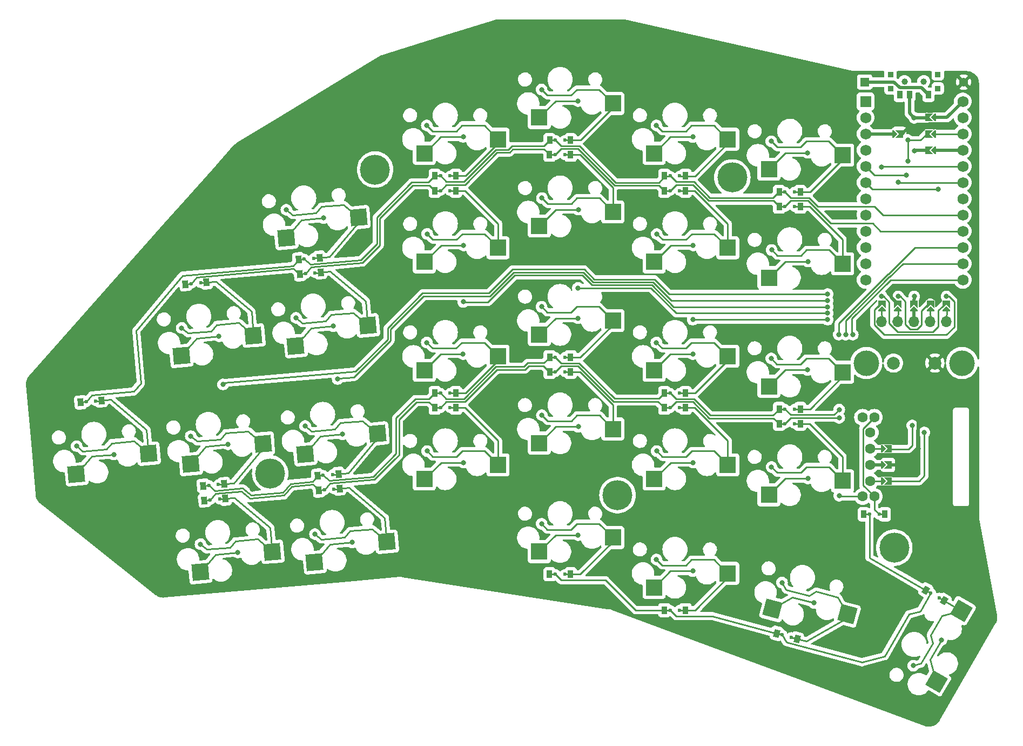
<source format=gtl>
%TF.GenerationSoftware,KiCad,Pcbnew,7.0.6-7.0.6~ubuntu20.04.1*%
%TF.CreationDate,2023-08-05T11:34:34+02:00*%
%TF.ProjectId,keyboard,6b657962-6f61-4726-942e-6b696361645f,v1.0.0*%
%TF.SameCoordinates,Original*%
%TF.FileFunction,Copper,L1,Top*%
%TF.FilePolarity,Positive*%
%FSLAX46Y46*%
G04 Gerber Fmt 4.6, Leading zero omitted, Abs format (unit mm)*
G04 Created by KiCad (PCBNEW 7.0.6-7.0.6~ubuntu20.04.1) date 2023-08-05 11:34:34*
%MOMM*%
%LPD*%
G01*
G04 APERTURE LIST*
G04 Aperture macros list*
%AMRotRect*
0 Rectangle, with rotation*
0 The origin of the aperture is its center*
0 $1 length*
0 $2 width*
0 $3 Rotation angle, in degrees counterclockwise*
0 Add horizontal line*
21,1,$1,$2,0,0,$3*%
%AMFreePoly0*
4,1,6,0.600000,0.200000,0.000000,-0.400000,-0.600000,0.200000,-0.600000,0.400000,0.600000,0.400000,0.600000,0.200000,0.600000,0.200000,$1*%
%AMFreePoly1*
4,1,6,0.600000,-0.250000,-0.600000,-0.250000,-0.600000,1.000000,0.000000,0.400000,0.600000,1.000000,0.600000,-0.250000,0.600000,-0.250000,$1*%
G04 Aperture macros list end*
%TA.AperFunction,SMDPad,CuDef*%
%ADD10R,0.900000X0.900000*%
%TD*%
%TA.AperFunction,WasherPad*%
%ADD11C,1.000000*%
%TD*%
%TA.AperFunction,SMDPad,CuDef*%
%ADD12R,0.900000X1.250000*%
%TD*%
%TA.AperFunction,SMDPad,CuDef*%
%ADD13R,2.600000X2.600000*%
%TD*%
%TA.AperFunction,ComponentPad*%
%ADD14C,4.700000*%
%TD*%
%TA.AperFunction,SMDPad,CuDef*%
%ADD15RotRect,0.900000X1.200000X5.000000*%
%TD*%
%TA.AperFunction,ComponentPad*%
%ADD16C,0.600000*%
%TD*%
%TA.AperFunction,SMDPad,CuDef*%
%ADD17R,0.900000X1.200000*%
%TD*%
%TA.AperFunction,ComponentPad*%
%ADD18C,4.000000*%
%TD*%
%TA.AperFunction,SMDPad,CuDef*%
%ADD19FreePoly0,270.000000*%
%TD*%
%TA.AperFunction,SMDPad,CuDef*%
%ADD20FreePoly1,270.000000*%
%TD*%
%TA.AperFunction,SMDPad,CuDef*%
%ADD21FreePoly0,90.000000*%
%TD*%
%TA.AperFunction,SMDPad,CuDef*%
%ADD22FreePoly1,90.000000*%
%TD*%
%TA.AperFunction,SMDPad,CuDef*%
%ADD23FreePoly0,180.000000*%
%TD*%
%TA.AperFunction,SMDPad,CuDef*%
%ADD24FreePoly1,180.000000*%
%TD*%
%TA.AperFunction,ComponentPad*%
%ADD25R,1.400000X1.400000*%
%TD*%
%TA.AperFunction,ComponentPad*%
%ADD26C,1.400000*%
%TD*%
%TA.AperFunction,SMDPad,CuDef*%
%ADD27RotRect,2.600000X2.600000X185.000000*%
%TD*%
%TA.AperFunction,ComponentPad*%
%ADD28R,1.752600X1.752600*%
%TD*%
%TA.AperFunction,ComponentPad*%
%ADD29C,1.752600*%
%TD*%
%TA.AperFunction,SMDPad,CuDef*%
%ADD30RotRect,2.600000X2.600000X240.000000*%
%TD*%
%TA.AperFunction,ComponentPad*%
%ADD31C,2.000000*%
%TD*%
%TA.AperFunction,SMDPad,CuDef*%
%ADD32RotRect,2.600000X2.600000X165.000000*%
%TD*%
%TA.AperFunction,SMDPad,CuDef*%
%ADD33RotRect,0.900000X1.200000X345.000000*%
%TD*%
%TA.AperFunction,ComponentPad*%
%ADD34C,1.600000*%
%TD*%
%TA.AperFunction,SMDPad,CuDef*%
%ADD35RotRect,0.900000X1.200000X330.000000*%
%TD*%
%TA.AperFunction,ComponentPad*%
%ADD36O,1.700000X1.700000*%
%TD*%
%TA.AperFunction,ViaPad*%
%ADD37C,0.800000*%
%TD*%
%TA.AperFunction,Conductor*%
%ADD38C,0.250000*%
%TD*%
%TA.AperFunction,Conductor*%
%ADD39C,0.500000*%
%TD*%
G04 APERTURE END LIST*
D10*
%TO.P,T1,*%
%TO.N,*%
X183721806Y-44925437D03*
X183721806Y-47125437D03*
D11*
X185921806Y-46025437D03*
X188921806Y-46025437D03*
D10*
X191121806Y-44925437D03*
X191121806Y-47125437D03*
D12*
%TO.P,T1,1*%
%TO.N,switch_from*%
X189671806Y-48100437D03*
%TO.P,T1,2*%
%TO.N,RAW*%
X186671806Y-48100437D03*
%TO.P,T1,3*%
%TO.N,N/C*%
X185171806Y-48100437D03*
%TD*%
D13*
%TO.P,S22,1*%
%TO.N,row4*%
X146646801Y-57275431D03*
%TO.P,S22,2*%
%TO.N,index_num*%
X158196801Y-55075431D03*
%TD*%
D14*
%TO.P,_8,*%
%TO.N,*%
X184300309Y-119048558D03*
%TD*%
D15*
%TO.P,D3,1*%
%TO.N,col0*%
X90923101Y-73907520D03*
D16*
X91819676Y-73829080D03*
%TO.P,D3,2*%
%TO.N,pinky_num*%
X93313968Y-73698346D03*
D15*
X94210543Y-73619906D03*
%TD*%
D17*
%TO.P,D9,1*%
%TO.N,col4*%
X148271803Y-128825426D03*
D16*
X149171803Y-128825426D03*
%TO.P,D9,2*%
%TO.N,index_mod*%
X150671803Y-128825426D03*
D17*
X151571803Y-128825426D03*
%TD*%
D18*
%TO.P,_3,*%
%TO.N,*%
X194921807Y-90125438D03*
%TD*%
D19*
%TO.P,J11,1*%
%TO.N,P1_RAW*%
X190429802Y-51675432D03*
D20*
%TO.P,J11,2*%
%TO.N,RAW*%
X189413802Y-51675432D03*
%TD*%
D17*
%TO.P,D22,1*%
%TO.N,col3*%
X130271803Y-91515433D03*
D16*
X131171803Y-91515433D03*
%TO.P,D22,2*%
%TO.N,middle_bottom*%
X132671803Y-91515433D03*
D17*
X133571803Y-91515433D03*
%TD*%
D13*
%TO.P,S14,1*%
%TO.N,row3*%
X128646805Y-102665430D03*
%TO.P,S14,2*%
%TO.N,middle_bottom*%
X140196805Y-100465430D03*
%TD*%
D17*
%TO.P,D12,1*%
%TO.N,col2*%
X166271806Y-97325435D03*
D16*
X167171806Y-97325435D03*
%TO.P,D12,2*%
%TO.N,inner_home*%
X168671806Y-97325435D03*
D17*
X169571806Y-97325435D03*
%TD*%
D19*
%TO.P,J13,1*%
%TO.N,GND_VCC*%
X190429802Y-56775430D03*
D20*
%TO.P,J13,2*%
%TO.N,VCC*%
X189413802Y-56775430D03*
%TD*%
D13*
%TO.P,S12,1*%
%TO.N,row2*%
X110646804Y-57275435D03*
%TO.P,S12,2*%
%TO.N,ring_num*%
X122196804Y-55075435D03*
%TD*%
D17*
%TO.P,D13,1*%
%TO.N,col0*%
X166271806Y-63325439D03*
D16*
X167171806Y-63325439D03*
%TO.P,D13,2*%
%TO.N,inner_num*%
X168671806Y-63325439D03*
D17*
X169571806Y-63325439D03*
%TD*%
D21*
%TO.P,J14,1*%
%TO.N,RST_GND*%
X184413802Y-54225432D03*
D22*
%TO.P,J14,2*%
%TO.N,GND*%
X185429802Y-54225432D03*
%TD*%
D17*
%TO.P,D25,1*%
%TO.N,col1*%
X148271804Y-63125431D03*
D16*
X149171804Y-63125431D03*
%TO.P,D25,2*%
%TO.N,index_top*%
X150671804Y-63125431D03*
D17*
X151571804Y-63125431D03*
%TD*%
%TO.P,D8,1*%
%TO.N,col0*%
X130271807Y-55215428D03*
D16*
X131171807Y-55215428D03*
%TO.P,D8,2*%
%TO.N,middle_num*%
X132671807Y-55215428D03*
D17*
X133571807Y-55215428D03*
%TD*%
%TO.P,D23,1*%
%TO.N,col1*%
X130271797Y-57515430D03*
D16*
X131171797Y-57515430D03*
%TO.P,D23,2*%
%TO.N,middle_top*%
X132671797Y-57515430D03*
D17*
X133571797Y-57515430D03*
%TD*%
D13*
%TO.P,S24,1*%
%TO.N,row5*%
X164646805Y-93775433D03*
%TO.P,S24,2*%
%TO.N,inner_home*%
X176196805Y-91575433D03*
%TD*%
D15*
%TO.P,D16,1*%
%TO.N,col3*%
X76155346Y-111638191D03*
D16*
X77051921Y-111559751D03*
%TO.P,D16,2*%
%TO.N,outer_bottom*%
X78546213Y-111429017D03*
D15*
X79442788Y-111350577D03*
%TD*%
D17*
%TO.P,D29,1*%
%TO.N,col4*%
X179521807Y-113825437D03*
D16*
X180421807Y-113825437D03*
%TO.P,D29,2*%
%TO.N,scrollwheel_scrollwheel*%
X181921807Y-113825437D03*
D17*
X182821807Y-113825437D03*
%TD*%
D23*
%TO.P,J20,1*%
%TO.N,NN_CS_SDA*%
X192501798Y-81633432D03*
D24*
%TO.P,J20,2*%
%TO.N,SDA*%
X192501798Y-80617432D03*
%TD*%
D18*
%TO.P,_2,*%
%TO.N,*%
X179921799Y-90125437D03*
%TD*%
D14*
%TO.P,_4,*%
%TO.N,*%
X102921803Y-59825441D03*
%TD*%
D17*
%TO.P,D20,1*%
%TO.N,col3*%
X112271800Y-97125432D03*
D16*
X113171800Y-97125432D03*
%TO.P,D20,2*%
%TO.N,ring_bottom*%
X114671800Y-97125432D03*
D17*
X115571800Y-97125432D03*
%TD*%
D23*
%TO.P,J24,1*%
%TO.N,NN_SDA_CS*%
X182341806Y-81633437D03*
D24*
%TO.P,J24,2*%
%TO.N,CS*%
X182341806Y-80617437D03*
%TD*%
D17*
%TO.P,D27,1*%
%TO.N,col1*%
X166271804Y-65625431D03*
D16*
X167171804Y-65625431D03*
%TO.P,D27,2*%
%TO.N,inner_top*%
X168671804Y-65625431D03*
D17*
X169571804Y-65625431D03*
%TD*%
D14*
%TO.P,_7,*%
%TO.N,*%
X140921802Y-110825427D03*
%TD*%
D13*
%TO.P,S23,1*%
%TO.N,row5*%
X164646804Y-110775440D03*
%TO.P,S23,2*%
%TO.N,inner_bottom*%
X176196804Y-108575440D03*
%TD*%
%TO.P,S20,1*%
%TO.N,row4*%
X146646803Y-91275440D03*
%TO.P,S20,2*%
%TO.N,index_home*%
X158196803Y-89075440D03*
%TD*%
%TO.P,S9,1*%
%TO.N,row2*%
X110646801Y-108275436D03*
%TO.P,S9,2*%
%TO.N,ring_bottom*%
X122196801Y-106075436D03*
%TD*%
D17*
%TO.P,D21,1*%
%TO.N,col1*%
X112271799Y-63125434D03*
D16*
X113171799Y-63125434D03*
%TO.P,D21,2*%
%TO.N,ring_top*%
X114671799Y-63125434D03*
D17*
X115571799Y-63125434D03*
%TD*%
%TO.P,D7,1*%
%TO.N,col2*%
X130271804Y-89215436D03*
D16*
X131171804Y-89215436D03*
%TO.P,D7,2*%
%TO.N,middle_home*%
X132671804Y-89215436D03*
D17*
X133571804Y-89215436D03*
%TD*%
D25*
%TO.P,,1*%
%TO.N,switch_from*%
X179671804Y-46125433D03*
D26*
%TO.P,,2*%
%TO.N,GND*%
X195171804Y-46125433D03*
%TD*%
D13*
%TO.P,S21,1*%
%TO.N,row4*%
X146646796Y-74275430D03*
%TO.P,S21,2*%
%TO.N,index_top*%
X158196796Y-72075430D03*
%TD*%
D27*
%TO.P,S3,1*%
%TO.N,row0*%
X74026659Y-105952083D03*
%TO.P,S3,2*%
%TO.N,outer_home*%
X85340965Y-102753805D03*
%TD*%
D17*
%TO.P,D10,1*%
%TO.N,col2*%
X148271800Y-94825434D03*
D16*
X149171800Y-94825434D03*
%TO.P,D10,2*%
%TO.N,index_home*%
X150671800Y-94825434D03*
D17*
X151571800Y-94825434D03*
%TD*%
D19*
%TO.P,J12,1*%
%TO.N,GND_RST*%
X190429793Y-54225429D03*
D20*
%TO.P,J12,2*%
%TO.N,RST*%
X189413793Y-54225429D03*
%TD*%
D27*
%TO.P,S4,1*%
%TO.N,row0*%
X72545019Y-89016770D03*
%TO.P,S4,2*%
%TO.N,outer_top*%
X83859325Y-85818492D03*
%TD*%
D23*
%TO.P,J23,1*%
%TO.N,NN_SCL_GND*%
X184881797Y-81633434D03*
D24*
%TO.P,J23,2*%
%TO.N,GND*%
X184881797Y-80617434D03*
%TD*%
D23*
%TO.P,J21,1*%
%TO.N,NN_GND_SCL*%
X189961808Y-81633435D03*
D24*
%TO.P,J21,2*%
%TO.N,SCL*%
X189961808Y-80617435D03*
%TD*%
D28*
%TO.P,MCU1,*%
%TO.N,RAW_P1*%
X179801807Y-49155438D03*
D29*
%TO.P,MCU1,1*%
X179801807Y-49155438D03*
%TO.P,MCU1,2*%
%TO.N,GND_P0*%
X179801807Y-51695438D03*
%TO.P,MCU1,3*%
%TO.N,RST_GND*%
X179801807Y-54235438D03*
%TO.P,MCU1,4*%
%TO.N,VCC_GND*%
X179801807Y-56775438D03*
%TO.P,MCU1,5*%
%TO.N,ENCA*%
X179801807Y-59315438D03*
%TO.P,MCU1,6*%
%TO.N,ENCB*%
X179801807Y-61855438D03*
%TO.P,MCU1,7*%
%TO.N,row0*%
X179801807Y-64395438D03*
%TO.P,MCU1,8*%
%TO.N,row1*%
X179801807Y-66935438D03*
%TO.P,MCU1,9*%
%TO.N,row2*%
X179801807Y-69475438D03*
%TO.P,MCU1,10*%
%TO.N,row3*%
X179801807Y-72015438D03*
%TO.P,MCU1,11*%
%TO.N,row4*%
X179801807Y-74555438D03*
%TO.P,MCU1,12*%
%TO.N,row5*%
X179801807Y-77095438D03*
%TO.P,MCU1,13*%
%TO.N,P1_RAW*%
X195041807Y-49155438D03*
%TO.P,MCU1,14*%
%TO.N,P0_GND*%
X195041807Y-51695438D03*
%TO.P,MCU1,15*%
%TO.N,GND_RST*%
X195041807Y-54235438D03*
%TO.P,MCU1,16*%
%TO.N,GND_VCC*%
X195041807Y-56775438D03*
%TO.P,MCU1,17*%
%TO.N,SDA*%
X195041807Y-59315438D03*
%TO.P,MCU1,18*%
%TO.N,SCL*%
X195041807Y-61855438D03*
%TO.P,MCU1,19*%
%TO.N,CS*%
X195041807Y-64395438D03*
%TO.P,MCU1,20*%
%TO.N,col0*%
X195041807Y-66935438D03*
%TO.P,MCU1,21*%
%TO.N,col1*%
X195041807Y-69475438D03*
%TO.P,MCU1,22*%
%TO.N,col2*%
X195041807Y-72015438D03*
%TO.P,MCU1,23*%
%TO.N,col3*%
X195041807Y-74555438D03*
%TO.P,MCU1,24*%
%TO.N,col4*%
X195041807Y-77095438D03*
%TD*%
D13*
%TO.P,S18,1*%
%TO.N,row2*%
X146646801Y-125275434D03*
%TO.P,S18,2*%
%TO.N,index_mod*%
X158196801Y-123075434D03*
%TD*%
%TO.P,S11,1*%
%TO.N,row2*%
X110646803Y-74275442D03*
%TO.P,S11,2*%
%TO.N,ring_top*%
X122196803Y-72075442D03*
%TD*%
D17*
%TO.P,D26,1*%
%TO.N,col3*%
X166271807Y-99625427D03*
D16*
X167171807Y-99625427D03*
%TO.P,D26,2*%
%TO.N,inner_bottom*%
X168671807Y-99625427D03*
D17*
X169571807Y-99625427D03*
%TD*%
D14*
%TO.P,_6,*%
%TO.N,*%
X86477205Y-107422539D03*
%TD*%
D13*
%TO.P,S25,1*%
%TO.N,row5*%
X164646800Y-76775435D03*
%TO.P,S25,2*%
%TO.N,inner_top*%
X176196800Y-74575435D03*
%TD*%
D30*
%TO.P,S28,1*%
%TO.N,row4*%
X190921890Y-140015539D03*
%TO.P,S28,2*%
%TO.N,space_cluster*%
X194791634Y-128912946D03*
%TD*%
D31*
%TO.P,_1,1*%
%TO.N,RST*%
X184171800Y-90125430D03*
%TO.P,_1,2*%
%TO.N,GND*%
X190671800Y-90125430D03*
%TD*%
D27*
%TO.P,S5,1*%
%TO.N,row1*%
X93439830Y-121318584D03*
%TO.P,S5,2*%
%TO.N,pinky_bottom*%
X104754136Y-118120306D03*
%TD*%
D32*
%TO.P,S27,1*%
%TO.N,row3*%
X165218419Y-128615066D03*
%TO.P,S27,2*%
%TO.N,layer_cluster*%
X176944264Y-129479389D03*
%TD*%
D33*
%TO.P,D14,1*%
%TO.N,col4*%
X165869244Y-132464682D03*
D16*
X166738578Y-132697619D03*
%TO.P,D14,2*%
%TO.N,layer_cluster*%
X168187466Y-133085847D03*
D33*
X169056800Y-133318784D03*
%TD*%
D27*
%TO.P,S7,1*%
%TO.N,row1*%
X90476523Y-87447965D03*
%TO.P,S7,2*%
%TO.N,pinky_top*%
X101790829Y-84249687D03*
%TD*%
D13*
%TO.P,S15,1*%
%TO.N,row3*%
X128646798Y-85665433D03*
%TO.P,S15,2*%
%TO.N,middle_home*%
X140196798Y-83465433D03*
%TD*%
D15*
%TO.P,D2,1*%
%TO.N,col2*%
X93886392Y-107778138D03*
D16*
X94782967Y-107699698D03*
%TO.P,D2,2*%
%TO.N,pinky_home*%
X96277259Y-107568964D03*
D15*
X97173834Y-107490524D03*
%TD*%
D13*
%TO.P,S13,1*%
%TO.N,row1*%
X128646797Y-119665434D03*
%TO.P,S13,2*%
%TO.N,middle_mod*%
X140196797Y-117465434D03*
%TD*%
%TO.P,S19,1*%
%TO.N,row4*%
X146646801Y-108275431D03*
%TO.P,S19,2*%
%TO.N,index_bottom*%
X158196801Y-106075431D03*
%TD*%
D14*
%TO.P,_5,*%
%TO.N,*%
X158921803Y-61075435D03*
%TD*%
D17*
%TO.P,D5,1*%
%TO.N,col0*%
X112271795Y-60825430D03*
D16*
X113171795Y-60825430D03*
%TO.P,D5,2*%
%TO.N,ring_num*%
X114671795Y-60825430D03*
D17*
X115571795Y-60825430D03*
%TD*%
D13*
%TO.P,S17,1*%
%TO.N,row3*%
X128646810Y-51665433D03*
%TO.P,S17,2*%
%TO.N,middle_num*%
X140196810Y-49465433D03*
%TD*%
D34*
%TO.P,REF\u002A\u002A,A*%
%TO.N,ENCB_undef*%
X180546807Y-101015434D03*
%TO.P,REF\u002A\u002A,B*%
%TO.N,GND_ENCA*%
X180546807Y-103555434D03*
%TO.P,REF\u002A\u002A,C*%
%TO.N,ENCA_GND*%
X180546807Y-106095434D03*
%TO.P,REF\u002A\u002A,D*%
%TO.N,undef_ENCB*%
X180546807Y-108635434D03*
%TO.P,REF\u002A\u002A,S1*%
%TO.N,row5*%
X179321807Y-98625434D03*
X179321807Y-111025434D03*
%TO.P,REF\u002A\u002A,S2*%
%TO.N,scrollwheel_scrollwheel*%
X181171807Y-98625434D03*
X181171807Y-111025434D03*
%TD*%
D17*
%TO.P,D11,1*%
%TO.N,col0*%
X148271803Y-60825432D03*
D16*
X149171803Y-60825432D03*
%TO.P,D11,2*%
%TO.N,index_num*%
X150671803Y-60825432D03*
D17*
X151571803Y-60825432D03*
%TD*%
D15*
%TO.P,D19,1*%
%TO.N,col1*%
X91123556Y-76198767D03*
D16*
X92020131Y-76120327D03*
%TO.P,D19,2*%
%TO.N,pinky_top*%
X93514423Y-75989593D03*
D15*
X94410998Y-75911153D03*
%TD*%
D13*
%TO.P,S16,1*%
%TO.N,row3*%
X128646805Y-68665435D03*
%TO.P,S16,2*%
%TO.N,middle_top*%
X140196805Y-66465435D03*
%TD*%
D21*
%TO.P,J5,1*%
%TO.N,ENCA_GND*%
X182663802Y-106095430D03*
D22*
%TO.P,J5,2*%
%TO.N,GND*%
X183679802Y-106095430D03*
%TD*%
D13*
%TO.P,S26,1*%
%TO.N,row5*%
X164646802Y-59775437D03*
%TO.P,S26,2*%
%TO.N,inner_num*%
X176196802Y-57575437D03*
%TD*%
D27*
%TO.P,S2,1*%
%TO.N,row0*%
X75508318Y-122887386D03*
%TO.P,S2,2*%
%TO.N,outer_bottom*%
X86822624Y-119689108D03*
%TD*%
%TO.P,S1,1*%
%TO.N,row0*%
X56095167Y-107520878D03*
%TO.P,S1,2*%
%TO.N,outer2_home*%
X67409473Y-104322600D03*
%TD*%
D35*
%TO.P,D28,1*%
%TO.N,col4*%
X189249078Y-125712944D03*
D16*
X190028501Y-126162944D03*
%TO.P,D28,2*%
%TO.N,space_cluster*%
X191327539Y-126912944D03*
D35*
X192106962Y-127362944D03*
%TD*%
D36*
%TO.P,Nice!View1,1*%
%TO.N,NN_GND_SCL*%
X189961800Y-83625435D03*
%TO.N,NN_CS_SDA*%
X192501800Y-83625435D03*
%TO.P,Nice!View1,2*%
%TO.N,NN_VCC*%
X187421800Y-83625435D03*
%TO.P,Nice!View1,3*%
%TO.N,NN_SCL_GND*%
X184881800Y-83625435D03*
%TO.P,Nice!View1,4*%
%TO.N,NN_SDA_CS*%
X182341800Y-83625435D03*
%TD*%
D15*
%TO.P,D17,1*%
%TO.N,col1*%
X73192051Y-77767564D03*
D16*
X74088626Y-77689124D03*
%TO.P,D17,2*%
%TO.N,outer_top*%
X75582918Y-77558390D03*
D15*
X76479493Y-77479950D03*
%TD*%
D13*
%TO.P,S10,1*%
%TO.N,row2*%
X110646796Y-91275435D03*
%TO.P,S10,2*%
%TO.N,ring_home*%
X122196796Y-89075435D03*
%TD*%
D27*
%TO.P,S6,1*%
%TO.N,row1*%
X91958172Y-104383282D03*
%TO.P,S6,2*%
%TO.N,pinky_home*%
X103272478Y-101185004D03*
%TD*%
D23*
%TO.P,J22,1*%
%TO.N,NN_VCC*%
X187421802Y-81633432D03*
D24*
%TO.P,J22,2*%
%TO.N,VCC*%
X187421802Y-80617432D03*
%TD*%
D17*
%TO.P,D6,1*%
%TO.N,col4*%
X130271798Y-123215439D03*
D16*
X131171798Y-123215439D03*
%TO.P,D6,2*%
%TO.N,middle_mod*%
X132671798Y-123215439D03*
D17*
X133571798Y-123215439D03*
%TD*%
D21*
%TO.P,J4,1*%
%TO.N,undef_ENCB*%
X182663803Y-108635438D03*
D22*
%TO.P,J4,2*%
%TO.N,ENCB*%
X183679803Y-108635438D03*
%TD*%
D21*
%TO.P,J6,1*%
%TO.N,GND_ENCA*%
X182663797Y-103555432D03*
D22*
%TO.P,J6,2*%
%TO.N,ENCA*%
X183679797Y-103555432D03*
%TD*%
D17*
%TO.P,D4,1*%
%TO.N,col2*%
X112271797Y-94825443D03*
D16*
X113171797Y-94825443D03*
%TO.P,D4,2*%
%TO.N,ring_home*%
X114671797Y-94825443D03*
D17*
X115571797Y-94825443D03*
%TD*%
%TO.P,D24,1*%
%TO.N,col3*%
X148271796Y-97125434D03*
D16*
X149171796Y-97125434D03*
%TO.P,D24,2*%
%TO.N,index_bottom*%
X150671796Y-97125434D03*
D17*
X151571796Y-97125434D03*
%TD*%
D27*
%TO.P,S8,1*%
%TO.N,row1*%
X88994879Y-70512654D03*
%TO.P,S8,2*%
%TO.N,pinky_num*%
X100309185Y-67314376D03*
%TD*%
D15*
%TO.P,D1,1*%
%TO.N,col2*%
X75954884Y-109346947D03*
D16*
X76851459Y-109268507D03*
%TO.P,D1,2*%
%TO.N,outer_home*%
X78345751Y-109137773D03*
D15*
X79242326Y-109059333D03*
%TD*%
%TO.P,D15,1*%
%TO.N,col0*%
X56742195Y-96271678D03*
D16*
X57638770Y-96193238D03*
%TO.P,D15,2*%
%TO.N,outer2_home*%
X59133062Y-96062504D03*
D15*
X60029637Y-95984064D03*
%TD*%
%TO.P,D18,1*%
%TO.N,col3*%
X94086855Y-110069380D03*
D16*
X94983430Y-109990940D03*
%TO.P,D18,2*%
%TO.N,pinky_bottom*%
X96477722Y-109860206D03*
D15*
X97374297Y-109781766D03*
%TD*%
D37*
%TO.N,row0*%
X61973749Y-104435683D03*
X78433569Y-85930702D03*
X173857293Y-79322355D03*
X79094355Y-93483500D03*
X81389266Y-119804178D03*
X79855628Y-102873414D03*
%TO.N,outer2_home*%
X56138563Y-103139313D03*
%TO.N,outer_bottom*%
X75554082Y-118507804D03*
%TO.N,outer_home*%
X74020445Y-101577053D03*
%TO.N,outer_top*%
X72598374Y-84634327D03*
%TO.N,row1*%
X97796228Y-101293781D03*
X99329864Y-118224532D03*
X97046966Y-92640118D03*
X173857293Y-80321859D03*
X94840522Y-67420292D03*
X134715352Y-117101134D03*
X96374164Y-84351060D03*
%TO.N,pinky_bottom*%
X93494676Y-116928176D03*
%TO.N,pinky_home*%
X91961040Y-99997418D03*
%TO.N,pinky_top*%
X90538970Y-83054688D03*
%TO.N,pinky_num*%
X89005335Y-66123931D03*
%TO.N,row2*%
X152720670Y-122711146D03*
X116773705Y-105709472D03*
X116781521Y-71707293D03*
X116729321Y-80546855D03*
X173857294Y-81321362D03*
X116729322Y-54707281D03*
X116721518Y-88709480D03*
%TO.N,ring_bottom*%
X111073706Y-103909471D03*
%TO.N,ring_home*%
X111021517Y-86909476D03*
%TO.N,ring_top*%
X111081515Y-69907294D03*
%TO.N,ring_num*%
X111029322Y-52907289D03*
%TO.N,middle_mod*%
X129015354Y-115301144D03*
%TO.N,row3*%
X134711515Y-83099473D03*
X134719331Y-78368788D03*
X173857292Y-82320862D03*
X134771514Y-66097288D03*
X134719327Y-49097292D03*
X134763703Y-100099478D03*
X171748407Y-127713396D03*
%TO.N,middle_bottom*%
X129063709Y-98299482D03*
%TO.N,middle_home*%
X129011521Y-81299473D03*
%TO.N,middle_top*%
X129071511Y-64297290D03*
%TO.N,middle_num*%
X129019324Y-47297284D03*
%TO.N,index_mod*%
X147020663Y-120911140D03*
%TO.N,row4*%
X152771513Y-71717289D03*
X173857294Y-83320369D03*
X152719323Y-54717295D03*
X191690650Y-133485666D03*
X152763700Y-105719481D03*
X152711509Y-88719482D03*
X152719323Y-83322355D03*
%TO.N,index_bottom*%
X147063696Y-103919475D03*
%TO.N,index_home*%
X147011518Y-86919475D03*
%TO.N,index_top*%
X147071515Y-69917288D03*
%TO.N,index_num*%
X147019322Y-52917284D03*
%TO.N,row5*%
X170763704Y-108209476D03*
X170771511Y-74207289D03*
X175673904Y-110915218D03*
X170711509Y-91209476D03*
X170719326Y-57207287D03*
%TO.N,inner_bottom*%
X165063700Y-106409469D03*
%TO.N,inner_home*%
X165011510Y-89409478D03*
%TO.N,inner_top*%
X165071521Y-72407289D03*
%TO.N,inner_num*%
X165019328Y-55407290D03*
%TO.N,layer_cluster*%
X166708504Y-124499462D03*
%TO.N,space_cluster*%
X187281811Y-137522012D03*
%TO.N,col2*%
X175600000Y-85665219D03*
X175673908Y-97415220D03*
%TO.N,col4*%
X177800000Y-85665221D03*
%TO.N,col3*%
X176673407Y-85665219D03*
X175673906Y-98700434D03*
%TO.N,ENCB*%
X191219327Y-62907288D03*
X189019318Y-101015438D03*
%TO.N,GND*%
X84313907Y-112405221D03*
X179800000Y-83800000D03*
X174600000Y-66800000D03*
X141513906Y-97515218D03*
X98913907Y-90425219D03*
X172600000Y-64000000D03*
X174323907Y-122345219D03*
X188295661Y-53107287D03*
X109363906Y-82845218D03*
X134043909Y-108295218D03*
X151983908Y-113595218D03*
X98023909Y-75865218D03*
X145613908Y-79855216D03*
X188066440Y-127324224D03*
X136213907Y-74135218D03*
X154493907Y-95375217D03*
X171583909Y-85145219D03*
X178203907Y-93795218D03*
X188067475Y-103555433D03*
X173433907Y-99955219D03*
X83643906Y-109865220D03*
X78013908Y-94765218D03*
X118443906Y-96625219D03*
X153173907Y-116115219D03*
X100883906Y-109705220D03*
X184532468Y-135445247D03*
X119753907Y-77835220D03*
X189961809Y-78507285D03*
%TO.N,ENCA*%
X186219322Y-60707291D03*
X187119318Y-99907285D03*
%TO.N,SDA*%
X182341801Y-79707286D03*
X182319322Y-59407288D03*
%TO.N,SCL*%
X184919325Y-61807282D03*
X184881807Y-79707288D03*
%TO.N,CS*%
X192501802Y-79707290D03*
%TO.N,RAW*%
X187419323Y-51707294D03*
%TO.N,RST*%
X186419324Y-58507293D03*
X186411658Y-55207288D03*
%TO.N,VCC*%
X187421803Y-79707281D03*
X187421804Y-56877911D03*
%TD*%
D38*
%TO.N,row0*%
X149016481Y-79322356D02*
X173857293Y-79322355D01*
X79855628Y-102873414D02*
X76364590Y-103178842D01*
X78433569Y-85930702D02*
X74942526Y-86236122D01*
X104890600Y-86402650D02*
X104890601Y-84652652D01*
X79094355Y-93483500D02*
X79295520Y-93243761D01*
X137276516Y-77018786D02*
X146712913Y-77018784D01*
X79295520Y-93243761D02*
X99847561Y-91445690D01*
X110343253Y-79200000D02*
X120706852Y-79200000D01*
X81389266Y-119804178D02*
X77898224Y-120109604D01*
X58482705Y-104741104D02*
X56148158Y-107523303D01*
X74942526Y-86236122D02*
X72607980Y-89018320D01*
X135726516Y-75468785D02*
X137276516Y-77018786D01*
X76364590Y-103178842D02*
X74030050Y-105961039D01*
X120706852Y-79200000D02*
X124438067Y-75468785D01*
X77898224Y-120109604D02*
X75563692Y-122891803D01*
X146712913Y-77018784D02*
X149016481Y-79322356D01*
X124438067Y-75468785D02*
X135726516Y-75468785D01*
X99847561Y-91445690D02*
X104890600Y-86402650D01*
X104890601Y-84652652D02*
X110343253Y-79200000D01*
X61973749Y-104435683D02*
X58482705Y-104741104D01*
%TO.N,outer2_home*%
X59134070Y-96069480D02*
X60030643Y-95991046D01*
X61490731Y-95863299D02*
X67080100Y-100553334D01*
X61617632Y-102659953D02*
X60799498Y-103634977D01*
X67462467Y-104325022D02*
X65113606Y-102354109D01*
X57113575Y-103957453D02*
X56138563Y-103139313D01*
X65113606Y-102354109D02*
X61617632Y-102659953D01*
X60030643Y-95991046D02*
X61490731Y-95863299D01*
X67080100Y-100553334D02*
X67410480Y-104329589D01*
X60799498Y-103634977D02*
X57113575Y-103957453D01*
%TO.N,outer_bottom*%
X81033150Y-118028455D02*
X80215010Y-119003474D01*
X84529133Y-117722591D02*
X81033150Y-118028455D01*
X76529100Y-119325947D02*
X75554082Y-118507804D01*
X80906258Y-111231797D02*
X86495621Y-115921833D01*
X86877997Y-119693528D02*
X84529133Y-117722591D01*
X80215010Y-119003474D02*
X76529100Y-119325947D01*
X79446170Y-111359542D02*
X80906258Y-111231797D01*
X78549593Y-111437982D02*
X79446170Y-111359542D01*
X86495621Y-115921833D02*
X86826003Y-119698071D01*
%TO.N,outer_home*%
X80769273Y-108934993D02*
X79245707Y-109068284D01*
X85344362Y-102762767D02*
X85401386Y-103414654D01*
X85344362Y-102762767D02*
X82995487Y-100791837D01*
X79499515Y-101097691D02*
X78681382Y-102072708D01*
X74995461Y-102395187D02*
X74020445Y-101577053D01*
X79245707Y-109068284D02*
X78349133Y-109146737D01*
X82995487Y-100791837D02*
X79499515Y-101097691D01*
X78681382Y-102072708D02*
X74995461Y-102395187D01*
X85401386Y-103414654D02*
X80769273Y-108934993D01*
%TO.N,outer_top*%
X77259310Y-85129993D02*
X73573387Y-85452470D01*
X83539921Y-82048353D02*
X83870292Y-85824590D01*
X73573387Y-85452470D02*
X72598374Y-84634327D01*
X78077446Y-84154975D02*
X77259310Y-85129993D01*
X75593883Y-77564495D02*
X76490458Y-77486057D01*
X83922286Y-85820044D02*
X81573425Y-83849109D01*
X76490458Y-77486057D02*
X77950556Y-77358321D01*
X81573425Y-83849109D02*
X78077446Y-84154975D01*
X77950556Y-77358321D02*
X83539921Y-82048353D01*
%TO.N,row1*%
X134715352Y-117101134D02*
X131210975Y-117101149D01*
X97046966Y-92640118D02*
X97100997Y-92575728D01*
X137090122Y-77468785D02*
X146526517Y-77468786D01*
X91349482Y-67725721D02*
X89014936Y-70507920D01*
X110529647Y-79650000D02*
X120893248Y-79650000D01*
X99569924Y-92359725D02*
X105340599Y-86589047D01*
X149379586Y-80321857D02*
X173857293Y-80321859D01*
X97100997Y-92575728D02*
X99569924Y-92359725D01*
X105340599Y-84839048D02*
X110529647Y-79650000D01*
X96374164Y-84351060D02*
X92883117Y-84656485D01*
X92883117Y-84656485D02*
X90548576Y-87438691D01*
X95838821Y-118529967D02*
X93504282Y-121312177D01*
X124624464Y-75918785D02*
X135540119Y-75918786D01*
X105340599Y-86589047D02*
X105340599Y-84839048D01*
X135540119Y-75918786D02*
X137090122Y-77468785D01*
X94840522Y-67420292D02*
X91349482Y-67725721D01*
X131210975Y-117101149D02*
X128642833Y-119669287D01*
X146526517Y-77468786D02*
X149379586Y-80321857D01*
X94305186Y-101599205D02*
X91970635Y-104381403D01*
X99329864Y-118224532D02*
X95838821Y-118529967D01*
X120893248Y-79650000D02*
X124624464Y-75918785D01*
X97796228Y-101293781D02*
X94305186Y-101599205D01*
%TO.N,pinky_bottom*%
X94469690Y-117746311D02*
X93494676Y-116928176D01*
X102469724Y-116142971D02*
X98973742Y-116448815D01*
X98973742Y-116448815D02*
X98155614Y-117423840D01*
X98846851Y-109652160D02*
X104436215Y-114342198D01*
X97386763Y-109779906D02*
X98846851Y-109652160D01*
X104436215Y-114342198D02*
X104766593Y-118118429D01*
X104818586Y-118113892D02*
X102469724Y-116142971D01*
X96490180Y-109858334D02*
X97386763Y-109779906D01*
X98155614Y-117423840D02*
X94469690Y-117746311D01*
%TO.N,pinky_home*%
X100936086Y-99212197D02*
X97440109Y-99518061D01*
X103341983Y-101835006D02*
X98709869Y-107355361D01*
X96621978Y-100493066D02*
X92936056Y-100815550D01*
X97440109Y-99518061D02*
X96621978Y-100493066D01*
X97186301Y-107488651D02*
X96289728Y-107567099D01*
X92936056Y-100815550D02*
X91961040Y-99997418D01*
X103284943Y-101183126D02*
X103341983Y-101835006D01*
X98709869Y-107355361D02*
X97186301Y-107488651D01*
X103284943Y-101183126D02*
X100936086Y-99212197D01*
%TO.N,pinky_top*%
X95199912Y-83550351D02*
X91513992Y-83872825D01*
X91513992Y-83872825D02*
X90538970Y-83054688D01*
X99514018Y-82269476D02*
X96018042Y-82575342D01*
X101480512Y-80468712D02*
X101810887Y-84244954D01*
X96018042Y-82575342D02*
X95199912Y-83550351D01*
X95891156Y-75778681D02*
X101480512Y-80468712D01*
X101862876Y-84240411D02*
X99514018Y-82269476D01*
X93534484Y-75984859D02*
X94431060Y-75906416D01*
X94431060Y-75906416D02*
X95891156Y-75778681D01*
%TO.N,pinky_num*%
X95754160Y-73481883D02*
X94230598Y-73615171D01*
X97980386Y-65338713D02*
X94484407Y-65644581D01*
X94230598Y-73615171D02*
X93334021Y-73693614D01*
X100386275Y-67961534D02*
X95754160Y-73481883D01*
X94484407Y-65644581D02*
X93666262Y-66619588D01*
X100329243Y-67309644D02*
X100386275Y-67961534D01*
X93666262Y-66619588D02*
X89980344Y-66942068D01*
X100329243Y-67309644D02*
X97980386Y-65338713D01*
X89980344Y-66942068D02*
X89005335Y-66123931D01*
%TO.N,row2*%
X116781521Y-71707293D02*
X113277140Y-71707291D01*
X116729321Y-80546855D02*
X116754821Y-80572355D01*
X152720670Y-122711146D02*
X149216289Y-122711145D01*
X136903726Y-77918788D02*
X146340122Y-77918786D01*
X120607293Y-80572355D02*
X124810860Y-76368786D01*
X135353723Y-76368785D02*
X136903726Y-77918788D01*
X116773705Y-105709472D02*
X113269334Y-105709481D01*
X149216289Y-122711145D02*
X146648140Y-125279288D01*
X116729322Y-54707281D02*
X113224943Y-54707284D01*
X113269334Y-105709481D02*
X110701186Y-108277617D01*
X113277140Y-71707291D02*
X110708986Y-74275438D01*
X124810860Y-76368786D02*
X135353723Y-76368785D01*
X116754821Y-80572355D02*
X120607293Y-80572355D01*
X149742696Y-81321363D02*
X173857294Y-81321362D01*
X113224943Y-54707284D02*
X110656800Y-57275434D01*
X116721518Y-88709480D02*
X113217136Y-88709480D01*
X146340122Y-77918786D02*
X149742696Y-81321363D01*
X113217136Y-88709480D02*
X110648999Y-91277621D01*
%TO.N,ring_bottom*%
X120083040Y-103909475D02*
X116573705Y-103909475D01*
X122198990Y-102286954D02*
X122198989Y-106077621D01*
X122251176Y-106077621D02*
X120083040Y-103909475D01*
X116573705Y-103909475D02*
X115673706Y-104809479D01*
X114673995Y-97127628D02*
X115573995Y-97127624D01*
X115673706Y-104809479D02*
X111973703Y-104809485D01*
X111973703Y-104809485D02*
X111073706Y-103909471D01*
X115573995Y-97127624D02*
X117039656Y-97127621D01*
X117039656Y-97127621D02*
X122198990Y-102286954D01*
%TO.N,ring_home*%
X111921512Y-87809480D02*
X111021517Y-86909476D01*
X120030850Y-86909477D02*
X116521508Y-86909476D01*
X122198990Y-89077622D02*
X122198998Y-89732005D01*
X115621520Y-87809481D02*
X111921512Y-87809480D01*
X115573992Y-94827629D02*
X114673989Y-94827624D01*
X122198998Y-89732005D02*
X117103365Y-94827621D01*
X117103365Y-94827621D02*
X115573992Y-94827629D01*
X122198990Y-89077622D02*
X120030850Y-86909477D01*
X116521508Y-86909476D02*
X115621520Y-87809481D01*
%TO.N,ring_top*%
X122258992Y-72075430D02*
X120090848Y-69907291D01*
X115581801Y-63125437D02*
X117047470Y-63125427D01*
X122206802Y-68284763D02*
X122206801Y-72075432D01*
X120090848Y-69907291D02*
X116581510Y-69907288D01*
X111981510Y-70807289D02*
X111081515Y-69907294D01*
X116581510Y-69907288D02*
X115681513Y-70807288D01*
X117047470Y-63125427D02*
X122206802Y-68284763D01*
X115681513Y-70807288D02*
X111981510Y-70807289D01*
X114681803Y-63125432D02*
X115581801Y-63125437D01*
%TO.N,ring_num*%
X115629322Y-53807287D02*
X111929329Y-53807287D01*
X117111183Y-60825443D02*
X115581799Y-60825434D01*
X122206799Y-55075430D02*
X120038655Y-52907286D01*
X122206801Y-55729814D02*
X117111183Y-60825443D01*
X122206799Y-55075430D02*
X122206801Y-55729814D01*
X115581799Y-60825434D02*
X114681804Y-60825437D01*
X116529322Y-52907294D02*
X115629322Y-53807287D01*
X111929329Y-53807287D02*
X111029322Y-52907289D01*
X120038655Y-52907286D02*
X116529322Y-52907294D01*
%TO.N,middle_mod*%
X140192835Y-117469283D02*
X138024687Y-115301139D01*
X133567828Y-123219287D02*
X132667830Y-123219286D01*
X133615350Y-116201137D02*
X129915350Y-116201138D01*
X138024687Y-115301139D02*
X134515350Y-115301140D01*
X135097205Y-123219287D02*
X133567828Y-123219287D01*
X140192826Y-118123667D02*
X135097205Y-123219287D01*
X129915350Y-116201138D02*
X129015354Y-115301144D01*
X140192835Y-117469283D02*
X140192826Y-118123667D01*
X134515350Y-115301140D02*
X133615350Y-116201137D01*
%TO.N,row3*%
X146153722Y-78368788D02*
X150105803Y-82320864D01*
X171748407Y-127713396D02*
X168363446Y-126806399D01*
X134719327Y-49097292D02*
X131214944Y-49097293D01*
X134719331Y-78368788D02*
X146153722Y-78368788D01*
X134771514Y-66097288D02*
X131267132Y-66097290D01*
X131207138Y-83099479D02*
X128638990Y-85667625D01*
X150105803Y-82320864D02*
X173857292Y-82320862D01*
X131259327Y-100099473D02*
X128691183Y-102667629D01*
X168363446Y-126806399D02*
X165218119Y-128622350D01*
X131267132Y-66097290D02*
X128698987Y-68665432D01*
X134763703Y-100099478D02*
X131259327Y-100099473D01*
X131214944Y-49097293D02*
X128646802Y-51665432D01*
X134711515Y-83099473D02*
X131207138Y-83099479D01*
%TO.N,middle_bottom*%
X129963707Y-99199478D02*
X129063709Y-98299482D01*
X140241175Y-100467627D02*
X138073030Y-98299476D01*
X138073030Y-98299476D02*
X134563705Y-98299477D01*
X132663992Y-91517625D02*
X133563994Y-91517627D01*
X135029659Y-91517620D02*
X140188992Y-96676957D01*
X133563994Y-91517627D02*
X135029659Y-91517620D01*
X133663703Y-99199481D02*
X129963707Y-99199478D01*
X140188992Y-96676957D02*
X140188986Y-100467619D01*
X134563705Y-98299477D02*
X133663703Y-99199481D01*
%TO.N,middle_home*%
X129911514Y-82199484D02*
X129011521Y-81299473D01*
X133611514Y-82199476D02*
X129911514Y-82199484D01*
X134511522Y-81299473D02*
X133611514Y-82199476D01*
X140188992Y-84121996D02*
X135093374Y-89217622D01*
X140188988Y-83467625D02*
X138020839Y-81299479D01*
X135093374Y-89217622D02*
X133563992Y-89217619D01*
X138020839Y-81299479D02*
X134511522Y-81299473D01*
X133563992Y-89217619D02*
X132663985Y-89217625D01*
X140188988Y-83467625D02*
X140188992Y-84121996D01*
%TO.N,middle_top*%
X140248991Y-66465432D02*
X138080845Y-64297281D01*
X134571517Y-64297294D02*
X133671517Y-65197283D01*
X129971520Y-65197290D02*
X129071511Y-64297290D01*
X133571804Y-57515437D02*
X135037471Y-57515437D01*
X140196800Y-62674766D02*
X140196797Y-66465437D01*
X138080845Y-64297281D02*
X134571517Y-64297294D01*
X132671804Y-57515440D02*
X133571804Y-57515437D01*
X135037471Y-57515437D02*
X140196800Y-62674766D01*
X133671517Y-65197283D02*
X129971520Y-65197290D01*
%TO.N,middle_num*%
X135101178Y-55215427D02*
X133571802Y-55215434D01*
X140196799Y-50119816D02*
X135101178Y-55215427D01*
X140196800Y-49465433D02*
X138028655Y-47297290D01*
X134519326Y-47297287D02*
X133619320Y-48197296D01*
X133571802Y-55215434D02*
X132671807Y-55215438D01*
X138028655Y-47297290D02*
X134519326Y-47297287D01*
X133619320Y-48197296D02*
X129919324Y-48197283D01*
X129919324Y-48197283D02*
X129019324Y-47297284D01*
X140196800Y-49465433D02*
X140196799Y-50119816D01*
%TO.N,index_mod*%
X158198147Y-123079288D02*
X156029995Y-120911136D01*
X153102521Y-128829286D02*
X151573145Y-128829285D01*
X147920662Y-121811133D02*
X147020663Y-120911140D01*
X152520665Y-120911144D02*
X151620668Y-121811144D01*
X158198136Y-123733657D02*
X153102521Y-128829286D01*
X156029995Y-120911136D02*
X152520665Y-120911144D01*
X151573145Y-128829285D02*
X150673143Y-128829285D01*
X158198147Y-123079288D02*
X158198136Y-123733657D01*
X151620668Y-121811144D02*
X147920662Y-121811133D01*
%TO.N,row4*%
X152719323Y-54717295D02*
X149214951Y-54717290D01*
X152711509Y-88719482D02*
X149207128Y-88719476D01*
X152721312Y-83320365D02*
X152719323Y-83322355D01*
X149207128Y-88719476D02*
X146638995Y-91287620D01*
X149259320Y-105719478D02*
X146691182Y-108287626D01*
X152763700Y-105719481D02*
X149259320Y-105719478D01*
X149214951Y-54717290D02*
X146646806Y-57285436D01*
X149267136Y-71717287D02*
X146698987Y-74285437D01*
X173857294Y-83320369D02*
X152721312Y-83320365D01*
X189938460Y-136520547D02*
X190878471Y-140028691D01*
X191690650Y-133485666D02*
X189938460Y-136520547D01*
X152771513Y-71717289D02*
X149267136Y-71717287D01*
%TO.N,index_bottom*%
X158241186Y-106087616D02*
X156073032Y-103919478D01*
X151563992Y-97137621D02*
X153029649Y-97137621D01*
X153029649Y-97137621D02*
X158188992Y-102296957D01*
X151663696Y-104819479D02*
X147963708Y-104819479D01*
X156073032Y-103919478D02*
X152563706Y-103919474D01*
X147963708Y-104819479D02*
X147063696Y-103919475D01*
X158188992Y-102296957D02*
X158188987Y-106087624D01*
X152563706Y-103919474D02*
X151663696Y-104819479D01*
X150663990Y-97137625D02*
X151563992Y-97137621D01*
%TO.N,index_home*%
X158188992Y-89087621D02*
X158188982Y-89741999D01*
X151611511Y-87819479D02*
X147911513Y-87819481D01*
X158188982Y-89741999D02*
X153093367Y-94837619D01*
X147911513Y-87819481D02*
X147011518Y-86919475D01*
X153093367Y-94837619D02*
X151563992Y-94837624D01*
X158188992Y-89087621D02*
X156020841Y-86919483D01*
X156020841Y-86919483D02*
X152511515Y-86919474D01*
X151563992Y-94837624D02*
X150663988Y-94837624D01*
X152511515Y-86919474D02*
X151611511Y-87819479D01*
%TO.N,index_top*%
X158248985Y-72085434D02*
X156080845Y-69917286D01*
X156080845Y-69917286D02*
X152571514Y-69917290D01*
X153037468Y-63135432D02*
X158196799Y-68294762D01*
X152571514Y-69917290D02*
X151671515Y-70817288D01*
X151571811Y-63135435D02*
X153037468Y-63135432D01*
X147971508Y-70817291D02*
X147071515Y-69917288D01*
X158196799Y-68294762D02*
X158196807Y-72085436D01*
X151671515Y-70817288D02*
X147971508Y-70817291D01*
X150671805Y-63135430D02*
X151571811Y-63135435D01*
%TO.N,index_num*%
X158196807Y-55085432D02*
X156028660Y-52917285D01*
X153101177Y-60835435D02*
X151571801Y-60835433D01*
X151619323Y-53817287D02*
X147919328Y-53817297D01*
X147919328Y-53817297D02*
X147019322Y-52917284D01*
X151571801Y-60835433D02*
X150671799Y-60835435D01*
X156028660Y-52917285D02*
X152519325Y-52917289D01*
X152519325Y-52917289D02*
X151619323Y-53817287D01*
X158196805Y-55739812D02*
X153101177Y-60835435D01*
X158196807Y-55085432D02*
X158196805Y-55739812D01*
%TO.N,row5*%
X170763704Y-108209476D02*
X167259329Y-108209479D01*
X170771511Y-74207289D02*
X167267136Y-74207285D01*
X167267136Y-74207285D02*
X164698993Y-76775438D01*
X167214953Y-57207290D02*
X164646802Y-59775439D01*
X175784126Y-111025435D02*
X179321808Y-111025435D01*
X167207130Y-91209474D02*
X164638989Y-93777623D01*
X170711509Y-91209476D02*
X167207130Y-91209474D01*
X175673904Y-110915218D02*
X175784126Y-111025435D01*
X167259329Y-108209479D02*
X164691173Y-110777626D01*
X170719326Y-57207287D02*
X167214953Y-57207290D01*
%TO.N,inner_bottom*%
X169563988Y-99627622D02*
X171029662Y-99627626D01*
X170563701Y-106409480D02*
X169663708Y-107309472D01*
X168663992Y-99627624D02*
X169563988Y-99627622D01*
X176188981Y-104786961D02*
X176188994Y-108577620D01*
X165963704Y-107309479D02*
X165063700Y-106409469D01*
X169663708Y-107309472D02*
X165963704Y-107309479D01*
X171029662Y-99627626D02*
X176188981Y-104786961D01*
X176241177Y-108577621D02*
X174073034Y-106409472D01*
X174073034Y-106409472D02*
X170563701Y-106409480D01*
%TO.N,inner_home*%
X171093368Y-97327619D02*
X169563991Y-97327625D01*
X176188990Y-92232007D02*
X171093368Y-97327619D01*
X176188984Y-91577628D02*
X174020838Y-89409481D01*
X176188984Y-91577628D02*
X176188990Y-92232007D01*
X169563991Y-97327625D02*
X168663986Y-97327620D01*
X169611507Y-90309481D02*
X165911517Y-90309476D01*
X170511519Y-89409481D02*
X169611507Y-90309481D01*
X174020838Y-89409481D02*
X170511519Y-89409481D01*
X165911517Y-90309476D02*
X165011510Y-89409478D01*
%TO.N,inner_top*%
X169571800Y-65625431D02*
X171037472Y-65625435D01*
X176196804Y-70784764D02*
X176196804Y-74575435D01*
X171037472Y-65625435D02*
X176196804Y-70784764D01*
X170571513Y-72407278D02*
X169671509Y-73307287D01*
X174080843Y-72407288D02*
X170571513Y-72407278D01*
X169671509Y-73307287D02*
X165971509Y-73307285D01*
X168671802Y-65625434D02*
X169571800Y-65625431D01*
X165971509Y-73307285D02*
X165071521Y-72407289D01*
X176248987Y-74575433D02*
X174080843Y-72407288D01*
%TO.N,inner_num*%
X169571805Y-63325435D02*
X168671804Y-63325433D01*
X165919330Y-56307292D02*
X165019328Y-55407290D01*
X176196792Y-57575434D02*
X176196804Y-58229813D01*
X170519318Y-55407290D02*
X169619321Y-56307290D01*
X176196792Y-57575434D02*
X174028648Y-55407291D01*
X171101179Y-63325433D02*
X169571805Y-63325435D01*
X176196804Y-58229813D02*
X171101179Y-63325433D01*
X169619321Y-56307290D02*
X165919330Y-56307292D01*
X174028648Y-55407291D02*
X170519318Y-55407290D01*
%TO.N,layer_cluster*%
X170533757Y-133721905D02*
X169056493Y-133326079D01*
X176943965Y-129486679D02*
X176774600Y-130118762D01*
X176943965Y-129486679D02*
X175410860Y-126831265D01*
X167344904Y-125601741D02*
X166708504Y-124499462D01*
X169056493Y-133326079D02*
X168187162Y-133093136D01*
X170918827Y-126559369D02*
X167344904Y-125601741D01*
X172021093Y-125922969D02*
X170918827Y-126559369D01*
X176774600Y-130118762D02*
X170533757Y-133721905D01*
X175410860Y-126831265D02*
X172021093Y-125922969D01*
%TO.N,space_cluster*%
X194791633Y-128912947D02*
X191327538Y-126912952D01*
X190361225Y-133988296D02*
X188511225Y-137192593D01*
X191786466Y-129719700D02*
X190031802Y-132758872D01*
X188511225Y-137192593D02*
X187281811Y-137522012D01*
X190031802Y-132758872D02*
X190361225Y-133988296D01*
X191327538Y-126912952D02*
X191327536Y-126912943D01*
X194748211Y-128926104D02*
X195314919Y-129253292D01*
X194748211Y-128926104D02*
X191786466Y-129719700D01*
%TO.N,col2*%
X183331774Y-76195434D02*
X183368170Y-76195434D01*
X174838694Y-98250430D02*
X168096803Y-98250434D01*
X168096803Y-98250434D02*
X167171802Y-97325433D01*
X140494826Y-95710005D02*
X134925267Y-90140436D01*
X129377234Y-90109991D02*
X126809839Y-90110006D01*
X130271809Y-89215435D02*
X129377234Y-90109991D01*
X114096800Y-95750431D02*
X113171801Y-94825425D01*
X82139927Y-109734354D02*
X77853555Y-110109362D01*
X134925267Y-90140436D02*
X132096804Y-90140430D01*
X95785063Y-108540562D02*
X94782972Y-107699701D01*
X166271805Y-97348040D02*
X165309837Y-98310002D01*
X126219403Y-90700433D02*
X121866953Y-90700427D01*
X88460362Y-110422507D02*
X83479389Y-110858291D01*
X106223908Y-104346313D02*
X102628376Y-107941845D01*
X102628376Y-107941845D02*
X95785063Y-108540562D01*
X167163999Y-97327627D02*
X166263994Y-97327628D01*
X152915263Y-95750437D02*
X150096795Y-95750432D01*
X83479389Y-110858291D02*
X82139927Y-109734354D01*
X175600000Y-83927208D02*
X183331774Y-76195434D01*
X155474836Y-98310004D02*
X152915263Y-95750437D01*
X106223906Y-98746311D02*
X106223908Y-104346313D01*
X89642118Y-109014150D02*
X88460362Y-110422507D01*
X150096795Y-95750432D02*
X149171807Y-94825431D01*
X149163986Y-94837625D02*
X148263987Y-94837622D01*
X94795430Y-107697830D02*
X93898864Y-107776266D01*
X165309837Y-98310002D02*
X155474836Y-98310004D01*
X183368170Y-76195434D02*
X187548171Y-72015433D01*
X113173981Y-94827618D02*
X112273988Y-94827620D01*
X131163991Y-89217619D02*
X130263992Y-89217621D01*
X147387237Y-95710000D02*
X140494826Y-95710005D01*
X166271805Y-97325433D02*
X166271805Y-97348040D01*
X77853555Y-110109362D02*
X76851464Y-109268499D01*
X148271793Y-94825434D02*
X147387237Y-95710000D01*
X93103347Y-108711333D02*
X89642118Y-109014150D01*
X116816955Y-95750430D02*
X114096800Y-95750431D01*
X109192738Y-95777477D02*
X106223906Y-98746311D01*
X112271806Y-94825432D02*
X111319761Y-95777479D01*
X111319761Y-95777479D02*
X109192738Y-95777477D01*
X126809839Y-90110006D02*
X126219403Y-90700433D01*
X175673908Y-97415220D02*
X174838694Y-98250430D01*
X175600000Y-85665219D02*
X175600000Y-83927208D01*
X93886393Y-107778137D02*
X93103347Y-108711333D01*
X121866953Y-90700427D02*
X116816955Y-95750430D01*
X76854840Y-109277464D02*
X75958265Y-109355907D01*
X132096804Y-90140430D02*
X131171798Y-89215438D01*
X187548171Y-72015433D02*
X195041803Y-72015433D01*
%TO.N,col0*%
X65466270Y-85104687D02*
X66183173Y-93298933D01*
X103197113Y-71489572D02*
X100706588Y-73980112D01*
X130271801Y-55248035D02*
X129359837Y-56160002D01*
X155409833Y-64234997D02*
X152925269Y-61750434D01*
X114096797Y-61750431D02*
X113171793Y-60825431D01*
X123821804Y-56700426D02*
X121872584Y-56700429D01*
X152925269Y-61750434D02*
X150096803Y-61750439D01*
X111257656Y-61839579D02*
X108647124Y-61839577D01*
X103197122Y-67289574D02*
X103197113Y-71489572D01*
X90094602Y-74894875D02*
X72760816Y-76411389D01*
X65092325Y-94598953D02*
X58491994Y-95176408D01*
X116822582Y-61750431D02*
X114096797Y-61750431D01*
X140654830Y-61860001D02*
X134935256Y-56140428D01*
X170935263Y-64250431D02*
X168096802Y-64250434D01*
X113181804Y-60825433D02*
X112281807Y-60825434D01*
X172281562Y-65596739D02*
X170935263Y-64250431D01*
X124362233Y-56159996D02*
X123821804Y-56700426D01*
X90923102Y-73907520D02*
X90094602Y-74894875D01*
X148271808Y-60975430D02*
X147387236Y-61860000D01*
X130271798Y-55215429D02*
X130271801Y-55248035D01*
X149171811Y-60835430D02*
X148271798Y-60835437D01*
X134935256Y-56140428D02*
X132096805Y-56140435D01*
X166271802Y-63325430D02*
X166194402Y-63325437D01*
X100706588Y-73980112D02*
X92821772Y-74669944D01*
X66183173Y-93298933D02*
X65092325Y-94598953D01*
X168096802Y-64250434D02*
X167171804Y-63325431D01*
X167171799Y-63325432D02*
X166271807Y-63325440D01*
X147387236Y-61860000D02*
X140654830Y-61860001D01*
X129359837Y-56160002D02*
X124362233Y-56159996D01*
X72760816Y-76411389D02*
X65466270Y-85104687D01*
X148271802Y-60825440D02*
X148271808Y-60975430D01*
X92821772Y-74669944D02*
X91819676Y-73829079D01*
X132096805Y-56140435D02*
X131171795Y-55215434D01*
X121872584Y-56700429D02*
X116822582Y-61750431D01*
X108647124Y-61839577D02*
X103197122Y-67289574D01*
X58491994Y-95176408D02*
X57638764Y-96193239D01*
X195041806Y-66935432D02*
X182545266Y-66935430D01*
X150096803Y-61750439D02*
X149171799Y-60825441D01*
X91839731Y-73824353D02*
X90943157Y-73902786D01*
X112271800Y-60825433D02*
X111257656Y-61839579D01*
X182545266Y-66935430D02*
X181206571Y-65596733D01*
X166194402Y-63325437D02*
X165284837Y-64235000D01*
X181206571Y-65596733D02*
X172281562Y-65596739D01*
X131171804Y-55215434D02*
X130271802Y-55215433D01*
X165284837Y-64235000D02*
X155409833Y-64234997D01*
X56743204Y-96278656D02*
X57639777Y-96200219D01*
%TO.N,col4*%
X190028504Y-126162947D02*
X189249083Y-125712943D01*
X182801248Y-136043800D02*
X179227021Y-137001513D01*
X155773763Y-129759598D02*
X155768474Y-129750440D01*
X166738266Y-132704908D02*
X165868936Y-132471973D01*
X186593237Y-129475890D02*
X182801248Y-136043800D01*
X131167831Y-123219284D02*
X130267832Y-123219284D01*
X139055696Y-124140431D02*
X143740702Y-128825428D01*
X179521805Y-113825436D02*
X180421794Y-113825434D01*
X177673907Y-85539128D02*
X177673907Y-83126093D01*
X190028507Y-126162944D02*
X190028502Y-126162947D01*
X177673907Y-83126093D02*
X183704566Y-77095434D01*
X189249079Y-125712943D02*
X180428988Y-120620661D01*
X149171807Y-128825435D02*
X150096801Y-129750438D01*
X183704566Y-77095434D02*
X195041801Y-77095434D01*
X190028502Y-126162947D02*
X188394417Y-128993263D01*
X180421805Y-120613478D02*
X180428988Y-120620661D01*
X150096801Y-129750438D02*
X155768474Y-129750440D01*
X165869234Y-132464674D02*
X155773763Y-129759598D01*
X167392651Y-133830512D02*
X166738574Y-132697612D01*
X179227021Y-137001513D02*
X167392651Y-133830512D01*
X131171804Y-123215434D02*
X132096799Y-124140431D01*
X180421808Y-113825438D02*
X180421805Y-120613478D01*
X132096799Y-124140431D02*
X139055696Y-124140431D01*
X143740702Y-128825428D02*
X148271811Y-128825432D01*
X188394417Y-128993263D02*
X186593237Y-129475890D01*
X149173138Y-128829283D02*
X148273138Y-128829280D01*
X177800000Y-85665221D02*
X177673907Y-85539128D01*
%TO.N,col3*%
X93165281Y-109157631D02*
X89867019Y-109446193D01*
X150096797Y-96200434D02*
X149171802Y-97125434D01*
X168096803Y-98700429D02*
X167171805Y-99625428D01*
X183518170Y-76645434D02*
X176673407Y-83490197D01*
X106029130Y-105177477D02*
X102814767Y-108391847D01*
X134738871Y-90590431D02*
X132096798Y-90590438D01*
X152728865Y-96200432D02*
X150096797Y-96200434D01*
X89867019Y-109446193D02*
X88685269Y-110854548D01*
X148225269Y-97125436D02*
X147259835Y-96160004D01*
X117003355Y-96200428D02*
X114096808Y-96200441D01*
X95824286Y-108988847D02*
X94983423Y-109990940D01*
X111373848Y-96227482D02*
X109379141Y-96227477D01*
X183554566Y-76645434D02*
X183518170Y-76645434D01*
X112273991Y-97127621D02*
X113173983Y-97127625D01*
X126405799Y-91150438D02*
X122053354Y-91150435D01*
X122053354Y-91150435D02*
X117003355Y-96200428D01*
X175673906Y-98700434D02*
X168096803Y-98700429D01*
X140308434Y-96160000D02*
X134738871Y-90590431D01*
X109379141Y-96227477D02*
X106673908Y-98932706D01*
X83332922Y-111322815D02*
X81993479Y-110198890D01*
X94099321Y-110067520D02*
X94995892Y-109989082D01*
X94086846Y-110069382D02*
X94073779Y-109919955D01*
X176673407Y-83490197D02*
X176673407Y-85665219D01*
X165406374Y-98760004D02*
X155288433Y-98759998D01*
X155288433Y-98759998D02*
X152728865Y-96200432D01*
X166271801Y-99625437D02*
X165406374Y-98760004D01*
X94073779Y-109919955D02*
X93165281Y-109157631D01*
X77892786Y-110557646D02*
X77051918Y-111559750D01*
X81993479Y-110198890D02*
X77892786Y-110557646D01*
X195041807Y-74555431D02*
X185644569Y-74555431D01*
X106673909Y-104532706D02*
X106029135Y-105177480D01*
X147259835Y-96160004D02*
X140308434Y-96160000D01*
X148263998Y-97137625D02*
X149163988Y-97137621D01*
X130271797Y-91515439D02*
X129316373Y-90559999D01*
X148271803Y-97125433D02*
X148225269Y-97125436D01*
X106029135Y-105177480D02*
X106029130Y-105177477D01*
X132096798Y-90590438D02*
X131171802Y-91515434D01*
X114096808Y-96200441D02*
X113171801Y-97125438D01*
X112271800Y-97125431D02*
X111373848Y-96227482D01*
X102814767Y-108391847D02*
X102648024Y-108391846D01*
X76158727Y-111647159D02*
X77055293Y-111568709D01*
X130263994Y-91517620D02*
X131163989Y-91517622D01*
X106673908Y-98932706D02*
X106673909Y-104532706D01*
X102648024Y-108391846D02*
X95824286Y-108988847D01*
X129316373Y-90559999D02*
X126996234Y-90559997D01*
X88685269Y-110854548D02*
X83332922Y-111322815D01*
X166263992Y-99627628D02*
X167163993Y-99627620D01*
X185644569Y-74555431D02*
X183554566Y-76645434D01*
X126996234Y-90559997D02*
X126405799Y-91150438D01*
%TO.N,col1*%
X148271800Y-63125436D02*
X148225275Y-63125434D01*
X170748868Y-64700433D02*
X168096806Y-64700430D01*
X114096801Y-62200431D02*
X113171806Y-63125434D01*
X148271797Y-63135437D02*
X149171800Y-63135436D01*
X130271805Y-57515441D02*
X131171798Y-57515434D01*
X134748865Y-56590438D02*
X132096803Y-56590431D01*
X165331373Y-64685002D02*
X155223439Y-64685006D01*
X180913963Y-68274139D02*
X174322565Y-68274135D01*
X182115267Y-69475435D02*
X180913963Y-68274139D01*
X103647122Y-67475967D02*
X103647119Y-71675964D01*
X147409833Y-62309996D02*
X140468428Y-62310004D01*
X91123320Y-76196027D02*
X90109458Y-75345303D01*
X112271807Y-63125433D02*
X111435934Y-62289570D01*
X130271805Y-57515441D02*
X129416366Y-56659996D01*
X166271806Y-65625435D02*
X165331373Y-64685002D01*
X100897125Y-74415154D02*
X92860990Y-75118227D01*
X73203015Y-77773665D02*
X74099595Y-77695235D01*
X90109458Y-75345303D02*
X74941854Y-76672292D01*
X91123555Y-76198766D02*
X91123320Y-76196027D01*
X103647119Y-71675964D02*
X100907934Y-74415155D01*
X152738864Y-62200437D02*
X150096800Y-62200435D01*
X108833518Y-62289568D02*
X103647122Y-67475967D01*
X124498630Y-56660002D02*
X124008197Y-57150432D01*
X140468428Y-62310004D02*
X134748865Y-56590438D01*
X100907934Y-74415155D02*
X100897125Y-74415154D01*
X174322565Y-68274135D02*
X170748868Y-64700433D01*
X129416366Y-56659996D02*
X124498630Y-56660002D01*
X155223439Y-64685006D02*
X152738864Y-62200437D01*
X74941854Y-76672292D02*
X74088626Y-77689129D01*
X150096800Y-62200435D02*
X149171800Y-63125436D01*
X112281800Y-63125432D02*
X113181805Y-63125432D01*
X111435934Y-62289570D02*
X108833518Y-62289568D01*
X117008975Y-62200432D02*
X114096801Y-62200431D01*
X124008197Y-57150432D02*
X122058971Y-57150433D01*
X132096803Y-56590431D02*
X131171797Y-57515433D01*
X122058971Y-57150433D02*
X117008975Y-62200432D01*
X148225275Y-63125434D02*
X147409833Y-62309996D01*
X166271803Y-65625430D02*
X167171805Y-65625438D01*
X92860990Y-75118227D02*
X92020126Y-76120336D01*
X91143616Y-76194029D02*
X92040194Y-76115596D01*
X195041799Y-69475439D02*
X182115267Y-69475435D01*
X168096806Y-64700430D02*
X167171808Y-65625435D01*
%TO.N,scrollwheel_scrollwheel*%
X181171801Y-113075435D02*
X181921799Y-113825431D01*
X181171800Y-98625430D02*
X179421800Y-100375436D01*
X179421800Y-100375436D02*
X179421806Y-109275434D01*
X181171801Y-111025435D02*
X181171801Y-113075435D01*
X181921799Y-113825431D02*
X182821806Y-113825434D01*
X179421806Y-109275434D02*
X181171801Y-111025435D01*
%TO.N,GND_ENCA*%
X182663798Y-103555431D02*
X180546800Y-103555436D01*
D39*
%TO.N,ENCA_GND*%
X180546803Y-106095437D02*
X182663800Y-106095434D01*
D38*
%TO.N,undef_ENCB*%
X180546801Y-108635432D02*
X182663802Y-108635434D01*
%TO.N,ENCB*%
X189019320Y-107807285D02*
X188191185Y-108635431D01*
X188191185Y-108635431D02*
X183679806Y-108635429D01*
X180853652Y-62907289D02*
X179801806Y-61855435D01*
X191219327Y-62907288D02*
X180853652Y-62907289D01*
X189019318Y-101015438D02*
X189019320Y-107807285D01*
D39*
%TO.N,GND*%
X185831182Y-106095434D02*
X183679805Y-106095433D01*
X188295661Y-53107287D02*
X186619327Y-53107292D01*
X188067475Y-103555433D02*
X188067469Y-103859147D01*
X183800000Y-79226618D02*
X184519329Y-78507289D01*
X189961809Y-78507285D02*
X192907285Y-78507285D01*
X192907285Y-78507285D02*
X194400000Y-80000000D01*
X186619327Y-53107292D02*
X185501175Y-54225442D01*
X185501175Y-54225442D02*
X185429805Y-54225440D01*
X188067469Y-92729763D02*
X188067475Y-103555433D01*
X194400000Y-80000000D02*
X194400000Y-86397232D01*
X184881803Y-80617434D02*
X184589871Y-80617434D01*
X184519329Y-78507289D02*
X189961809Y-78507285D01*
X188067469Y-103859147D02*
X185831182Y-106095434D01*
X194400000Y-86397232D02*
X188067469Y-92729763D01*
X183800000Y-79827563D02*
X183800000Y-79226618D01*
X184589871Y-80617434D02*
X183800000Y-79827563D01*
D38*
%TO.N,ENCA*%
X186519317Y-103607293D02*
X183731656Y-103607284D01*
X181193655Y-60707288D02*
X179801805Y-59315439D01*
X187119318Y-99907285D02*
X187119325Y-103007287D01*
X187119325Y-103007287D02*
X186519317Y-103607293D01*
X183731656Y-103607284D02*
X183679801Y-103555440D01*
X186219322Y-60707291D02*
X181193655Y-60707288D01*
D39*
%TO.N,RST_GND*%
X179801811Y-54235434D02*
X184403800Y-54235430D01*
D38*
X184403800Y-54235430D02*
X184413804Y-54225430D01*
D39*
%TO.N,P1_RAW*%
X190429796Y-51675432D02*
X192521799Y-51675436D01*
X192521799Y-51675436D02*
X195041808Y-49155446D01*
D38*
%TO.N,GND_RST*%
X190429804Y-54225435D02*
X190439804Y-54235435D01*
X190439804Y-54235435D02*
X195041800Y-54235430D01*
D39*
%TO.N,GND_VCC*%
X195041804Y-56775430D02*
X190429802Y-56775426D01*
D38*
%TO.N,SDA*%
X192501805Y-80617439D02*
X191219329Y-81899912D01*
X183519330Y-83924662D02*
X183519329Y-80607289D01*
X184845101Y-85250434D02*
X183519330Y-83924662D01*
X191219326Y-84407285D02*
X190376180Y-85250437D01*
X183519329Y-80607289D02*
X182619324Y-79707291D01*
X182411185Y-59315432D02*
X195041803Y-59315434D01*
X191219329Y-81899912D02*
X191219326Y-84407285D01*
X182319322Y-59407288D02*
X182411185Y-59315432D01*
X182619324Y-79707291D02*
X182341801Y-79707286D01*
X190376180Y-85250437D02*
X184845101Y-85250434D01*
%TO.N,SCL*%
X186812469Y-84800430D02*
X186056809Y-84044763D01*
X186056809Y-84044763D02*
X186056800Y-80492432D01*
X184967465Y-61855430D02*
X195041798Y-61855428D01*
X185271655Y-79707290D02*
X184881807Y-79707288D01*
X188596804Y-81982438D02*
X188596802Y-84129807D01*
X189961800Y-80617426D02*
X188596804Y-81982438D01*
X186056800Y-80492432D02*
X185271655Y-79707290D01*
X184919325Y-61807282D02*
X184967465Y-61855430D01*
X188596802Y-84129807D02*
X187926182Y-84800439D01*
X187926182Y-84800439D02*
X186812469Y-84800430D01*
%TO.N,CS*%
X182341806Y-80617436D02*
X181166798Y-81792427D01*
X192499569Y-85700431D02*
X193719322Y-84480678D01*
X193719322Y-84480678D02*
X193719322Y-80534951D01*
X193719322Y-80534951D02*
X192891658Y-79707286D01*
X181166798Y-84112143D02*
X182755101Y-85700431D01*
X182755101Y-85700431D02*
X192499569Y-85700431D01*
X192891658Y-79707286D02*
X192501802Y-79707290D01*
X181166798Y-81792427D02*
X181166798Y-84112143D01*
D39*
%TO.N,RAW*%
X186671801Y-50959765D02*
X187419323Y-51707294D01*
X186671799Y-48100437D02*
X186671801Y-50959765D01*
X187419323Y-51707294D02*
X189381938Y-51707298D01*
X189381938Y-51707298D02*
X189413805Y-51675435D01*
D38*
%TO.N,RST*%
X188419327Y-55207289D02*
X189401184Y-54225434D01*
X186419328Y-55214952D02*
X186419324Y-58507293D01*
X189401184Y-54225434D02*
X189413804Y-54225431D01*
X186411658Y-55207288D02*
X186419328Y-55214952D01*
X186411658Y-55207288D02*
X188419327Y-55207289D01*
D39*
%TO.N,VCC*%
X187421804Y-56877911D02*
X187524280Y-56775430D01*
X187524280Y-56775430D02*
X189413800Y-56775435D01*
X187421799Y-80617436D02*
X187421803Y-79707281D01*
%TO.N,NN_VCC*%
X187421802Y-81633429D02*
X187421800Y-83625435D01*
D38*
%TO.N,NN_GND_SCL*%
X189961797Y-81633431D02*
X189961805Y-83625439D01*
%TO.N,NN_SDA_CS*%
X182341795Y-81633426D02*
X182341804Y-83625437D01*
%TO.N,NN_SCL_GND*%
X184881803Y-81633431D02*
X184881798Y-83625430D01*
%TO.N,NN_CS_SDA*%
X192501807Y-81633433D02*
X192501802Y-83625437D01*
D39*
%TO.N,switch_from*%
X179671803Y-46125432D02*
X184271801Y-46125435D01*
X184271801Y-46125435D02*
X185146366Y-47000000D01*
X185146366Y-47000000D02*
X188571378Y-47000000D01*
X188571378Y-47000000D02*
X189671808Y-48100430D01*
%TD*%
%TA.AperFunction,Conductor*%
%TO.N,GND*%
G36*
X141650111Y-36290934D02*
G01*
X141650115Y-36290936D01*
X141699308Y-36290936D01*
X141839066Y-36296098D01*
X141843579Y-36296432D01*
X141980318Y-36311639D01*
X141984805Y-36312307D01*
X142122125Y-36337948D01*
X177701144Y-44353117D01*
X177714501Y-44356126D01*
X177714533Y-44356129D01*
X177762967Y-44367043D01*
X177816414Y-44374996D01*
X177914660Y-44389616D01*
X177963955Y-44393263D01*
X178067614Y-44400934D01*
X178092137Y-44400933D01*
X178092147Y-44400935D01*
X178116812Y-44400935D01*
X182639309Y-44400935D01*
X182706345Y-44420620D01*
X182752100Y-44473424D01*
X182763306Y-44524935D01*
X182763306Y-45242932D01*
X182743621Y-45309971D01*
X182690817Y-45355726D01*
X182639306Y-45366932D01*
X180978797Y-45366932D01*
X180911758Y-45347247D01*
X180866003Y-45294443D01*
X180862626Y-45286293D01*
X180822693Y-45179229D01*
X180808613Y-45160421D01*
X180801423Y-45150816D01*
X180735065Y-45062172D01*
X180618008Y-44974544D01*
X180595900Y-44966298D01*
X180481007Y-44923444D01*
X180420458Y-44916933D01*
X180420442Y-44916933D01*
X178923166Y-44916933D01*
X178923149Y-44916933D01*
X178862601Y-44923444D01*
X178862599Y-44923444D01*
X178725599Y-44974544D01*
X178608543Y-45062172D01*
X178520915Y-45179228D01*
X178469815Y-45316228D01*
X178469815Y-45316230D01*
X178463304Y-45376778D01*
X178463304Y-46874087D01*
X178469815Y-46934635D01*
X178469815Y-46934637D01*
X178496258Y-47005531D01*
X178520915Y-47071637D01*
X178608543Y-47188694D01*
X178725600Y-47276322D01*
X178862603Y-47327422D01*
X178889854Y-47330351D01*
X178923149Y-47333932D01*
X178923166Y-47333933D01*
X180420442Y-47333933D01*
X180420458Y-47333932D01*
X180447496Y-47331024D01*
X180481005Y-47327422D01*
X180618008Y-47276322D01*
X180735065Y-47188694D01*
X180822693Y-47071637D01*
X180862617Y-46964595D01*
X180904488Y-46908665D01*
X180969952Y-46884248D01*
X180978795Y-46883932D01*
X182639308Y-46883933D01*
X182706346Y-46903618D01*
X182752100Y-46956422D01*
X182763306Y-47007933D01*
X182763306Y-47624091D01*
X182769817Y-47684639D01*
X182769817Y-47684641D01*
X182808373Y-47788009D01*
X182820917Y-47821641D01*
X182908545Y-47938698D01*
X183025602Y-48026326D01*
X183162605Y-48077426D01*
X183189856Y-48080355D01*
X183223151Y-48083936D01*
X183223168Y-48083937D01*
X184089306Y-48083937D01*
X184156345Y-48103622D01*
X184202100Y-48156426D01*
X184213306Y-48207937D01*
X184213306Y-48774091D01*
X184219817Y-48834639D01*
X184219817Y-48834641D01*
X184270916Y-48971640D01*
X184270917Y-48971641D01*
X184358545Y-49088698D01*
X184475602Y-49176326D01*
X184612605Y-49227426D01*
X184639856Y-49230355D01*
X184673151Y-49233936D01*
X184673168Y-49233937D01*
X185670444Y-49233937D01*
X185670460Y-49233936D01*
X185723141Y-49228271D01*
X185731007Y-49227426D01*
X185745962Y-49221847D01*
X185815652Y-49216861D01*
X185876976Y-49250343D01*
X185910464Y-49311664D01*
X185913299Y-49338028D01*
X185913299Y-50895470D01*
X185911991Y-50913436D01*
X185908460Y-50937548D01*
X185908459Y-50937554D01*
X185913064Y-50990184D01*
X185913300Y-50995583D01*
X185913300Y-51003940D01*
X185917147Y-51036855D01*
X185923912Y-51114188D01*
X185925373Y-51121262D01*
X185925327Y-51121271D01*
X185927010Y-51128862D01*
X185927056Y-51128852D01*
X185928720Y-51135875D01*
X185931259Y-51142850D01*
X185955270Y-51208819D01*
X185977785Y-51276767D01*
X185979687Y-51282505D01*
X185982740Y-51289053D01*
X185982697Y-51289072D01*
X185986083Y-51296066D01*
X185986126Y-51296045D01*
X185989367Y-51302499D01*
X186032030Y-51367367D01*
X186032031Y-51367367D01*
X186072769Y-51433413D01*
X186072772Y-51433416D01*
X186077247Y-51439076D01*
X186077209Y-51439106D01*
X186082124Y-51445139D01*
X186082160Y-51445110D01*
X186086798Y-51450638D01*
X186103851Y-51466726D01*
X186143289Y-51503934D01*
X186418643Y-51779290D01*
X186499536Y-51860184D01*
X186529785Y-51909546D01*
X186584794Y-52078846D01*
X186584796Y-52078850D01*
X186680283Y-52244238D01*
X186763451Y-52336605D01*
X186802830Y-52380341D01*
X186808070Y-52386160D01*
X186962571Y-52498412D01*
X187137035Y-52576088D01*
X187323836Y-52615794D01*
X187514810Y-52615794D01*
X187701611Y-52576088D01*
X187876075Y-52498412D01*
X187888371Y-52489477D01*
X187954176Y-52465997D01*
X187961255Y-52465795D01*
X189317631Y-52465796D01*
X189335596Y-52467107D01*
X189359679Y-52470637D01*
X189400951Y-52467028D01*
X189412336Y-52466033D01*
X189417741Y-52465797D01*
X189426116Y-52465798D01*
X189459003Y-52461953D01*
X189536318Y-52455195D01*
X189536324Y-52455192D01*
X189543388Y-52453735D01*
X189543397Y-52453779D01*
X189551032Y-52452087D01*
X189551022Y-52452042D01*
X189558040Y-52450377D01*
X189558049Y-52450377D01*
X189630970Y-52423836D01*
X189704633Y-52399432D01*
X189704636Y-52399429D01*
X189711181Y-52396379D01*
X189711201Y-52396422D01*
X189718227Y-52393020D01*
X189718207Y-52392979D01*
X189721964Y-52391092D01*
X189722448Y-52390977D01*
X189726072Y-52389223D01*
X189731474Y-52387258D01*
X189732003Y-52388712D01*
X189777619Y-52377901D01*
X190109072Y-52377901D01*
X190164724Y-52391091D01*
X190168484Y-52392979D01*
X190168607Y-52393041D01*
X190341139Y-52433932D01*
X192457514Y-52433934D01*
X192475460Y-52435242D01*
X192499585Y-52438777D01*
X192552227Y-52434170D01*
X192557629Y-52433935D01*
X192565978Y-52433936D01*
X192598879Y-52430090D01*
X192676223Y-52423324D01*
X192676226Y-52423322D01*
X192683293Y-52421864D01*
X192683302Y-52421912D01*
X192690897Y-52420228D01*
X192690886Y-52420179D01*
X192697900Y-52418516D01*
X192697911Y-52418515D01*
X192770856Y-52391965D01*
X192844535Y-52367551D01*
X192844541Y-52367547D01*
X192851079Y-52364499D01*
X192851100Y-52364544D01*
X192858094Y-52361158D01*
X192858073Y-52361115D01*
X192864527Y-52357873D01*
X192864526Y-52357873D01*
X192864530Y-52357872D01*
X192904978Y-52331269D01*
X192929406Y-52315203D01*
X192982716Y-52282321D01*
X192995448Y-52274468D01*
X192995450Y-52274465D01*
X193001111Y-52269990D01*
X193001142Y-52270029D01*
X193007167Y-52265120D01*
X193007136Y-52265083D01*
X193012666Y-52260441D01*
X193012672Y-52260438D01*
X193038537Y-52233021D01*
X193065954Y-52203963D01*
X193409734Y-51860184D01*
X193457144Y-51812774D01*
X193518466Y-51779290D01*
X193588158Y-51784274D01*
X193644091Y-51826146D01*
X193668400Y-51890214D01*
X193671212Y-51924147D01*
X193727550Y-52146623D01*
X193819737Y-52356788D01*
X193945257Y-52548912D01*
X193945260Y-52548915D01*
X194100693Y-52717760D01*
X194281797Y-52858719D01*
X194281800Y-52858721D01*
X194286098Y-52861529D01*
X194284694Y-52863677D01*
X194326834Y-52905173D01*
X194342212Y-52973330D01*
X194318300Y-53038981D01*
X194285166Y-53067922D01*
X194286098Y-53069347D01*
X194281800Y-53072154D01*
X194100694Y-53213115D01*
X193945256Y-53381965D01*
X193838248Y-53545753D01*
X193785102Y-53591109D01*
X193734440Y-53601931D01*
X191001245Y-53601933D01*
X190934206Y-53582248D01*
X190912029Y-53560465D01*
X190910887Y-53561608D01*
X190902252Y-53552973D01*
X190872475Y-53533078D01*
X190869006Y-53530760D01*
X190869004Y-53530759D01*
X190869001Y-53530758D01*
X190829795Y-53522960D01*
X190829793Y-53522960D01*
X190629793Y-53522960D01*
X190629791Y-53522960D01*
X190590584Y-53530758D01*
X190579300Y-53535433D01*
X190578868Y-53534391D01*
X190523996Y-53551568D01*
X190464379Y-53535208D01*
X190464286Y-53535433D01*
X190462494Y-53534690D01*
X190456617Y-53533078D01*
X190453021Y-53530766D01*
X190453001Y-53530758D01*
X190413795Y-53522960D01*
X190413793Y-53522960D01*
X189163793Y-53522960D01*
X189163791Y-53522960D01*
X189124584Y-53530758D01*
X189124578Y-53530761D01*
X189091335Y-53552971D01*
X189069125Y-53586214D01*
X189069122Y-53586220D01*
X189061323Y-53625426D01*
X189060727Y-53631489D01*
X189058084Y-53631228D01*
X189041639Y-53687234D01*
X189013331Y-53718169D01*
X189009827Y-53720887D01*
X188995319Y-53735394D01*
X188980554Y-53748007D01*
X188963969Y-53760063D01*
X188963965Y-53760067D01*
X188933915Y-53796407D01*
X188929973Y-53800739D01*
X188193242Y-54537469D01*
X188131919Y-54570954D01*
X188105561Y-54573788D01*
X187118967Y-54573788D01*
X187051928Y-54554103D01*
X187026817Y-54532760D01*
X187022912Y-54528423D01*
X186992360Y-54506225D01*
X186868410Y-54416170D01*
X186693946Y-54338494D01*
X186693944Y-54338493D01*
X186507145Y-54298788D01*
X186317025Y-54298788D01*
X186249986Y-54279103D01*
X186204231Y-54226299D01*
X186193025Y-54174788D01*
X186193025Y-53625431D01*
X186187802Y-53552393D01*
X186187801Y-53552388D01*
X186146648Y-53412233D01*
X186146646Y-53412228D01*
X186067674Y-53289346D01*
X186067669Y-53289339D01*
X185957276Y-53193682D01*
X185957268Y-53193677D01*
X185824400Y-53132998D01*
X185824393Y-53132996D01*
X185679800Y-53112208D01*
X184429803Y-53112208D01*
X184393186Y-53113516D01*
X184250448Y-53144567D01*
X184250447Y-53144567D01*
X184122237Y-53214575D01*
X184018945Y-53317867D01*
X183967350Y-53412357D01*
X183917945Y-53461762D01*
X183858518Y-53476930D01*
X181027506Y-53476931D01*
X180960467Y-53457246D01*
X180923698Y-53420753D01*
X180920803Y-53416322D01*
X180898354Y-53381961D01*
X180742921Y-53213116D01*
X180561817Y-53072157D01*
X180561816Y-53072156D01*
X180561813Y-53072154D01*
X180557516Y-53069347D01*
X180558840Y-53067319D01*
X180516430Y-53025070D01*
X180501449Y-52956825D01*
X180525743Y-52891314D01*
X180558559Y-52863106D01*
X180557525Y-52861523D01*
X180561813Y-52858721D01*
X180561817Y-52858719D01*
X180742921Y-52717760D01*
X180898354Y-52548915D01*
X181023876Y-52356789D01*
X181116064Y-52146623D01*
X181172401Y-51924150D01*
X181183927Y-51785051D01*
X181191353Y-51695443D01*
X181191353Y-51695432D01*
X181173741Y-51482894D01*
X181172401Y-51466726D01*
X181116064Y-51244253D01*
X181023876Y-51034087D01*
X180998720Y-50995583D01*
X180898356Y-50841963D01*
X180834156Y-50772224D01*
X180783670Y-50717381D01*
X180752749Y-50654729D01*
X180760609Y-50585303D01*
X180804756Y-50531147D01*
X180831559Y-50517221D01*
X180924311Y-50482627D01*
X181041368Y-50394999D01*
X181128996Y-50277942D01*
X181180096Y-50140939D01*
X181183771Y-50106756D01*
X181186606Y-50080392D01*
X181186607Y-50080375D01*
X181186607Y-49215271D01*
X181186819Y-49210149D01*
X181191353Y-49155441D01*
X181191353Y-49155433D01*
X181186819Y-49100725D01*
X181186607Y-49095602D01*
X181186607Y-48230500D01*
X181186606Y-48230483D01*
X181182068Y-48188279D01*
X181180096Y-48169937D01*
X181167434Y-48135990D01*
X181155647Y-48104388D01*
X181128996Y-48032934D01*
X181041368Y-47915877D01*
X180924311Y-47828249D01*
X180924310Y-47828248D01*
X180787310Y-47777149D01*
X180726761Y-47770638D01*
X180726745Y-47770638D01*
X178876869Y-47770638D01*
X178876852Y-47770638D01*
X178816304Y-47777149D01*
X178816302Y-47777149D01*
X178679302Y-47828249D01*
X178562246Y-47915877D01*
X178474618Y-48032933D01*
X178423518Y-48169933D01*
X178423518Y-48169935D01*
X178417007Y-48230483D01*
X178417007Y-49095602D01*
X178416795Y-49100725D01*
X178412261Y-49155433D01*
X178412261Y-49155441D01*
X178416795Y-49210149D01*
X178417007Y-49215271D01*
X178417007Y-50080392D01*
X178423518Y-50140940D01*
X178423518Y-50140942D01*
X178469359Y-50263842D01*
X178474618Y-50277942D01*
X178562246Y-50394999D01*
X178679303Y-50482627D01*
X178772047Y-50517219D01*
X178827979Y-50559090D01*
X178852396Y-50624555D01*
X178837544Y-50692827D01*
X178819942Y-50717383D01*
X178705257Y-50841963D01*
X178579737Y-51034087D01*
X178487550Y-51244252D01*
X178431212Y-51466729D01*
X178412261Y-51695432D01*
X178412261Y-51695443D01*
X178431212Y-51924146D01*
X178487550Y-52146623D01*
X178579737Y-52356788D01*
X178705257Y-52548912D01*
X178705260Y-52548915D01*
X178860693Y-52717760D01*
X179041797Y-52858719D01*
X179041800Y-52858721D01*
X179046098Y-52861529D01*
X179044694Y-52863677D01*
X179086834Y-52905173D01*
X179102212Y-52973330D01*
X179078300Y-53038981D01*
X179045166Y-53067922D01*
X179046098Y-53069347D01*
X179041800Y-53072154D01*
X178860694Y-53213115D01*
X178705257Y-53381963D01*
X178579737Y-53574087D01*
X178487550Y-53784252D01*
X178431212Y-54006729D01*
X178412261Y-54235432D01*
X178412261Y-54235443D01*
X178431212Y-54464146D01*
X178487550Y-54686623D01*
X178579737Y-54896788D01*
X178705257Y-55088912D01*
X178705259Y-55088914D01*
X178705260Y-55088915D01*
X178860693Y-55257760D01*
X179041797Y-55398719D01*
X179041800Y-55398721D01*
X179046098Y-55401529D01*
X179044748Y-55403594D01*
X179087074Y-55445608D01*
X179102179Y-55513825D01*
X179078005Y-55579380D01*
X179045130Y-55607866D01*
X179046098Y-55609347D01*
X179041800Y-55612154D01*
X178860694Y-55753115D01*
X178705257Y-55921963D01*
X178579737Y-56114087D01*
X178487550Y-56324252D01*
X178431212Y-56546729D01*
X178412261Y-56775432D01*
X178412261Y-56775443D01*
X178431212Y-57004146D01*
X178487550Y-57226623D01*
X178579737Y-57436788D01*
X178705257Y-57628912D01*
X178705260Y-57628915D01*
X178860693Y-57797760D01*
X179041797Y-57938719D01*
X179041800Y-57938721D01*
X179046098Y-57941529D01*
X179044694Y-57943677D01*
X179086834Y-57985173D01*
X179102212Y-58053330D01*
X179078300Y-58118981D01*
X179045166Y-58147922D01*
X179046098Y-58149347D01*
X179041800Y-58152154D01*
X178860694Y-58293115D01*
X178705257Y-58461963D01*
X178579737Y-58654087D01*
X178487550Y-58864252D01*
X178431212Y-59086729D01*
X178412261Y-59315432D01*
X178412261Y-59315443D01*
X178431212Y-59544146D01*
X178487550Y-59766623D01*
X178579737Y-59976788D01*
X178705257Y-60168912D01*
X178712497Y-60176777D01*
X178860693Y-60337760D01*
X179041797Y-60478719D01*
X179041800Y-60478721D01*
X179046098Y-60481529D01*
X179044748Y-60483594D01*
X179087074Y-60525608D01*
X179102179Y-60593825D01*
X179078005Y-60659380D01*
X179045130Y-60687866D01*
X179046098Y-60689347D01*
X179041800Y-60692154D01*
X178897123Y-60804761D01*
X178860693Y-60833116D01*
X178850723Y-60843946D01*
X178705257Y-61001963D01*
X178579737Y-61194087D01*
X178487550Y-61404252D01*
X178431212Y-61626729D01*
X178412261Y-61855432D01*
X178412261Y-61855443D01*
X178431212Y-62084146D01*
X178487550Y-62306623D01*
X178579737Y-62516788D01*
X178705257Y-62708912D01*
X178705260Y-62708915D01*
X178860693Y-62877760D01*
X179041797Y-63018719D01*
X179041800Y-63018721D01*
X179046098Y-63021529D01*
X179044694Y-63023677D01*
X179086834Y-63065173D01*
X179102212Y-63133330D01*
X179078300Y-63198981D01*
X179045166Y-63227922D01*
X179046098Y-63229347D01*
X179041800Y-63232154D01*
X178860694Y-63373115D01*
X178705257Y-63541963D01*
X178579737Y-63734087D01*
X178487550Y-63944252D01*
X178431212Y-64166729D01*
X178412261Y-64395432D01*
X178412261Y-64395443D01*
X178431212Y-64624148D01*
X178477970Y-64808795D01*
X178475344Y-64878615D01*
X178435388Y-64935932D01*
X178370787Y-64962548D01*
X178357764Y-64963234D01*
X172595329Y-64963237D01*
X172528290Y-64943552D01*
X172507648Y-64926918D01*
X171542623Y-63961888D01*
X171509138Y-63900565D01*
X171514122Y-63830873D01*
X171534758Y-63795169D01*
X171538284Y-63790905D01*
X171538287Y-63790904D01*
X171568400Y-63754501D01*
X171572314Y-63750200D01*
X175902263Y-59420256D01*
X175963587Y-59386771D01*
X175989945Y-59383937D01*
X177545440Y-59383937D01*
X177545456Y-59383936D01*
X177572494Y-59381028D01*
X177606003Y-59377426D01*
X177743006Y-59326326D01*
X177860063Y-59238698D01*
X177947691Y-59121641D01*
X177998791Y-58984638D01*
X178003730Y-58938696D01*
X178005301Y-58924091D01*
X178005302Y-58924074D01*
X178005302Y-56226799D01*
X178005301Y-56226782D01*
X178001206Y-56188699D01*
X177998791Y-56166236D01*
X177993741Y-56152697D01*
X177970569Y-56090571D01*
X177947691Y-56029233D01*
X177860063Y-55912176D01*
X177743006Y-55824548D01*
X177743005Y-55824548D01*
X177606005Y-55773448D01*
X177545456Y-55766937D01*
X177545440Y-55766937D01*
X175335561Y-55766937D01*
X175268522Y-55747252D01*
X175247880Y-55730618D01*
X174535736Y-55018474D01*
X174525835Y-55006114D01*
X174525625Y-55006289D01*
X174520650Y-55000277D01*
X174520648Y-55000273D01*
X174482252Y-54964217D01*
X174469570Y-54952307D01*
X174448416Y-54931154D01*
X174444218Y-54927898D01*
X174442831Y-54926822D01*
X174438398Y-54923035D01*
X174435271Y-54920099D01*
X174403969Y-54890705D01*
X174403967Y-54890703D01*
X174386079Y-54880869D01*
X174369818Y-54870188D01*
X174353687Y-54857675D01*
X174310341Y-54838918D01*
X174305093Y-54836347D01*
X174276141Y-54820431D01*
X174263708Y-54813596D01*
X174263705Y-54813595D01*
X174263698Y-54813592D01*
X174260853Y-54812862D01*
X174258867Y-54811680D01*
X174256453Y-54810724D01*
X174256607Y-54810334D01*
X174200817Y-54777120D01*
X174169636Y-54714595D01*
X174177208Y-54645136D01*
X174197986Y-54611557D01*
X174214550Y-54592442D01*
X174323057Y-54467218D01*
X174428228Y-54285056D01*
X174497024Y-54086283D01*
X174526959Y-53878082D01*
X174516950Y-53667978D01*
X174467360Y-53463566D01*
X174379981Y-53272232D01*
X174379977Y-53272226D01*
X174257975Y-53100897D01*
X174257969Y-53100891D01*
X174105741Y-52955742D01*
X174105739Y-52955740D01*
X173928788Y-52842021D01*
X173928786Y-52842020D01*
X173733523Y-52763847D01*
X173733516Y-52763844D01*
X173733514Y-52763844D01*
X173733511Y-52763843D01*
X173733510Y-52763843D01*
X173526974Y-52724037D01*
X173526973Y-52724037D01*
X173369334Y-52724037D01*
X173212413Y-52739021D01*
X173212409Y-52739022D01*
X173010593Y-52798280D01*
X172823633Y-52894665D01*
X172658292Y-53024689D01*
X172658291Y-53024690D01*
X172520551Y-53183651D01*
X172520542Y-53183662D01*
X172415376Y-53365816D01*
X172346581Y-53564585D01*
X172346580Y-53564590D01*
X172346580Y-53564591D01*
X172316645Y-53772792D01*
X172326654Y-53982896D01*
X172376244Y-54187308D01*
X172424707Y-54293427D01*
X172463622Y-54378641D01*
X172463626Y-54378647D01*
X172585628Y-54549976D01*
X172585634Y-54549982D01*
X172596189Y-54560046D01*
X172631124Y-54620555D01*
X172627801Y-54690345D01*
X172587273Y-54747260D01*
X172522408Y-54773228D01*
X172510620Y-54773790D01*
X170602951Y-54773790D01*
X170587203Y-54772051D01*
X170587178Y-54772322D01*
X170579411Y-54771588D01*
X170579408Y-54771588D01*
X170509358Y-54773790D01*
X170479455Y-54773790D01*
X170472461Y-54774674D01*
X170466638Y-54775132D01*
X170419432Y-54776616D01*
X170419428Y-54776616D01*
X170419427Y-54776617D01*
X170417696Y-54777120D01*
X170399819Y-54782313D01*
X170380780Y-54786255D01*
X170360525Y-54788814D01*
X170360521Y-54788816D01*
X170316605Y-54806202D01*
X170311079Y-54808094D01*
X170265726Y-54821271D01*
X170265724Y-54821271D01*
X170265724Y-54821272D01*
X170248146Y-54831666D01*
X170230680Y-54840223D01*
X170211703Y-54847736D01*
X170173493Y-54875496D01*
X170168612Y-54878702D01*
X170127952Y-54902750D01*
X170113519Y-54917183D01*
X170098729Y-54929816D01*
X170096888Y-54931154D01*
X170082211Y-54941818D01*
X170080201Y-54944248D01*
X170052102Y-54978211D01*
X170048170Y-54982532D01*
X169824091Y-55206613D01*
X169393233Y-55637472D01*
X169331912Y-55670956D01*
X169305554Y-55673790D01*
X169104198Y-55673790D01*
X169037159Y-55654105D01*
X168991404Y-55601301D01*
X168981460Y-55532143D01*
X169010485Y-55468587D01*
X169029888Y-55450523D01*
X169211882Y-55314284D01*
X169211882Y-55314283D01*
X169211890Y-55314278D01*
X169410643Y-55115525D01*
X169579087Y-54890510D01*
X169713794Y-54643812D01*
X169812021Y-54380455D01*
X169871769Y-54105800D01*
X169891821Y-53825437D01*
X169871769Y-53545074D01*
X169812021Y-53270419D01*
X169713794Y-53007062D01*
X169713461Y-53006453D01*
X169579090Y-52760369D01*
X169579085Y-52760361D01*
X169410649Y-52535356D01*
X169410633Y-52535338D01*
X169211900Y-52336605D01*
X169211882Y-52336589D01*
X168986877Y-52168153D01*
X168986869Y-52168148D01*
X168740182Y-52033447D01*
X168740178Y-52033445D01*
X168640334Y-51996205D01*
X168476820Y-51935218D01*
X168476816Y-51935217D01*
X168476813Y-51935216D01*
X168202173Y-51875471D01*
X168202166Y-51875470D01*
X167991977Y-51860437D01*
X167851627Y-51860437D01*
X167641437Y-51875470D01*
X167641430Y-51875471D01*
X167366790Y-51935216D01*
X167366785Y-51935217D01*
X167366784Y-51935218D01*
X167303111Y-51958966D01*
X167103425Y-52033445D01*
X167103421Y-52033447D01*
X166856734Y-52168148D01*
X166856726Y-52168153D01*
X166631721Y-52336589D01*
X166631703Y-52336605D01*
X166432970Y-52535338D01*
X166432954Y-52535356D01*
X166264518Y-52760361D01*
X166264513Y-52760369D01*
X166129812Y-53007056D01*
X166129810Y-53007060D01*
X166077438Y-53147476D01*
X166032883Y-53266935D01*
X166031581Y-53270425D01*
X165971836Y-53545065D01*
X165971835Y-53545072D01*
X165951783Y-53825435D01*
X165951783Y-53825438D01*
X165971835Y-54105801D01*
X165971836Y-54105808D01*
X166031581Y-54380448D01*
X166031583Y-54380455D01*
X166079692Y-54509439D01*
X166129810Y-54643813D01*
X166129812Y-54643817D01*
X166264513Y-54890504D01*
X166264518Y-54890512D01*
X166432954Y-55115517D01*
X166432970Y-55115535D01*
X166631703Y-55314268D01*
X166631721Y-55314284D01*
X166813717Y-55450524D01*
X166855589Y-55506457D01*
X166860573Y-55576149D01*
X166827088Y-55637472D01*
X166765765Y-55670957D01*
X166739407Y-55673791D01*
X166233096Y-55673791D01*
X166166057Y-55654106D01*
X166145415Y-55637472D01*
X165965948Y-55458005D01*
X165932463Y-55396682D01*
X165930310Y-55383302D01*
X165912870Y-55217362D01*
X165853855Y-55035734D01*
X165758368Y-54870346D01*
X165630581Y-54728424D01*
X165476080Y-54616172D01*
X165301616Y-54538496D01*
X165301614Y-54538495D01*
X165114815Y-54498790D01*
X164923841Y-54498790D01*
X164737042Y-54538495D01*
X164562574Y-54616173D01*
X164408073Y-54728425D01*
X164280287Y-54870347D01*
X164184801Y-55035733D01*
X164184798Y-55035740D01*
X164129059Y-55207288D01*
X164125786Y-55217362D01*
X164105824Y-55407290D01*
X164125786Y-55597218D01*
X164125787Y-55597221D01*
X164184798Y-55778839D01*
X164184801Y-55778846D01*
X164280288Y-55944234D01*
X164359625Y-56032347D01*
X164399924Y-56077104D01*
X164408075Y-56086156D01*
X164562576Y-56198408D01*
X164737040Y-56276084D01*
X164923841Y-56315790D01*
X164980561Y-56315790D01*
X165047600Y-56335475D01*
X165068242Y-56352109D01*
X165412240Y-56696106D01*
X165422148Y-56708473D01*
X165422358Y-56708300D01*
X165427328Y-56714309D01*
X165478409Y-56762276D01*
X165499554Y-56783422D01*
X165505143Y-56787758D01*
X165509575Y-56791544D01*
X165535606Y-56815987D01*
X165544010Y-56823879D01*
X165561892Y-56833709D01*
X165578159Y-56844394D01*
X165594290Y-56856907D01*
X165616168Y-56866373D01*
X165637637Y-56875663D01*
X165642863Y-56878223D01*
X165684270Y-56900987D01*
X165704046Y-56906064D01*
X165722454Y-56912367D01*
X165740669Y-56920250D01*
X165741185Y-56920473D01*
X165776018Y-56925989D01*
X165787832Y-56927861D01*
X165793542Y-56929043D01*
X165839300Y-56940792D01*
X165859710Y-56940791D01*
X165879109Y-56942317D01*
X165899273Y-56945512D01*
X165899273Y-56945511D01*
X165899274Y-56945512D01*
X165903776Y-56945086D01*
X165946305Y-56941065D01*
X165952127Y-56940791D01*
X166286185Y-56940791D01*
X166353224Y-56960476D01*
X166398979Y-57013280D01*
X166408923Y-57082438D01*
X166379898Y-57145994D01*
X166373866Y-57152472D01*
X165595720Y-57930618D01*
X165534397Y-57964103D01*
X165508039Y-57966937D01*
X164777156Y-57966937D01*
X164710117Y-57947252D01*
X164664362Y-57894448D01*
X164654418Y-57825290D01*
X164654541Y-57824455D01*
X164666860Y-57742722D01*
X164672302Y-57706619D01*
X164672302Y-57444255D01*
X164633198Y-57184822D01*
X164555865Y-56934114D01*
X164510841Y-56840620D01*
X164442034Y-56697740D01*
X164442033Y-56697739D01*
X164442032Y-56697738D01*
X164442030Y-56697733D01*
X164294235Y-56480958D01*
X164268399Y-56453113D01*
X164115787Y-56288635D01*
X164038247Y-56226799D01*
X163910659Y-56125051D01*
X163683445Y-55993869D01*
X163439218Y-55898017D01*
X163439213Y-55898015D01*
X163439204Y-55898013D01*
X163198135Y-55842991D01*
X163183432Y-55839635D01*
X163183431Y-55839634D01*
X163183427Y-55839634D01*
X163183422Y-55839633D01*
X162987302Y-55824937D01*
X162987296Y-55824937D01*
X162856308Y-55824937D01*
X162856302Y-55824937D01*
X162660181Y-55839633D01*
X162660176Y-55839634D01*
X162404399Y-55898013D01*
X162404380Y-55898019D01*
X162160158Y-55993869D01*
X161932945Y-56125051D01*
X161727816Y-56288635D01*
X161549369Y-56480957D01*
X161401570Y-56697739D01*
X161401569Y-56697740D01*
X161287740Y-56934110D01*
X161210408Y-57184813D01*
X161210407Y-57184818D01*
X161210406Y-57184822D01*
X161195655Y-57282684D01*
X161171302Y-57444249D01*
X161171302Y-57706624D01*
X161189063Y-57824455D01*
X161210406Y-57966052D01*
X161210407Y-57966054D01*
X161210408Y-57966060D01*
X161287740Y-58216763D01*
X161401569Y-58453133D01*
X161401570Y-58453134D01*
X161401572Y-58453137D01*
X161401574Y-58453141D01*
X161513577Y-58617419D01*
X161549369Y-58669916D01*
X161727816Y-58862238D01*
X161727820Y-58862241D01*
X161727821Y-58862242D01*
X161932945Y-59025823D01*
X162160159Y-59157005D01*
X162404386Y-59252857D01*
X162660172Y-59311239D01*
X162723567Y-59315989D01*
X162788947Y-59340626D01*
X162830629Y-59396701D01*
X162838302Y-59439642D01*
X162838302Y-61124091D01*
X162844813Y-61184639D01*
X162844813Y-61184641D01*
X162880391Y-61280025D01*
X162895913Y-61321641D01*
X162983541Y-61438698D01*
X163100598Y-61526326D01*
X163237601Y-61577426D01*
X163264852Y-61580355D01*
X163298147Y-61583936D01*
X163298164Y-61583937D01*
X165995440Y-61583937D01*
X165995456Y-61583936D01*
X166022494Y-61581028D01*
X166056003Y-61577426D01*
X166193006Y-61526326D01*
X166310063Y-61438698D01*
X166397691Y-61321641D01*
X166448791Y-61184638D01*
X166452575Y-61149439D01*
X166455301Y-61124091D01*
X166455302Y-61124074D01*
X166455302Y-61084483D01*
X166474987Y-61017444D01*
X166527791Y-60971689D01*
X166596949Y-60961745D01*
X166660505Y-60990770D01*
X166670198Y-61000139D01*
X166679068Y-61009699D01*
X166727816Y-61062238D01*
X166727820Y-61062241D01*
X166727821Y-61062242D01*
X166932945Y-61225823D01*
X167160159Y-61357005D01*
X167404386Y-61452857D01*
X167660172Y-61511239D01*
X167660178Y-61511239D01*
X167660181Y-61511240D01*
X167856302Y-61525937D01*
X167856308Y-61525937D01*
X167987302Y-61525937D01*
X168183422Y-61511240D01*
X168183424Y-61511239D01*
X168183432Y-61511239D01*
X168439218Y-61452857D01*
X168683445Y-61357005D01*
X168910659Y-61225823D01*
X169115783Y-61062242D01*
X169294235Y-60869916D01*
X169442030Y-60653141D01*
X169555865Y-60416760D01*
X169633198Y-60166052D01*
X169672302Y-59906619D01*
X169672302Y-59644255D01*
X169633198Y-59384822D01*
X169555865Y-59134114D01*
X169508487Y-59035732D01*
X169442034Y-58897740D01*
X169442033Y-58897739D01*
X169442032Y-58897738D01*
X169442030Y-58897733D01*
X169294235Y-58680958D01*
X169273165Y-58658250D01*
X169115787Y-58488635D01*
X169071269Y-58453133D01*
X168910659Y-58325051D01*
X168683445Y-58193869D01*
X168439218Y-58098017D01*
X168439209Y-58098015D01*
X168439206Y-58098014D01*
X168385164Y-58085679D01*
X168324186Y-58051570D01*
X168291328Y-57989908D01*
X168297023Y-57920271D01*
X168339463Y-57864768D01*
X168405173Y-57841020D01*
X168412747Y-57840788D01*
X170012017Y-57840787D01*
X170079056Y-57860472D01*
X170104166Y-57881814D01*
X170108073Y-57886153D01*
X170262574Y-57998405D01*
X170437038Y-58076081D01*
X170623839Y-58115787D01*
X170814813Y-58115787D01*
X171001609Y-58076082D01*
X171001608Y-58076082D01*
X171001614Y-58076081D01*
X171087319Y-58037922D01*
X171156566Y-58028639D01*
X171219843Y-58058267D01*
X171256242Y-58114652D01*
X171271490Y-58164084D01*
X171287740Y-58216763D01*
X171401569Y-58453133D01*
X171401570Y-58453134D01*
X171401572Y-58453137D01*
X171401574Y-58453141D01*
X171513577Y-58617419D01*
X171549369Y-58669916D01*
X171727816Y-58862238D01*
X171727820Y-58862241D01*
X171727821Y-58862242D01*
X171932945Y-59025823D01*
X172160159Y-59157005D01*
X172404386Y-59252857D01*
X172660172Y-59311239D01*
X172660178Y-59311239D01*
X172660181Y-59311240D01*
X172856302Y-59325937D01*
X172856308Y-59325937D01*
X172987302Y-59325937D01*
X173183422Y-59311240D01*
X173183424Y-59311239D01*
X173183432Y-59311239D01*
X173439218Y-59252857D01*
X173683445Y-59157005D01*
X173910659Y-59025823D01*
X174115783Y-58862242D01*
X174173403Y-58800141D01*
X174233431Y-58764387D01*
X174303260Y-58766762D01*
X174360721Y-58806512D01*
X174387569Y-58871017D01*
X174388302Y-58884483D01*
X174388302Y-58924091D01*
X174394812Y-58984638D01*
X174408055Y-59020141D01*
X174413039Y-59089832D01*
X174379555Y-59151156D01*
X174379554Y-59151156D01*
X170875093Y-62655614D01*
X170813770Y-62689099D01*
X170787412Y-62691933D01*
X170638123Y-62691933D01*
X170571084Y-62672248D01*
X170525329Y-62619444D01*
X170521942Y-62611268D01*
X170495396Y-62540100D01*
X170472695Y-62479235D01*
X170385067Y-62362178D01*
X170268010Y-62274550D01*
X170217783Y-62255816D01*
X170131009Y-62223450D01*
X170070460Y-62216939D01*
X170070444Y-62216939D01*
X169073168Y-62216939D01*
X169073151Y-62216939D01*
X169012603Y-62223450D01*
X169012601Y-62223450D01*
X168875601Y-62274550D01*
X168758544Y-62362178D01*
X168676312Y-62472026D01*
X168620378Y-62513896D01*
X168590930Y-62520934D01*
X168490762Y-62532220D01*
X168318788Y-62592397D01*
X168164524Y-62689328D01*
X168035696Y-62818156D01*
X168026799Y-62832316D01*
X167974463Y-62878606D01*
X167905410Y-62889253D01*
X167841562Y-62860877D01*
X167816813Y-62832316D01*
X167807917Y-62818158D01*
X167679087Y-62689328D01*
X167614697Y-62648869D01*
X167524823Y-62592397D01*
X167524822Y-62592396D01*
X167524821Y-62592396D01*
X167456513Y-62568494D01*
X167352852Y-62532221D01*
X167352847Y-62532220D01*
X167252682Y-62520935D01*
X167188268Y-62493869D01*
X167167298Y-62472026D01*
X167085067Y-62362178D01*
X166968010Y-62274550D01*
X166917783Y-62255816D01*
X166831009Y-62223450D01*
X166770460Y-62216939D01*
X166770444Y-62216939D01*
X165773168Y-62216939D01*
X165773151Y-62216939D01*
X165712603Y-62223450D01*
X165712601Y-62223450D01*
X165575601Y-62274550D01*
X165458545Y-62362178D01*
X165370917Y-62479234D01*
X165319817Y-62616234D01*
X165319817Y-62616236D01*
X165313306Y-62676784D01*
X165313306Y-63259264D01*
X165293621Y-63326303D01*
X165276987Y-63346945D01*
X165058752Y-63565179D01*
X164997429Y-63598664D01*
X164971071Y-63601498D01*
X160697216Y-63601498D01*
X160630177Y-63581813D01*
X160584422Y-63529009D01*
X160574478Y-63459851D01*
X160603503Y-63396295D01*
X160629082Y-63373894D01*
X160631673Y-63372190D01*
X160886749Y-63158156D01*
X161115252Y-62915957D01*
X161314092Y-62648868D01*
X161480581Y-62360501D01*
X161612466Y-62054756D01*
X161707965Y-61735768D01*
X161765786Y-61407849D01*
X161785147Y-61075435D01*
X161784378Y-61062238D01*
X161776347Y-60924353D01*
X161765786Y-60743021D01*
X161749936Y-60653134D01*
X161707968Y-60415119D01*
X161707967Y-60415118D01*
X161707965Y-60415102D01*
X161612466Y-60096114D01*
X161480581Y-59790369D01*
X161314092Y-59502002D01*
X161314091Y-59502000D01*
X161115255Y-59234916D01*
X161115250Y-59234910D01*
X160978375Y-59089832D01*
X160886749Y-58992714D01*
X160886742Y-58992708D01*
X160886740Y-58992706D01*
X160631675Y-58778681D01*
X160631667Y-58778675D01*
X160353478Y-58595707D01*
X160055923Y-58446269D01*
X160055917Y-58446266D01*
X159743020Y-58332381D01*
X159743018Y-58332380D01*
X159419017Y-58255592D01*
X159419016Y-58255592D01*
X159088292Y-58216935D01*
X158755314Y-58216935D01*
X158485495Y-58248473D01*
X158424588Y-58255592D01*
X158100587Y-58332380D01*
X158100585Y-58332381D01*
X157787688Y-58446266D01*
X157787682Y-58446269D01*
X157490127Y-58595707D01*
X157211938Y-58778675D01*
X157211930Y-58778681D01*
X156956865Y-58992706D01*
X156956855Y-58992716D01*
X156728355Y-59234910D01*
X156728350Y-59234916D01*
X156529514Y-59502000D01*
X156363027Y-59790364D01*
X156363021Y-59790377D01*
X156231139Y-60096114D01*
X156135640Y-60415105D01*
X156135637Y-60415119D01*
X156077821Y-60743009D01*
X156077820Y-60743020D01*
X156058459Y-61075431D01*
X156058459Y-61075438D01*
X156077820Y-61407849D01*
X156077821Y-61407860D01*
X156135637Y-61735750D01*
X156135640Y-61735764D01*
X156231139Y-62054755D01*
X156363021Y-62360492D01*
X156363027Y-62360505D01*
X156529514Y-62648869D01*
X156728350Y-62915953D01*
X156728355Y-62915959D01*
X156832661Y-63026516D01*
X156956857Y-63158156D01*
X156956863Y-63158161D01*
X156956865Y-63158163D01*
X157211930Y-63372188D01*
X157211934Y-63372191D01*
X157214526Y-63373896D01*
X157259720Y-63427180D01*
X157268933Y-63496440D01*
X157239238Y-63559685D01*
X157180064Y-63596837D01*
X157146388Y-63601497D01*
X155723599Y-63601497D01*
X155656560Y-63581812D01*
X155635918Y-63565178D01*
X153542625Y-61471885D01*
X153509140Y-61410562D01*
X153514124Y-61340870D01*
X153534761Y-61305165D01*
X153538283Y-61300908D01*
X153568401Y-61264500D01*
X153572303Y-61260211D01*
X157912270Y-56920250D01*
X157973594Y-56886765D01*
X157999952Y-56883931D01*
X159545439Y-56883931D01*
X159545455Y-56883930D01*
X159572493Y-56881022D01*
X159606002Y-56877420D01*
X159610724Y-56875659D01*
X159620569Y-56871986D01*
X159743005Y-56826320D01*
X159860062Y-56738692D01*
X159947690Y-56621635D01*
X159998790Y-56484632D01*
X160002392Y-56451123D01*
X160005300Y-56424085D01*
X160005301Y-56424068D01*
X160005301Y-53772792D01*
X161316645Y-53772792D01*
X161326654Y-53982896D01*
X161376244Y-54187308D01*
X161424707Y-54293427D01*
X161463622Y-54378641D01*
X161463626Y-54378647D01*
X161585628Y-54549976D01*
X161585633Y-54549981D01*
X161737865Y-54695134D01*
X161914816Y-54808853D01*
X162110090Y-54887030D01*
X162238886Y-54911853D01*
X162316630Y-54926837D01*
X162316631Y-54926837D01*
X162474263Y-54926837D01*
X162474270Y-54926837D01*
X162631191Y-54911853D01*
X162833013Y-54852593D01*
X163019972Y-54756208D01*
X163185312Y-54626184D01*
X163323057Y-54467218D01*
X163428228Y-54285056D01*
X163497024Y-54086283D01*
X163526959Y-53878082D01*
X163516950Y-53667978D01*
X163467360Y-53463566D01*
X163379981Y-53272232D01*
X163379977Y-53272226D01*
X163257975Y-53100897D01*
X163257969Y-53100891D01*
X163105741Y-52955742D01*
X163105739Y-52955740D01*
X162928788Y-52842021D01*
X162928786Y-52842020D01*
X162733523Y-52763847D01*
X162733516Y-52763844D01*
X162733514Y-52763844D01*
X162733511Y-52763843D01*
X162733510Y-52763843D01*
X162526974Y-52724037D01*
X162526973Y-52724037D01*
X162369334Y-52724037D01*
X162212413Y-52739021D01*
X162212409Y-52739022D01*
X162010593Y-52798280D01*
X161823633Y-52894665D01*
X161658292Y-53024689D01*
X161658291Y-53024690D01*
X161520551Y-53183651D01*
X161520542Y-53183662D01*
X161415376Y-53365816D01*
X161346581Y-53564585D01*
X161346580Y-53564590D01*
X161346580Y-53564591D01*
X161316645Y-53772792D01*
X160005301Y-53772792D01*
X160005301Y-53726793D01*
X160005300Y-53726776D01*
X160001607Y-53692434D01*
X159998790Y-53666230D01*
X159994441Y-53654571D01*
X159970771Y-53591109D01*
X159947690Y-53529227D01*
X159860062Y-53412170D01*
X159743005Y-53324542D01*
X159725109Y-53317867D01*
X159606004Y-53273442D01*
X159545455Y-53266931D01*
X159545439Y-53266931D01*
X157325573Y-53266931D01*
X157258534Y-53247246D01*
X157237892Y-53230612D01*
X156535749Y-52528469D01*
X156525842Y-52516104D01*
X156525633Y-52516278D01*
X156520660Y-52510266D01*
X156469578Y-52462298D01*
X156448435Y-52441155D01*
X156448430Y-52441150D01*
X156442841Y-52436814D01*
X156438409Y-52433029D01*
X156432183Y-52427183D01*
X156403980Y-52400699D01*
X156403977Y-52400696D01*
X156386094Y-52390865D01*
X156369836Y-52380186D01*
X156362392Y-52374412D01*
X156353701Y-52367671D01*
X156353698Y-52367669D01*
X156353697Y-52367669D01*
X156310345Y-52348909D01*
X156305098Y-52346338D01*
X156277687Y-52331269D01*
X156263719Y-52323590D01*
X156263717Y-52323589D01*
X156263713Y-52323587D01*
X156253766Y-52321033D01*
X156193731Y-52285291D01*
X156162549Y-52222765D01*
X156170122Y-52153307D01*
X156190896Y-52119731D01*
X156323056Y-51967212D01*
X156428227Y-51785050D01*
X156497023Y-51586277D01*
X156526958Y-51378076D01*
X156516949Y-51167972D01*
X156467359Y-50963560D01*
X156379980Y-50772226D01*
X156378696Y-50770423D01*
X156257974Y-50600891D01*
X156257968Y-50600885D01*
X156136505Y-50485070D01*
X156105738Y-50455734D01*
X155928787Y-50342015D01*
X155928785Y-50342014D01*
X155733522Y-50263841D01*
X155733515Y-50263838D01*
X155733513Y-50263838D01*
X155733510Y-50263837D01*
X155733509Y-50263837D01*
X155526973Y-50224031D01*
X155526972Y-50224031D01*
X155369333Y-50224031D01*
X155212411Y-50239014D01*
X155212412Y-50239015D01*
X155212408Y-50239016D01*
X155010592Y-50298274D01*
X154823632Y-50394659D01*
X154658291Y-50524683D01*
X154658290Y-50524684D01*
X154520550Y-50683645D01*
X154520541Y-50683656D01*
X154415375Y-50865810D01*
X154346580Y-51064579D01*
X154346579Y-51064584D01*
X154346579Y-51064585D01*
X154316644Y-51272786D01*
X154326653Y-51482890D01*
X154376243Y-51687302D01*
X154420883Y-51785050D01*
X154463621Y-51878635D01*
X154463625Y-51878641D01*
X154585627Y-52049970D01*
X154585634Y-52049977D01*
X154606679Y-52070044D01*
X154641613Y-52130553D01*
X154638288Y-52200344D01*
X154597759Y-52257257D01*
X154532894Y-52283225D01*
X154521108Y-52283786D01*
X152602947Y-52283787D01*
X152587200Y-52282051D01*
X152587175Y-52282321D01*
X152579419Y-52281587D01*
X152509373Y-52283788D01*
X152479467Y-52283788D01*
X152472468Y-52284672D01*
X152466650Y-52285130D01*
X152419438Y-52286614D01*
X152419432Y-52286615D01*
X152399825Y-52292311D01*
X152380786Y-52296254D01*
X152360531Y-52298813D01*
X152360523Y-52298815D01*
X152316617Y-52316200D01*
X152311088Y-52318093D01*
X152265734Y-52331269D01*
X152248156Y-52341664D01*
X152230691Y-52350220D01*
X152211707Y-52357736D01*
X152173492Y-52385500D01*
X152168610Y-52388707D01*
X152127966Y-52412744D01*
X152113525Y-52427183D01*
X152098744Y-52439807D01*
X152082216Y-52451816D01*
X152082213Y-52451820D01*
X152052104Y-52488215D01*
X152048171Y-52492537D01*
X151393237Y-53147468D01*
X151331914Y-53180953D01*
X151305556Y-53183787D01*
X151090833Y-53183787D01*
X151023794Y-53164102D01*
X150978039Y-53111298D01*
X150968095Y-53042140D01*
X150997120Y-52978584D01*
X151016511Y-52960529D01*
X151211889Y-52814272D01*
X151410642Y-52615519D01*
X151579086Y-52390504D01*
X151713793Y-52143806D01*
X151812020Y-51880449D01*
X151871768Y-51605794D01*
X151891820Y-51325431D01*
X151871768Y-51045068D01*
X151812020Y-50770413D01*
X151713793Y-50507056D01*
X151685772Y-50455740D01*
X151579089Y-50260363D01*
X151579084Y-50260355D01*
X151410648Y-50035350D01*
X151410632Y-50035332D01*
X151211899Y-49836599D01*
X151211881Y-49836583D01*
X150986876Y-49668147D01*
X150986868Y-49668142D01*
X150740181Y-49533441D01*
X150740177Y-49533439D01*
X150619928Y-49488589D01*
X150476819Y-49435212D01*
X150476815Y-49435211D01*
X150476812Y-49435210D01*
X150202172Y-49375465D01*
X150202165Y-49375464D01*
X149991976Y-49360431D01*
X149851626Y-49360431D01*
X149641436Y-49375464D01*
X149641429Y-49375465D01*
X149366789Y-49435210D01*
X149366784Y-49435211D01*
X149366783Y-49435212D01*
X149303110Y-49458960D01*
X149103424Y-49533439D01*
X149103420Y-49533441D01*
X148856733Y-49668142D01*
X148856725Y-49668147D01*
X148631720Y-49836583D01*
X148631702Y-49836599D01*
X148432969Y-50035332D01*
X148432953Y-50035350D01*
X148264517Y-50260355D01*
X148264512Y-50260363D01*
X148129811Y-50507050D01*
X148129809Y-50507054D01*
X148087466Y-50620582D01*
X148038363Y-50752234D01*
X148031580Y-50770419D01*
X147971835Y-51045059D01*
X147971834Y-51045066D01*
X147951782Y-51325429D01*
X147951782Y-51325432D01*
X147971834Y-51605795D01*
X147971835Y-51605802D01*
X148031580Y-51880442D01*
X148031582Y-51880449D01*
X148088647Y-52033445D01*
X148129809Y-52143807D01*
X148129811Y-52143811D01*
X148264512Y-52390498D01*
X148264517Y-52390506D01*
X148432953Y-52615511D01*
X148432969Y-52615529D01*
X148631702Y-52814262D01*
X148631720Y-52814278D01*
X148827087Y-52960527D01*
X148868959Y-53016460D01*
X148873943Y-53086152D01*
X148840458Y-53147475D01*
X148779135Y-53180960D01*
X148752777Y-53183794D01*
X148233096Y-53183795D01*
X148166057Y-53164111D01*
X148145415Y-53147476D01*
X147965943Y-52968003D01*
X147932458Y-52906680D01*
X147930304Y-52893293D01*
X147912864Y-52727356D01*
X147853849Y-52545728D01*
X147758362Y-52380340D01*
X147630575Y-52238418D01*
X147476074Y-52126166D01*
X147301610Y-52048490D01*
X147301608Y-52048489D01*
X147114809Y-52008784D01*
X146923835Y-52008784D01*
X146737036Y-52048489D01*
X146562568Y-52126167D01*
X146408067Y-52238419D01*
X146280281Y-52380341D01*
X146184795Y-52545727D01*
X146184792Y-52545734D01*
X146126858Y-52724037D01*
X146125780Y-52727356D01*
X146105818Y-52917284D01*
X146125780Y-53107212D01*
X146125781Y-53107215D01*
X146184792Y-53288833D01*
X146184795Y-53288840D01*
X146280282Y-53454228D01*
X146369192Y-53552973D01*
X146399122Y-53586214D01*
X146408069Y-53596150D01*
X146562570Y-53708402D01*
X146737034Y-53786078D01*
X146923835Y-53825784D01*
X146980552Y-53825784D01*
X147047591Y-53845469D01*
X147068233Y-53862103D01*
X147412239Y-54206111D01*
X147422142Y-54218474D01*
X147422353Y-54218301D01*
X147427326Y-54224312D01*
X147427329Y-54224316D01*
X147456988Y-54252167D01*
X147478428Y-54272300D01*
X147499554Y-54293427D01*
X147499558Y-54293431D01*
X147505126Y-54297750D01*
X147509575Y-54301549D01*
X147544008Y-54333884D01*
X147552241Y-54338410D01*
X147561894Y-54343717D01*
X147578156Y-54354398D01*
X147594285Y-54366910D01*
X147637659Y-54385680D01*
X147642871Y-54388234D01*
X147666053Y-54400978D01*
X147684142Y-54410923D01*
X147684270Y-54410993D01*
X147684272Y-54410993D01*
X147684276Y-54410995D01*
X147704033Y-54416067D01*
X147722450Y-54422372D01*
X147735117Y-54427854D01*
X147741181Y-54430478D01*
X147761958Y-54433768D01*
X147787839Y-54437868D01*
X147793557Y-54439052D01*
X147839300Y-54450797D01*
X147859706Y-54450796D01*
X147879103Y-54452322D01*
X147899269Y-54455517D01*
X147899269Y-54455516D01*
X147899270Y-54455517D01*
X147902981Y-54455166D01*
X147946320Y-54451068D01*
X147952114Y-54450795D01*
X148286179Y-54450795D01*
X148353217Y-54470480D01*
X148398972Y-54523284D01*
X148408916Y-54592442D01*
X148379891Y-54655998D01*
X148373859Y-54662476D01*
X147605724Y-55430612D01*
X147544401Y-55464097D01*
X147518043Y-55466931D01*
X146777155Y-55466931D01*
X146710116Y-55447246D01*
X146664361Y-55394442D01*
X146654417Y-55325284D01*
X146654540Y-55324449D01*
X146672199Y-55207288D01*
X146672301Y-55206613D01*
X146672301Y-54944249D01*
X146633197Y-54684816D01*
X146555864Y-54434108D01*
X146530023Y-54380448D01*
X146442033Y-54197734D01*
X146442032Y-54197733D01*
X146442031Y-54197731D01*
X146442029Y-54197727D01*
X146294234Y-53980952D01*
X146284242Y-53970184D01*
X146115786Y-53788629D01*
X146038246Y-53726793D01*
X145910658Y-53625045D01*
X145683444Y-53493863D01*
X145439217Y-53398011D01*
X145439212Y-53398009D01*
X145439203Y-53398007D01*
X145197543Y-53342850D01*
X145183431Y-53339629D01*
X145183430Y-53339628D01*
X145183426Y-53339628D01*
X145183421Y-53339627D01*
X144987301Y-53324931D01*
X144987295Y-53324931D01*
X144856307Y-53324931D01*
X144856301Y-53324931D01*
X144660180Y-53339627D01*
X144660175Y-53339628D01*
X144404398Y-53398007D01*
X144404379Y-53398013D01*
X144160157Y-53493863D01*
X143932944Y-53625045D01*
X143727815Y-53788629D01*
X143549368Y-53980951D01*
X143440978Y-54139930D01*
X143402678Y-54196107D01*
X143401569Y-54197733D01*
X143401568Y-54197734D01*
X143287739Y-54434104D01*
X143210407Y-54684807D01*
X143210406Y-54684812D01*
X143210405Y-54684816D01*
X143199644Y-54756208D01*
X143171301Y-54944243D01*
X143171301Y-55206618D01*
X143179010Y-55257760D01*
X143210405Y-55466046D01*
X143210406Y-55466048D01*
X143210407Y-55466054D01*
X143256592Y-55615781D01*
X143286219Y-55711831D01*
X143287739Y-55716757D01*
X143401568Y-55953127D01*
X143401569Y-55953128D01*
X143401571Y-55953131D01*
X143401573Y-55953135D01*
X143518784Y-56125051D01*
X143549368Y-56169910D01*
X143727815Y-56362232D01*
X143727819Y-56362235D01*
X143727820Y-56362236D01*
X143932944Y-56525817D01*
X144160158Y-56656999D01*
X144404385Y-56752851D01*
X144660171Y-56811233D01*
X144723566Y-56815983D01*
X144788946Y-56840620D01*
X144830628Y-56896695D01*
X144838301Y-56939636D01*
X144838301Y-58624085D01*
X144844812Y-58684633D01*
X144844812Y-58684635D01*
X144887895Y-58800142D01*
X144895912Y-58821635D01*
X144983540Y-58938692D01*
X145100597Y-59026320D01*
X145237600Y-59077420D01*
X145264851Y-59080349D01*
X145298146Y-59083930D01*
X145298163Y-59083931D01*
X147995439Y-59083931D01*
X147995455Y-59083930D01*
X148022493Y-59081022D01*
X148056002Y-59077420D01*
X148193005Y-59026320D01*
X148310062Y-58938692D01*
X148397690Y-58821635D01*
X148443356Y-58699199D01*
X148448789Y-58684635D01*
X148448789Y-58684634D01*
X148448790Y-58684632D01*
X148452392Y-58651123D01*
X148455300Y-58624085D01*
X148455301Y-58624068D01*
X148455301Y-58584477D01*
X148474986Y-58517438D01*
X148527790Y-58471683D01*
X148596948Y-58461739D01*
X148660504Y-58490764D01*
X148670197Y-58500133D01*
X148676841Y-58507294D01*
X148727815Y-58562232D01*
X148727818Y-58562234D01*
X148727820Y-58562236D01*
X148932944Y-58725817D01*
X149160158Y-58856999D01*
X149404385Y-58952851D01*
X149404397Y-58952853D01*
X149404398Y-58952854D01*
X149404416Y-58952858D01*
X149660171Y-59011233D01*
X149660177Y-59011233D01*
X149660180Y-59011234D01*
X149856301Y-59025931D01*
X149856307Y-59025931D01*
X149987301Y-59025931D01*
X150183421Y-59011234D01*
X150183423Y-59011233D01*
X150183431Y-59011233D01*
X150439217Y-58952851D01*
X150683444Y-58856999D01*
X150910658Y-58725817D01*
X151115782Y-58562236D01*
X151131804Y-58544969D01*
X151166761Y-58507294D01*
X151294234Y-58369910D01*
X151442029Y-58153135D01*
X151442502Y-58152154D01*
X151487715Y-58058267D01*
X151555864Y-57916754D01*
X151633197Y-57666046D01*
X151672301Y-57406613D01*
X151672301Y-57144249D01*
X151633197Y-56884816D01*
X151555864Y-56634108D01*
X151504968Y-56528421D01*
X151442033Y-56397734D01*
X151442032Y-56397733D01*
X151442031Y-56397731D01*
X151442029Y-56397727D01*
X151294234Y-56180952D01*
X151210373Y-56090571D01*
X151115786Y-55988629D01*
X151032193Y-55921966D01*
X150910658Y-55825045D01*
X150683444Y-55693863D01*
X150439217Y-55598011D01*
X150439212Y-55598010D01*
X150439197Y-55598005D01*
X150429014Y-55595681D01*
X150368036Y-55561571D01*
X150335180Y-55499909D01*
X150340876Y-55430272D01*
X150383317Y-55374769D01*
X150449028Y-55351023D01*
X150456592Y-55350791D01*
X152012015Y-55350793D01*
X152079052Y-55370478D01*
X152104160Y-55391819D01*
X152108067Y-55396158D01*
X152108070Y-55396161D01*
X152262571Y-55508413D01*
X152437035Y-55586089D01*
X152623836Y-55625795D01*
X152814810Y-55625795D01*
X153001611Y-55586089D01*
X153090034Y-55546720D01*
X153159282Y-55537437D01*
X153222558Y-55567065D01*
X153258957Y-55623450D01*
X153286220Y-55711833D01*
X153287739Y-55716757D01*
X153401568Y-55953127D01*
X153401569Y-55953128D01*
X153401571Y-55953131D01*
X153401573Y-55953135D01*
X153518784Y-56125051D01*
X153549368Y-56169910D01*
X153727815Y-56362232D01*
X153727819Y-56362235D01*
X153727820Y-56362236D01*
X153932944Y-56525817D01*
X154160158Y-56656999D01*
X154404385Y-56752851D01*
X154404397Y-56752853D01*
X154404398Y-56752854D01*
X154404411Y-56752857D01*
X154660171Y-56811233D01*
X154660177Y-56811233D01*
X154660180Y-56811234D01*
X154856301Y-56825931D01*
X154856307Y-56825931D01*
X154987301Y-56825931D01*
X155183421Y-56811234D01*
X155183423Y-56811233D01*
X155183431Y-56811233D01*
X155439217Y-56752851D01*
X155683444Y-56656999D01*
X155910658Y-56525817D01*
X156115782Y-56362236D01*
X156125179Y-56352109D01*
X156167492Y-56306506D01*
X156173402Y-56300135D01*
X156233430Y-56264381D01*
X156303259Y-56266756D01*
X156360720Y-56306506D01*
X156387568Y-56371011D01*
X156388301Y-56384477D01*
X156388301Y-56424085D01*
X156394811Y-56484628D01*
X156394813Y-56484636D01*
X156410772Y-56527424D01*
X156415756Y-56597116D01*
X156382271Y-56658438D01*
X152875092Y-60165615D01*
X152813769Y-60199100D01*
X152787411Y-60201934D01*
X152641853Y-60201934D01*
X152574814Y-60182249D01*
X152529059Y-60129445D01*
X152525672Y-60121269D01*
X152478150Y-59993862D01*
X152472692Y-59979228D01*
X152385064Y-59862171D01*
X152268007Y-59774543D01*
X152268002Y-59774541D01*
X152131006Y-59723443D01*
X152070457Y-59716932D01*
X152070441Y-59716932D01*
X151073165Y-59716932D01*
X151073148Y-59716932D01*
X151012600Y-59723443D01*
X151012598Y-59723443D01*
X150875598Y-59774543D01*
X150758541Y-59862171D01*
X150676309Y-59972019D01*
X150620375Y-60013889D01*
X150590927Y-60020927D01*
X150490759Y-60032213D01*
X150318785Y-60092390D01*
X150164521Y-60189321D01*
X150035693Y-60318149D01*
X150026796Y-60332309D01*
X149974460Y-60378599D01*
X149905407Y-60389246D01*
X149841559Y-60360870D01*
X149816810Y-60332309D01*
X149816809Y-60332307D01*
X149807914Y-60318151D01*
X149679084Y-60189321D01*
X149646603Y-60168912D01*
X149524820Y-60092390D01*
X149524819Y-60092389D01*
X149524818Y-60092389D01*
X149470496Y-60073381D01*
X149352849Y-60032214D01*
X149352844Y-60032213D01*
X149252679Y-60020928D01*
X149188265Y-59993862D01*
X149167295Y-59972019D01*
X149167294Y-59972017D01*
X149085064Y-59862171D01*
X148968007Y-59774543D01*
X148968002Y-59774541D01*
X148831006Y-59723443D01*
X148770457Y-59716932D01*
X148770441Y-59716932D01*
X147773165Y-59716932D01*
X147773148Y-59716932D01*
X147712600Y-59723443D01*
X147712598Y-59723443D01*
X147575598Y-59774543D01*
X147458542Y-59862171D01*
X147370914Y-59979227D01*
X147319814Y-60116227D01*
X147319814Y-60116229D01*
X147313303Y-60176777D01*
X147313303Y-60986667D01*
X147293618Y-61053706D01*
X147276984Y-61074348D01*
X147161151Y-61190181D01*
X147099828Y-61223666D01*
X147073470Y-61226500D01*
X140968596Y-61226500D01*
X140901557Y-61206815D01*
X140880915Y-61190181D01*
X138222679Y-58531945D01*
X135542617Y-55851884D01*
X135509133Y-55790562D01*
X135514117Y-55720870D01*
X135534756Y-55685163D01*
X135538282Y-55680900D01*
X135538287Y-55680897D01*
X135568400Y-55644494D01*
X135572317Y-55640190D01*
X139678272Y-51534245D01*
X139902266Y-51310252D01*
X139963589Y-51276767D01*
X139989947Y-51273933D01*
X141545448Y-51273933D01*
X141545464Y-51273932D01*
X141556119Y-51272786D01*
X143316644Y-51272786D01*
X143326653Y-51482890D01*
X143376243Y-51687302D01*
X143420883Y-51785050D01*
X143463621Y-51878635D01*
X143463625Y-51878641D01*
X143585627Y-52049970D01*
X143585631Y-52049974D01*
X143585632Y-52049975D01*
X143737864Y-52195128D01*
X143914815Y-52308847D01*
X144110089Y-52387024D01*
X144264994Y-52416879D01*
X144316629Y-52426831D01*
X144316630Y-52426831D01*
X144474262Y-52426831D01*
X144474269Y-52426831D01*
X144631190Y-52411847D01*
X144833012Y-52352587D01*
X145019971Y-52256202D01*
X145185311Y-52126178D01*
X145323056Y-51967212D01*
X145428227Y-51785050D01*
X145497023Y-51586277D01*
X145526958Y-51378076D01*
X145516949Y-51167972D01*
X145467359Y-50963560D01*
X145379980Y-50772226D01*
X145378696Y-50770423D01*
X145257974Y-50600891D01*
X145257968Y-50600885D01*
X145136505Y-50485070D01*
X145105738Y-50455734D01*
X144928787Y-50342015D01*
X144928785Y-50342014D01*
X144733522Y-50263841D01*
X144733515Y-50263838D01*
X144733513Y-50263838D01*
X144733510Y-50263837D01*
X144733509Y-50263837D01*
X144526973Y-50224031D01*
X144526972Y-50224031D01*
X144369333Y-50224031D01*
X144212411Y-50239014D01*
X144212412Y-50239015D01*
X144212408Y-50239016D01*
X144010592Y-50298274D01*
X143823632Y-50394659D01*
X143658291Y-50524683D01*
X143658290Y-50524684D01*
X143520550Y-50683645D01*
X143520541Y-50683656D01*
X143415375Y-50865810D01*
X143346580Y-51064579D01*
X143346579Y-51064584D01*
X143346579Y-51064585D01*
X143316644Y-51272786D01*
X141556119Y-51272786D01*
X141572502Y-51271024D01*
X141606011Y-51267422D01*
X141743014Y-51216322D01*
X141860071Y-51128694D01*
X141947699Y-51011637D01*
X141998799Y-50874634D01*
X142004138Y-50824973D01*
X142005309Y-50814087D01*
X142005310Y-50814070D01*
X142005310Y-48116795D01*
X142005309Y-48116778D01*
X142001967Y-48085703D01*
X141998799Y-48056232D01*
X141990109Y-48032934D01*
X141969349Y-47977274D01*
X141947699Y-47919229D01*
X141860071Y-47802172D01*
X141743014Y-47714544D01*
X141743013Y-47714544D01*
X141606013Y-47663444D01*
X141545464Y-47656933D01*
X141545448Y-47656933D01*
X139335565Y-47656933D01*
X139268526Y-47637248D01*
X139247884Y-47620614D01*
X138535744Y-46908475D01*
X138525833Y-46896105D01*
X138525624Y-46896279D01*
X138520654Y-46890270D01*
X138469561Y-46842292D01*
X138448422Y-46821153D01*
X138442845Y-46816827D01*
X138438402Y-46813032D01*
X138403979Y-46780706D01*
X138403972Y-46780701D01*
X138386088Y-46770870D01*
X138369822Y-46760186D01*
X138369403Y-46759861D01*
X138353695Y-46747676D01*
X138353694Y-46747675D01*
X138310347Y-46728918D01*
X138305115Y-46726355D01*
X138263716Y-46703595D01*
X138263715Y-46703594D01*
X138263714Y-46703594D01*
X138263710Y-46703593D01*
X138260867Y-46702863D01*
X138258880Y-46701680D01*
X138256462Y-46700723D01*
X138256616Y-46700332D01*
X138200829Y-46667126D01*
X138169643Y-46604602D01*
X138177211Y-46535143D01*
X138197989Y-46501559D01*
X138323065Y-46357214D01*
X138428236Y-46175052D01*
X138497032Y-45976279D01*
X138526967Y-45768078D01*
X138516958Y-45557974D01*
X138467368Y-45353562D01*
X138379989Y-45162228D01*
X138379985Y-45162222D01*
X138257983Y-44990893D01*
X138257977Y-44990887D01*
X138105749Y-44845738D01*
X138105747Y-44845736D01*
X137928796Y-44732017D01*
X137928794Y-44732016D01*
X137733531Y-44653843D01*
X137733524Y-44653840D01*
X137733522Y-44653840D01*
X137733519Y-44653839D01*
X137733518Y-44653839D01*
X137526982Y-44614033D01*
X137526981Y-44614033D01*
X137369342Y-44614033D01*
X137212421Y-44629017D01*
X137212417Y-44629018D01*
X137010601Y-44688276D01*
X136823641Y-44784661D01*
X136658300Y-44914685D01*
X136658299Y-44914686D01*
X136520559Y-45073647D01*
X136520550Y-45073658D01*
X136415384Y-45255812D01*
X136346589Y-45454581D01*
X136346588Y-45454586D01*
X136346588Y-45454587D01*
X136316653Y-45662788D01*
X136326662Y-45872892D01*
X136376252Y-46077304D01*
X136420408Y-46173992D01*
X136463630Y-46268637D01*
X136463634Y-46268643D01*
X136585636Y-46439972D01*
X136585642Y-46439978D01*
X136596198Y-46450043D01*
X136631133Y-46510552D01*
X136627809Y-46580342D01*
X136587282Y-46637257D01*
X136522417Y-46663225D01*
X136510629Y-46663787D01*
X134602958Y-46663787D01*
X134587211Y-46662047D01*
X134587186Y-46662319D01*
X134579419Y-46661585D01*
X134579416Y-46661585D01*
X134509366Y-46663787D01*
X134479464Y-46663787D01*
X134472470Y-46664671D01*
X134466647Y-46665129D01*
X134419441Y-46666613D01*
X134419437Y-46666613D01*
X134419436Y-46666614D01*
X134417674Y-46667126D01*
X134399828Y-46672310D01*
X134380789Y-46676252D01*
X134360539Y-46678811D01*
X134360525Y-46678814D01*
X134316622Y-46696196D01*
X134311096Y-46698088D01*
X134265731Y-46711269D01*
X134248157Y-46721662D01*
X134230689Y-46730219D01*
X134211712Y-46737732D01*
X134173501Y-46765493D01*
X134168620Y-46768699D01*
X134127960Y-46792747D01*
X134113527Y-46807180D01*
X134098737Y-46819813D01*
X134082220Y-46831814D01*
X134052110Y-46868208D01*
X134048178Y-46872530D01*
X133393235Y-47527474D01*
X133331912Y-47560959D01*
X133305554Y-47563793D01*
X133104196Y-47563793D01*
X133037157Y-47544108D01*
X132991402Y-47491304D01*
X132981458Y-47422146D01*
X133010483Y-47358590D01*
X133029883Y-47340527D01*
X133211898Y-47204274D01*
X133410651Y-47005521D01*
X133579095Y-46780506D01*
X133713802Y-46533808D01*
X133812029Y-46270451D01*
X133871777Y-45995796D01*
X133891829Y-45715433D01*
X133871777Y-45435070D01*
X133812029Y-45160415D01*
X133713802Y-44897058D01*
X133660057Y-44798632D01*
X133579098Y-44650365D01*
X133579093Y-44650357D01*
X133410657Y-44425352D01*
X133410641Y-44425334D01*
X133211908Y-44226601D01*
X133211890Y-44226585D01*
X132986885Y-44058149D01*
X132986877Y-44058144D01*
X132740190Y-43923443D01*
X132740186Y-43923441D01*
X132640342Y-43886201D01*
X132476828Y-43825214D01*
X132476824Y-43825213D01*
X132476821Y-43825212D01*
X132202181Y-43765467D01*
X132202174Y-43765466D01*
X131991985Y-43750433D01*
X131851635Y-43750433D01*
X131641445Y-43765466D01*
X131641438Y-43765467D01*
X131366798Y-43825212D01*
X131366793Y-43825213D01*
X131366792Y-43825214D01*
X131303119Y-43848962D01*
X131103433Y-43923441D01*
X131103429Y-43923443D01*
X130856742Y-44058144D01*
X130856734Y-44058149D01*
X130631729Y-44226585D01*
X130631711Y-44226601D01*
X130432978Y-44425334D01*
X130432962Y-44425352D01*
X130264526Y-44650357D01*
X130264521Y-44650365D01*
X130129820Y-44897052D01*
X130129818Y-44897056D01*
X130031589Y-45160421D01*
X129971844Y-45435061D01*
X129971843Y-45435068D01*
X129951791Y-45715431D01*
X129951791Y-45715434D01*
X129971843Y-45995797D01*
X129971844Y-45995804D01*
X130031589Y-46270444D01*
X130031591Y-46270451D01*
X130075727Y-46388784D01*
X130129818Y-46533809D01*
X130129820Y-46533813D01*
X130264521Y-46780500D01*
X130264526Y-46780508D01*
X130432962Y-47005513D01*
X130432978Y-47005531D01*
X130631711Y-47204264D01*
X130631729Y-47204280D01*
X130813723Y-47340518D01*
X130855595Y-47396451D01*
X130860579Y-47466143D01*
X130827094Y-47527466D01*
X130765771Y-47560951D01*
X130739413Y-47563785D01*
X130233090Y-47563784D01*
X130166050Y-47544099D01*
X130145409Y-47527465D01*
X129965944Y-47347999D01*
X129932459Y-47286676D01*
X129930306Y-47273296D01*
X129912866Y-47107356D01*
X129853851Y-46925728D01*
X129758364Y-46760340D01*
X129630577Y-46618418D01*
X129476076Y-46506166D01*
X129301612Y-46428490D01*
X129301610Y-46428489D01*
X129114811Y-46388784D01*
X128923837Y-46388784D01*
X128737038Y-46428489D01*
X128562570Y-46506167D01*
X128408069Y-46618419D01*
X128280283Y-46760341D01*
X128184797Y-46925727D01*
X128184794Y-46925734D01*
X128137387Y-47071639D01*
X128125782Y-47107356D01*
X128105820Y-47297284D01*
X128125782Y-47487212D01*
X128125783Y-47487215D01*
X128184794Y-47668833D01*
X128184797Y-47668840D01*
X128280284Y-47834228D01*
X128408071Y-47976150D01*
X128562572Y-48088402D01*
X128737036Y-48166078D01*
X128923837Y-48205784D01*
X128980558Y-48205784D01*
X129047597Y-48225469D01*
X129068239Y-48242103D01*
X129412235Y-48586098D01*
X129422139Y-48598460D01*
X129422349Y-48598287D01*
X129427319Y-48604295D01*
X129427322Y-48604298D01*
X129427323Y-48604299D01*
X129478415Y-48652278D01*
X129488982Y-48662845D01*
X129499549Y-48673413D01*
X129499553Y-48673416D01*
X129499554Y-48673417D01*
X129505133Y-48677745D01*
X129509555Y-48681521D01*
X129544001Y-48713868D01*
X129559592Y-48722439D01*
X129561891Y-48723703D01*
X129578154Y-48734385D01*
X129594283Y-48746896D01*
X129637639Y-48765658D01*
X129642852Y-48768212D01*
X129684262Y-48790977D01*
X129702852Y-48795750D01*
X129704036Y-48796054D01*
X129722447Y-48802357D01*
X129741179Y-48810464D01*
X129777850Y-48816271D01*
X129787820Y-48817851D01*
X129793530Y-48819033D01*
X129839292Y-48830783D01*
X129859714Y-48830783D01*
X129879113Y-48832310D01*
X129899267Y-48835502D01*
X129946277Y-48831058D01*
X129952115Y-48830783D01*
X130286185Y-48830784D01*
X130353225Y-48850469D01*
X130398980Y-48903273D01*
X130408923Y-48972431D01*
X130379898Y-49035987D01*
X130373866Y-49042465D01*
X129595718Y-49820614D01*
X129534395Y-49854099D01*
X129508037Y-49856933D01*
X128777164Y-49856933D01*
X128710125Y-49837248D01*
X128664370Y-49784444D01*
X128654426Y-49715286D01*
X128654549Y-49714451D01*
X128663796Y-49653097D01*
X128672310Y-49596615D01*
X128672310Y-49334251D01*
X128633206Y-49074818D01*
X128555873Y-48824110D01*
X128531785Y-48774091D01*
X128442042Y-48587736D01*
X128442041Y-48587735D01*
X128442040Y-48587734D01*
X128442038Y-48587729D01*
X128294243Y-48370954D01*
X128230227Y-48301961D01*
X128115795Y-48178631D01*
X128038255Y-48116795D01*
X127910667Y-48015047D01*
X127683453Y-47883865D01*
X127439226Y-47788013D01*
X127439221Y-47788011D01*
X127439212Y-47788009D01*
X127221628Y-47738347D01*
X127183440Y-47729631D01*
X127183439Y-47729630D01*
X127183435Y-47729630D01*
X127183430Y-47729629D01*
X126987310Y-47714933D01*
X126987304Y-47714933D01*
X126856316Y-47714933D01*
X126856310Y-47714933D01*
X126660189Y-47729629D01*
X126660184Y-47729630D01*
X126404407Y-47788009D01*
X126404388Y-47788015D01*
X126160166Y-47883865D01*
X125932953Y-48015047D01*
X125727824Y-48178631D01*
X125549377Y-48370953D01*
X125401578Y-48587735D01*
X125401577Y-48587736D01*
X125287748Y-48824106D01*
X125210416Y-49074809D01*
X125210415Y-49074814D01*
X125210414Y-49074818D01*
X125195663Y-49172680D01*
X125171310Y-49334245D01*
X125171310Y-49596620D01*
X125189071Y-49714451D01*
X125210414Y-49856048D01*
X125210415Y-49856050D01*
X125210416Y-49856056D01*
X125287748Y-50106759D01*
X125401577Y-50343129D01*
X125401578Y-50343130D01*
X125401580Y-50343133D01*
X125401582Y-50343137D01*
X125548817Y-50559090D01*
X125549377Y-50559912D01*
X125727824Y-50752234D01*
X125727828Y-50752237D01*
X125727829Y-50752238D01*
X125932953Y-50915819D01*
X126160167Y-51047001D01*
X126404394Y-51142853D01*
X126660180Y-51201235D01*
X126723573Y-51205985D01*
X126788954Y-51230622D01*
X126830636Y-51286697D01*
X126838309Y-51329638D01*
X126838309Y-53014070D01*
X126838310Y-53014087D01*
X126844821Y-53074635D01*
X126844821Y-53074637D01*
X126885536Y-53183794D01*
X126895921Y-53211637D01*
X126983549Y-53328694D01*
X127100606Y-53416322D01*
X127237609Y-53467422D01*
X127264860Y-53470351D01*
X127298155Y-53473932D01*
X127298172Y-53473933D01*
X129995448Y-53473933D01*
X129995464Y-53473932D01*
X130022502Y-53471024D01*
X130056011Y-53467422D01*
X130193014Y-53416322D01*
X130310071Y-53328694D01*
X130397699Y-53211637D01*
X130444503Y-53086152D01*
X130448798Y-53074637D01*
X130448798Y-53074636D01*
X130448799Y-53074634D01*
X130452632Y-53038981D01*
X130455309Y-53014087D01*
X130455310Y-53014070D01*
X130455310Y-52974479D01*
X130474995Y-52907440D01*
X130527799Y-52861685D01*
X130596957Y-52851741D01*
X130660513Y-52880766D01*
X130670209Y-52890138D01*
X130727824Y-52952234D01*
X130727828Y-52952237D01*
X130727829Y-52952238D01*
X130932953Y-53115819D01*
X131160167Y-53247001D01*
X131404394Y-53342853D01*
X131660180Y-53401235D01*
X131660186Y-53401235D01*
X131660189Y-53401236D01*
X131856310Y-53415933D01*
X131856316Y-53415933D01*
X131987310Y-53415933D01*
X132183430Y-53401236D01*
X132183432Y-53401235D01*
X132183440Y-53401235D01*
X132439226Y-53342853D01*
X132683453Y-53247001D01*
X132910667Y-53115819D01*
X133115791Y-52952238D01*
X133148224Y-52917284D01*
X133198493Y-52863106D01*
X133294243Y-52759912D01*
X133442038Y-52543137D01*
X133555873Y-52306756D01*
X133633206Y-52056048D01*
X133672310Y-51796615D01*
X133672310Y-51534251D01*
X133633206Y-51274818D01*
X133555873Y-51024110D01*
X133527641Y-50965485D01*
X133442042Y-50787736D01*
X133442041Y-50787735D01*
X133442040Y-50787734D01*
X133442038Y-50787729D01*
X133294243Y-50570954D01*
X133265743Y-50540238D01*
X133115795Y-50378631D01*
X133069885Y-50342019D01*
X132910667Y-50215047D01*
X132683453Y-50083865D01*
X132439226Y-49988013D01*
X132439221Y-49988011D01*
X132439212Y-49988009D01*
X132385207Y-49975683D01*
X132324228Y-49941574D01*
X132291370Y-49879913D01*
X132297065Y-49810276D01*
X132339505Y-49754772D01*
X132405215Y-49731024D01*
X132412799Y-49730792D01*
X134012018Y-49730792D01*
X134079057Y-49750477D01*
X134104167Y-49771819D01*
X134108074Y-49776158D01*
X134262575Y-49888410D01*
X134437039Y-49966086D01*
X134623840Y-50005792D01*
X134814814Y-50005792D01*
X135001615Y-49966086D01*
X135087327Y-49927924D01*
X135156575Y-49918640D01*
X135219852Y-49948268D01*
X135256252Y-50004653D01*
X135257566Y-50008912D01*
X135279609Y-50080375D01*
X135287749Y-50106761D01*
X135401577Y-50343129D01*
X135401578Y-50343130D01*
X135401580Y-50343133D01*
X135401582Y-50343137D01*
X135548817Y-50559090D01*
X135549377Y-50559912D01*
X135727824Y-50752234D01*
X135727828Y-50752237D01*
X135727829Y-50752238D01*
X135932953Y-50915819D01*
X136160167Y-51047001D01*
X136404394Y-51142853D01*
X136660180Y-51201235D01*
X136660186Y-51201235D01*
X136660189Y-51201236D01*
X136856310Y-51215933D01*
X136856316Y-51215933D01*
X136987310Y-51215933D01*
X137183430Y-51201236D01*
X137183432Y-51201235D01*
X137183440Y-51201235D01*
X137439226Y-51142853D01*
X137683453Y-51047001D01*
X137910667Y-50915819D01*
X138115791Y-50752238D01*
X138173411Y-50690137D01*
X138233439Y-50654383D01*
X138303268Y-50656758D01*
X138360729Y-50696508D01*
X138387577Y-50761013D01*
X138388310Y-50774479D01*
X138388310Y-50814087D01*
X138394821Y-50874635D01*
X138394821Y-50874637D01*
X138408060Y-50910130D01*
X138413045Y-50979822D01*
X138379561Y-51041145D01*
X138379560Y-51041146D01*
X134875090Y-54545609D01*
X134813767Y-54579094D01*
X134787409Y-54581928D01*
X134638126Y-54581928D01*
X134571087Y-54562243D01*
X134525332Y-54509439D01*
X134521945Y-54501262D01*
X134472696Y-54369224D01*
X134463472Y-54356902D01*
X134385068Y-54252167D01*
X134268011Y-54164539D01*
X134234246Y-54151945D01*
X134131010Y-54113439D01*
X134070461Y-54106928D01*
X134070445Y-54106928D01*
X133073169Y-54106928D01*
X133073152Y-54106928D01*
X133012604Y-54113439D01*
X133012602Y-54113439D01*
X132875602Y-54164539D01*
X132758545Y-54252167D01*
X132676313Y-54362015D01*
X132620379Y-54403885D01*
X132590931Y-54410923D01*
X132490763Y-54422209D01*
X132318789Y-54482386D01*
X132164525Y-54579317D01*
X132035697Y-54708145D01*
X132026800Y-54722305D01*
X131974464Y-54768595D01*
X131905411Y-54779242D01*
X131841563Y-54750866D01*
X131816814Y-54722305D01*
X131807918Y-54708147D01*
X131679088Y-54579317D01*
X131651915Y-54562243D01*
X131524824Y-54482386D01*
X131524823Y-54482385D01*
X131524822Y-54482385D01*
X131462198Y-54460472D01*
X131352853Y-54422210D01*
X131352848Y-54422209D01*
X131252683Y-54410924D01*
X131188269Y-54383858D01*
X131167299Y-54362015D01*
X131163473Y-54356904D01*
X131085068Y-54252167D01*
X130968011Y-54164539D01*
X130934246Y-54151945D01*
X130831010Y-54113439D01*
X130770461Y-54106928D01*
X130770445Y-54106928D01*
X129773169Y-54106928D01*
X129773152Y-54106928D01*
X129712604Y-54113439D01*
X129712602Y-54113439D01*
X129575602Y-54164539D01*
X129458546Y-54252167D01*
X129370918Y-54369223D01*
X129319818Y-54506223D01*
X129319818Y-54506225D01*
X129313307Y-54566773D01*
X129313306Y-54566790D01*
X129313306Y-55259264D01*
X129293621Y-55326304D01*
X129276990Y-55346941D01*
X129205368Y-55418563D01*
X129133750Y-55490182D01*
X129072427Y-55523666D01*
X129046069Y-55526500D01*
X124445864Y-55526496D01*
X124430112Y-55524756D01*
X124430087Y-55525028D01*
X124422325Y-55524294D01*
X124422324Y-55524294D01*
X124352259Y-55526496D01*
X124322378Y-55526496D01*
X124322375Y-55526496D01*
X124322363Y-55526497D01*
X124315371Y-55527380D01*
X124309554Y-55527837D01*
X124262343Y-55529321D01*
X124262338Y-55529322D01*
X124242729Y-55535019D01*
X124223683Y-55538964D01*
X124203437Y-55541522D01*
X124203435Y-55541522D01*
X124174947Y-55552801D01*
X124105369Y-55559175D01*
X124043390Y-55526920D01*
X124008688Y-55466278D01*
X124005304Y-55437507D01*
X124005304Y-53726797D01*
X124005303Y-53726780D01*
X124001272Y-53689295D01*
X123998793Y-53666234D01*
X123998790Y-53666226D01*
X123972652Y-53596148D01*
X123947693Y-53529231D01*
X123860065Y-53412174D01*
X123743008Y-53324546D01*
X123725101Y-53317867D01*
X123606007Y-53273446D01*
X123545458Y-53266935D01*
X123545442Y-53266935D01*
X121345571Y-53266935D01*
X121278532Y-53247250D01*
X121257890Y-53230616D01*
X120545742Y-52518468D01*
X120535838Y-52506104D01*
X120535628Y-52506279D01*
X120530656Y-52500268D01*
X120493944Y-52465795D01*
X120479574Y-52452301D01*
X120458425Y-52431151D01*
X120456709Y-52429820D01*
X120452842Y-52426820D01*
X120448399Y-52423025D01*
X120437453Y-52412746D01*
X120413975Y-52390699D01*
X120396080Y-52380861D01*
X120379824Y-52370182D01*
X120363696Y-52357672D01*
X120363691Y-52357670D01*
X120363690Y-52357669D01*
X120320361Y-52338919D01*
X120315114Y-52336349D01*
X120281905Y-52318093D01*
X120273714Y-52313590D01*
X120273712Y-52313589D01*
X120273708Y-52313587D01*
X120262679Y-52310755D01*
X120202643Y-52275014D01*
X120171462Y-52212488D01*
X120179034Y-52143030D01*
X120199812Y-52109450D01*
X120246079Y-52056056D01*
X120323059Y-51967216D01*
X120428230Y-51785054D01*
X120497026Y-51586281D01*
X120526961Y-51378080D01*
X120516952Y-51167976D01*
X120467362Y-50963564D01*
X120379983Y-50772230D01*
X120379976Y-50772220D01*
X120257977Y-50600895D01*
X120257971Y-50600889D01*
X120105743Y-50455740D01*
X120105741Y-50455738D01*
X119928790Y-50342019D01*
X119928788Y-50342018D01*
X119733525Y-50263845D01*
X119733518Y-50263842D01*
X119733516Y-50263842D01*
X119733513Y-50263841D01*
X119733512Y-50263841D01*
X119526976Y-50224035D01*
X119526975Y-50224035D01*
X119369336Y-50224035D01*
X119212457Y-50239015D01*
X119212415Y-50239019D01*
X119212411Y-50239020D01*
X119010595Y-50298278D01*
X118823635Y-50394663D01*
X118658294Y-50524687D01*
X118658293Y-50524688D01*
X118520553Y-50683649D01*
X118520544Y-50683660D01*
X118415378Y-50865814D01*
X118346583Y-51064583D01*
X118346583Y-51064585D01*
X118346582Y-51064589D01*
X118316648Y-51272788D01*
X118316647Y-51272792D01*
X118317422Y-51289053D01*
X118326656Y-51482894D01*
X118376246Y-51687306D01*
X118420886Y-51785054D01*
X118463624Y-51878639D01*
X118463628Y-51878645D01*
X118585630Y-52049974D01*
X118585636Y-52049980D01*
X118596191Y-52060044D01*
X118631126Y-52120553D01*
X118627803Y-52190343D01*
X118587275Y-52247258D01*
X118522410Y-52273226D01*
X118510622Y-52273788D01*
X116612945Y-52273792D01*
X116597202Y-52272055D01*
X116597177Y-52272327D01*
X116589412Y-52271592D01*
X116519372Y-52273793D01*
X116489463Y-52273793D01*
X116489461Y-52273794D01*
X116482454Y-52274678D01*
X116476641Y-52275135D01*
X116429436Y-52276619D01*
X116409824Y-52282317D01*
X116390778Y-52286261D01*
X116370527Y-52288819D01*
X116370524Y-52288819D01*
X116370524Y-52288820D01*
X116361707Y-52292311D01*
X116326616Y-52306204D01*
X116321088Y-52308097D01*
X116275729Y-52321275D01*
X116258147Y-52331672D01*
X116240690Y-52340224D01*
X116221708Y-52347741D01*
X116221699Y-52347745D01*
X116183497Y-52375499D01*
X116178616Y-52378705D01*
X116137959Y-52402750D01*
X116123521Y-52417189D01*
X116108733Y-52429820D01*
X116092214Y-52441822D01*
X116092209Y-52441827D01*
X116062114Y-52478206D01*
X116058181Y-52482528D01*
X115403237Y-53137469D01*
X115341914Y-53170953D01*
X115315556Y-53173787D01*
X115104202Y-53173787D01*
X115037163Y-53154102D01*
X114991408Y-53101298D01*
X114981464Y-53032140D01*
X115010489Y-52968584D01*
X115029892Y-52950520D01*
X115211884Y-52814282D01*
X115211884Y-52814281D01*
X115211892Y-52814276D01*
X115410645Y-52615523D01*
X115496925Y-52500267D01*
X115579089Y-52390508D01*
X115579092Y-52390502D01*
X115579512Y-52389734D01*
X115713796Y-52143810D01*
X115812023Y-51880453D01*
X115871771Y-51605798D01*
X115891823Y-51325435D01*
X115889722Y-51296066D01*
X115883991Y-51215933D01*
X115871771Y-51045072D01*
X115812023Y-50770417D01*
X115713796Y-50507060D01*
X115685770Y-50455735D01*
X115579092Y-50260367D01*
X115579087Y-50260359D01*
X115410651Y-50035354D01*
X115410635Y-50035336D01*
X115211902Y-49836603D01*
X115211884Y-49836587D01*
X114986879Y-49668151D01*
X114986871Y-49668146D01*
X114740184Y-49533445D01*
X114740180Y-49533443D01*
X114640336Y-49496203D01*
X114476822Y-49435216D01*
X114476818Y-49435215D01*
X114476815Y-49435214D01*
X114202175Y-49375469D01*
X114202168Y-49375468D01*
X113991979Y-49360435D01*
X113851629Y-49360435D01*
X113641439Y-49375468D01*
X113641432Y-49375469D01*
X113366792Y-49435214D01*
X113366787Y-49435215D01*
X113366786Y-49435216D01*
X113355649Y-49439370D01*
X113103427Y-49533443D01*
X113103423Y-49533445D01*
X112856736Y-49668146D01*
X112856728Y-49668151D01*
X112631723Y-49836587D01*
X112631705Y-49836603D01*
X112432972Y-50035336D01*
X112432956Y-50035354D01*
X112264520Y-50260359D01*
X112264515Y-50260367D01*
X112129814Y-50507054D01*
X112129812Y-50507058D01*
X112059152Y-50696508D01*
X112031587Y-50770413D01*
X112031583Y-50770423D01*
X111971838Y-51045063D01*
X111971837Y-51045070D01*
X111951785Y-51325433D01*
X111951785Y-51325436D01*
X111971837Y-51605799D01*
X111971838Y-51605806D01*
X112031583Y-51880446D01*
X112031585Y-51880453D01*
X112063950Y-51967226D01*
X112129812Y-52143811D01*
X112129814Y-52143815D01*
X112264515Y-52390502D01*
X112264519Y-52390508D01*
X112432956Y-52615515D01*
X112432972Y-52615533D01*
X112631705Y-52814266D01*
X112631723Y-52814282D01*
X112813716Y-52950520D01*
X112855588Y-53006453D01*
X112860572Y-53076145D01*
X112827087Y-53137468D01*
X112765764Y-53170953D01*
X112739406Y-53173787D01*
X112243095Y-53173787D01*
X112176056Y-53154102D01*
X112155414Y-53137469D01*
X112024396Y-53006453D01*
X111975940Y-52957998D01*
X111942456Y-52896676D01*
X111940304Y-52883302D01*
X111922864Y-52717361D01*
X111863849Y-52535733D01*
X111768362Y-52370345D01*
X111640575Y-52228423D01*
X111486074Y-52116171D01*
X111311610Y-52038495D01*
X111311608Y-52038494D01*
X111124809Y-51998789D01*
X110933835Y-51998789D01*
X110747036Y-52038494D01*
X110572568Y-52116172D01*
X110418067Y-52228424D01*
X110290281Y-52370346D01*
X110194795Y-52535732D01*
X110194792Y-52535739D01*
X110135781Y-52717357D01*
X110135780Y-52717361D01*
X110115818Y-52907289D01*
X110135780Y-53097217D01*
X110135781Y-53097220D01*
X110194792Y-53278838D01*
X110194795Y-53278845D01*
X110290282Y-53444233D01*
X110418069Y-53586155D01*
X110572570Y-53698407D01*
X110747034Y-53776083D01*
X110933835Y-53815789D01*
X110990559Y-53815789D01*
X111057598Y-53835474D01*
X111078240Y-53852107D01*
X111422244Y-54196107D01*
X111432151Y-54208472D01*
X111432361Y-54208299D01*
X111437331Y-54214307D01*
X111488420Y-54262282D01*
X111509555Y-54283418D01*
X111509559Y-54283421D01*
X111509562Y-54283424D01*
X111515136Y-54287747D01*
X111519577Y-54291540D01*
X111521589Y-54293430D01*
X111554006Y-54323871D01*
X111554005Y-54323871D01*
X111554007Y-54323872D01*
X111554008Y-54323873D01*
X111571904Y-54333712D01*
X111588158Y-54344389D01*
X111604291Y-54356902D01*
X111604293Y-54356903D01*
X111604295Y-54356904D01*
X111616107Y-54362015D01*
X111647640Y-54375660D01*
X111652877Y-54378226D01*
X111694269Y-54400982D01*
X111714054Y-54406061D01*
X111732441Y-54412356D01*
X111751187Y-54420469D01*
X111797859Y-54427861D01*
X111803533Y-54429036D01*
X111849299Y-54440787D01*
X111869716Y-54440787D01*
X111889113Y-54442313D01*
X111909275Y-54445507D01*
X111952836Y-54441388D01*
X111956296Y-54441062D01*
X111962134Y-54440787D01*
X112296175Y-54440787D01*
X112363214Y-54460472D01*
X112408969Y-54513276D01*
X112418913Y-54582434D01*
X112389888Y-54645990D01*
X112383861Y-54652462D01*
X111725700Y-55310626D01*
X111605710Y-55430616D01*
X111544387Y-55464101D01*
X111518029Y-55466935D01*
X110777158Y-55466935D01*
X110710119Y-55447250D01*
X110664364Y-55394446D01*
X110654420Y-55325288D01*
X110654543Y-55324453D01*
X110672303Y-55206622D01*
X110672304Y-55206617D01*
X110672304Y-54944252D01*
X110672303Y-54944247D01*
X110670330Y-54931156D01*
X110633200Y-54684820D01*
X110555867Y-54434112D01*
X110530024Y-54380448D01*
X110442036Y-54197738D01*
X110442035Y-54197737D01*
X110442033Y-54197734D01*
X110442032Y-54197731D01*
X110294237Y-53980956D01*
X110234118Y-53916163D01*
X110115789Y-53788633D01*
X110038244Y-53726793D01*
X109910661Y-53625049D01*
X109683447Y-53493867D01*
X109439220Y-53398015D01*
X109439215Y-53398013D01*
X109439206Y-53398011D01*
X109221622Y-53348349D01*
X109183434Y-53339633D01*
X109183433Y-53339632D01*
X109183429Y-53339632D01*
X109183424Y-53339631D01*
X108987304Y-53324935D01*
X108987298Y-53324935D01*
X108856310Y-53324935D01*
X108856304Y-53324935D01*
X108660183Y-53339631D01*
X108660178Y-53339632D01*
X108404401Y-53398011D01*
X108404382Y-53398017D01*
X108160160Y-53493867D01*
X107932947Y-53625049D01*
X107727818Y-53788633D01*
X107549371Y-53980955D01*
X107401572Y-54197737D01*
X107401571Y-54197738D01*
X107287742Y-54434108D01*
X107210410Y-54684811D01*
X107210410Y-54684813D01*
X107210408Y-54684820D01*
X107200453Y-54750866D01*
X107171304Y-54944247D01*
X107171304Y-55206622D01*
X107189191Y-55325288D01*
X107210408Y-55466050D01*
X107210409Y-55466052D01*
X107210410Y-55466058D01*
X107264759Y-55642252D01*
X107281770Y-55697402D01*
X107287742Y-55716761D01*
X107401571Y-55953131D01*
X107401572Y-55953132D01*
X107401574Y-55953135D01*
X107401576Y-55953139D01*
X107495276Y-56090571D01*
X107549371Y-56169914D01*
X107727818Y-56362236D01*
X107727822Y-56362239D01*
X107727823Y-56362240D01*
X107932947Y-56525821D01*
X108160161Y-56657003D01*
X108404388Y-56752855D01*
X108660174Y-56811237D01*
X108723569Y-56815987D01*
X108788949Y-56840624D01*
X108830631Y-56896699D01*
X108838304Y-56939640D01*
X108838304Y-58624089D01*
X108844815Y-58684637D01*
X108844815Y-58684639D01*
X108879890Y-58778675D01*
X108895915Y-58821639D01*
X108983543Y-58938696D01*
X109100600Y-59026324D01*
X109215753Y-59069274D01*
X109237589Y-59077419D01*
X109237603Y-59077424D01*
X109264854Y-59080353D01*
X109298149Y-59083934D01*
X109298166Y-59083935D01*
X111995442Y-59083935D01*
X111995458Y-59083934D01*
X112022496Y-59081026D01*
X112056005Y-59077424D01*
X112056019Y-59077419D01*
X112070572Y-59071990D01*
X112193008Y-59026324D01*
X112310065Y-58938696D01*
X112397693Y-58821639D01*
X112448793Y-58684636D01*
X112452395Y-58651127D01*
X112455303Y-58624089D01*
X112455303Y-58624082D01*
X112455304Y-58624073D01*
X112455303Y-58584480D01*
X112474986Y-58517444D01*
X112527789Y-58471688D01*
X112596947Y-58461743D01*
X112660504Y-58490766D01*
X112670201Y-58500140D01*
X112727813Y-58562231D01*
X112727816Y-58562234D01*
X112727819Y-58562236D01*
X112727823Y-58562240D01*
X112932947Y-58725821D01*
X113160161Y-58857003D01*
X113404388Y-58952855D01*
X113660174Y-59011237D01*
X113660180Y-59011237D01*
X113660183Y-59011238D01*
X113856304Y-59025935D01*
X113856310Y-59025935D01*
X113987304Y-59025935D01*
X114183424Y-59011238D01*
X114183426Y-59011237D01*
X114183434Y-59011237D01*
X114439220Y-58952855D01*
X114683447Y-58857003D01*
X114910661Y-58725821D01*
X115115785Y-58562240D01*
X115115793Y-58562232D01*
X115155749Y-58519168D01*
X115294237Y-58369914D01*
X115442032Y-58153139D01*
X115443904Y-58149253D01*
X115493898Y-58045438D01*
X115555867Y-57916758D01*
X115633200Y-57666050D01*
X115672304Y-57406617D01*
X115672304Y-57144253D01*
X115633200Y-56884820D01*
X115555867Y-56634112D01*
X115525313Y-56570666D01*
X115442036Y-56397738D01*
X115442035Y-56397737D01*
X115442033Y-56397734D01*
X115442032Y-56397731D01*
X115294237Y-56180956D01*
X115268017Y-56152697D01*
X115115789Y-55988633D01*
X115032191Y-55921966D01*
X114910661Y-55825049D01*
X114683447Y-55693867D01*
X114439220Y-55598015D01*
X114439211Y-55598013D01*
X114439208Y-55598012D01*
X114385148Y-55585673D01*
X114324170Y-55551564D01*
X114291312Y-55489903D01*
X114297007Y-55420266D01*
X114339447Y-55364762D01*
X114405157Y-55341014D01*
X114412731Y-55340782D01*
X116022013Y-55340781D01*
X116089052Y-55360466D01*
X116114162Y-55381808D01*
X116118069Y-55386147D01*
X116272570Y-55498399D01*
X116447034Y-55576075D01*
X116633835Y-55615781D01*
X116824809Y-55615781D01*
X117011610Y-55576075D01*
X117088526Y-55541829D01*
X117157775Y-55532546D01*
X117221051Y-55562174D01*
X117257450Y-55618559D01*
X117282150Y-55698632D01*
X117287742Y-55716761D01*
X117401571Y-55953131D01*
X117401572Y-55953132D01*
X117401574Y-55953135D01*
X117401576Y-55953139D01*
X117495276Y-56090571D01*
X117549371Y-56169914D01*
X117727818Y-56362236D01*
X117727822Y-56362239D01*
X117727823Y-56362240D01*
X117932947Y-56525821D01*
X118160161Y-56657003D01*
X118404388Y-56752855D01*
X118660174Y-56811237D01*
X118660180Y-56811237D01*
X118660183Y-56811238D01*
X118856304Y-56825935D01*
X118856310Y-56825935D01*
X118987304Y-56825935D01*
X119183424Y-56811238D01*
X119183426Y-56811237D01*
X119183434Y-56811237D01*
X119439220Y-56752855D01*
X119683447Y-56657003D01*
X119910661Y-56525821D01*
X120115785Y-56362240D01*
X120115793Y-56362232D01*
X120151333Y-56323928D01*
X120173405Y-56300139D01*
X120233433Y-56264385D01*
X120303262Y-56266760D01*
X120360723Y-56306510D01*
X120387571Y-56371015D01*
X120388304Y-56384481D01*
X120388304Y-56424089D01*
X120394814Y-56484636D01*
X120410774Y-56527424D01*
X120415758Y-56597116D01*
X120382273Y-56658439D01*
X116885099Y-60155621D01*
X116823776Y-60189106D01*
X116797417Y-60191940D01*
X116638116Y-60191939D01*
X116571077Y-60172254D01*
X116525322Y-60119450D01*
X116521935Y-60111273D01*
X116516281Y-60096114D01*
X116472684Y-59979226D01*
X116467287Y-59972017D01*
X116428072Y-59919632D01*
X116385056Y-59862169D01*
X116267999Y-59774541D01*
X116248036Y-59767095D01*
X116130998Y-59723441D01*
X116070449Y-59716930D01*
X116070433Y-59716930D01*
X115073157Y-59716930D01*
X115073140Y-59716930D01*
X115012592Y-59723441D01*
X115012590Y-59723441D01*
X114875590Y-59774541D01*
X114758533Y-59862169D01*
X114676301Y-59972017D01*
X114620367Y-60013887D01*
X114590919Y-60020925D01*
X114490751Y-60032211D01*
X114318777Y-60092388D01*
X114164513Y-60189319D01*
X114035685Y-60318147D01*
X114026788Y-60332307D01*
X113974452Y-60378597D01*
X113905399Y-60389244D01*
X113841551Y-60360868D01*
X113816802Y-60332307D01*
X113807907Y-60318151D01*
X113807906Y-60318149D01*
X113679076Y-60189319D01*
X113629019Y-60157866D01*
X113524812Y-60092388D01*
X113524811Y-60092387D01*
X113524810Y-60092387D01*
X113470488Y-60073379D01*
X113352841Y-60032212D01*
X113352836Y-60032211D01*
X113252671Y-60020926D01*
X113188257Y-59993860D01*
X113167287Y-59972017D01*
X113150023Y-59948955D01*
X113085056Y-59862169D01*
X112967999Y-59774541D01*
X112948036Y-59767095D01*
X112830998Y-59723441D01*
X112770449Y-59716930D01*
X112770433Y-59716930D01*
X111773157Y-59716930D01*
X111773140Y-59716930D01*
X111712592Y-59723441D01*
X111712590Y-59723441D01*
X111575590Y-59774541D01*
X111458534Y-59862169D01*
X111370906Y-59979225D01*
X111319806Y-60116225D01*
X111319806Y-60116227D01*
X111313295Y-60176775D01*
X111313295Y-60836672D01*
X111293610Y-60903711D01*
X111276976Y-60924353D01*
X111031570Y-61169758D01*
X110970247Y-61203243D01*
X110943889Y-61206077D01*
X108730757Y-61206077D01*
X108715010Y-61204337D01*
X108714985Y-61204609D01*
X108707218Y-61203875D01*
X108707215Y-61203875D01*
X108637165Y-61206077D01*
X108607261Y-61206077D01*
X108600267Y-61206961D01*
X108594444Y-61207419D01*
X108547236Y-61208903D01*
X108547233Y-61208904D01*
X108527630Y-61214599D01*
X108508582Y-61218543D01*
X108488327Y-61221103D01*
X108474458Y-61226594D01*
X108444409Y-61238490D01*
X108438883Y-61240382D01*
X108393531Y-61253558D01*
X108375957Y-61263951D01*
X108358496Y-61272505D01*
X108339510Y-61280023D01*
X108339508Y-61280024D01*
X108301296Y-61307785D01*
X108296414Y-61310992D01*
X108255761Y-61335034D01*
X108241325Y-61349471D01*
X108226539Y-61362100D01*
X108210017Y-61374105D01*
X108210015Y-61374106D01*
X108210015Y-61374107D01*
X108210012Y-61374109D01*
X108179904Y-61410502D01*
X108175973Y-61414823D01*
X102808305Y-66782486D01*
X102795938Y-66792394D01*
X102796112Y-66792604D01*
X102790101Y-66797576D01*
X102768466Y-66820616D01*
X102742123Y-66848668D01*
X102731555Y-66859236D01*
X102720986Y-66869805D01*
X102720984Y-66869808D01*
X102716659Y-66875383D01*
X102712868Y-66879821D01*
X102680540Y-66914247D01*
X102680538Y-66914249D01*
X102670701Y-66932143D01*
X102660025Y-66948396D01*
X102647507Y-66964535D01*
X102628750Y-67007877D01*
X102626181Y-67013122D01*
X102603427Y-67054512D01*
X102598348Y-67074293D01*
X102592049Y-67092690D01*
X102583941Y-67111427D01*
X102583940Y-67111432D01*
X102576552Y-67158077D01*
X102575367Y-67163799D01*
X102563623Y-67209537D01*
X102563621Y-67209549D01*
X102563621Y-67229961D01*
X102562095Y-67249350D01*
X102558902Y-67269514D01*
X102558901Y-67269519D01*
X102563345Y-67316537D01*
X102563620Y-67322373D01*
X102563613Y-71175804D01*
X102543928Y-71242844D01*
X102527295Y-71263485D01*
X100453588Y-73337205D01*
X100392264Y-73370690D01*
X100376713Y-73373052D01*
X96677196Y-73696717D01*
X96608696Y-73682950D01*
X96558513Y-73634335D01*
X96542580Y-73566306D01*
X96565955Y-73500463D01*
X96571384Y-73493501D01*
X100193921Y-69176323D01*
X100252092Y-69137623D01*
X100278099Y-69132503D01*
X101810312Y-68998453D01*
X101870077Y-68986688D01*
X102002105Y-68923842D01*
X102111080Y-68826345D01*
X102188172Y-68702096D01*
X102227137Y-68561161D01*
X102228345Y-68500261D01*
X102227571Y-68491416D01*
X101993263Y-65813254D01*
X101984620Y-65769347D01*
X101981497Y-65753484D01*
X101918651Y-65621456D01*
X101821154Y-65512481D01*
X101744061Y-65464647D01*
X101696904Y-65435388D01*
X101555971Y-65396424D01*
X101551620Y-65396337D01*
X101495070Y-65395216D01*
X101495067Y-65395216D01*
X101495057Y-65395216D01*
X99316881Y-65585782D01*
X99248381Y-65572015D01*
X99226368Y-65557243D01*
X99162043Y-65503268D01*
X98451655Y-64907179D01*
X98440707Y-64895721D01*
X98440513Y-64895913D01*
X98435039Y-64890361D01*
X98379960Y-64847019D01*
X98379488Y-64846623D01*
X98357061Y-64827805D01*
X98357059Y-64827803D01*
X98357057Y-64827802D01*
X98351128Y-64823981D01*
X98346371Y-64820588D01*
X98309258Y-64791383D01*
X98309257Y-64791382D01*
X98309254Y-64791380D01*
X98290566Y-64783137D01*
X98273450Y-64773921D01*
X98256289Y-64762862D01*
X98256286Y-64762861D01*
X98256287Y-64762861D01*
X98211469Y-64747951D01*
X98206020Y-64745848D01*
X98162807Y-64726790D01*
X98142681Y-64723458D01*
X98079757Y-64693087D01*
X98043242Y-64633518D01*
X98044729Y-64563664D01*
X98069222Y-64519922D01*
X98119166Y-64462284D01*
X98224337Y-64280122D01*
X98293133Y-64081349D01*
X98323068Y-63873148D01*
X98313059Y-63663044D01*
X98263469Y-63458632D01*
X98176090Y-63267298D01*
X98152937Y-63234784D01*
X98054084Y-63095963D01*
X98054078Y-63095957D01*
X97901850Y-62950808D01*
X97901848Y-62950806D01*
X97724897Y-62837087D01*
X97712980Y-62832316D01*
X97529632Y-62758913D01*
X97529625Y-62758910D01*
X97529623Y-62758910D01*
X97529620Y-62758909D01*
X97529619Y-62758909D01*
X97323083Y-62719103D01*
X97323082Y-62719103D01*
X97165443Y-62719103D01*
X97008521Y-62734086D01*
X97008522Y-62734087D01*
X97008518Y-62734088D01*
X96806702Y-62793346D01*
X96619742Y-62889731D01*
X96454401Y-63019755D01*
X96454400Y-63019756D01*
X96316660Y-63178717D01*
X96316651Y-63178728D01*
X96211485Y-63360882D01*
X96142690Y-63559651D01*
X96142689Y-63559656D01*
X96142689Y-63559657D01*
X96112999Y-63766158D01*
X96112754Y-63767860D01*
X96113507Y-63783662D01*
X96122763Y-63977962D01*
X96172353Y-64182374D01*
X96195900Y-64233934D01*
X96259731Y-64373707D01*
X96259735Y-64373713D01*
X96381737Y-64545042D01*
X96381743Y-64545049D01*
X96469046Y-64628292D01*
X96503981Y-64688801D01*
X96500656Y-64758592D01*
X96460127Y-64815506D01*
X96395263Y-64841474D01*
X96394284Y-64841563D01*
X94512509Y-65006201D01*
X94496675Y-65005843D01*
X94496674Y-65006115D01*
X94488873Y-65006060D01*
X94419262Y-65014360D01*
X94389488Y-65016966D01*
X94389484Y-65016966D01*
X94389481Y-65016967D01*
X94382597Y-65018455D01*
X94376841Y-65019418D01*
X94329937Y-65025011D01*
X94310894Y-65032397D01*
X94292263Y-65037986D01*
X94272309Y-65042300D01*
X94230081Y-65063445D01*
X94224741Y-65065812D01*
X94180708Y-65082892D01*
X94164103Y-65094780D01*
X94147450Y-65104826D01*
X94129188Y-65113971D01*
X94093552Y-65144950D01*
X94088965Y-65148573D01*
X94050563Y-65176065D01*
X94037435Y-65191710D01*
X94023804Y-65205580D01*
X94008398Y-65218972D01*
X94008391Y-65218980D01*
X93981581Y-65257843D01*
X93978040Y-65262491D01*
X93382660Y-65972024D01*
X93324488Y-66010725D01*
X93298478Y-66015845D01*
X93083058Y-66034692D01*
X93014558Y-66020925D01*
X92964375Y-65972310D01*
X92948442Y-65904282D01*
X92971817Y-65838438D01*
X92997939Y-65811899D01*
X93028928Y-65788701D01*
X93227681Y-65589948D01*
X93396125Y-65364933D01*
X93530832Y-65118235D01*
X93629059Y-64854878D01*
X93688807Y-64580223D01*
X93708859Y-64299860D01*
X93688807Y-64019497D01*
X93629059Y-63744842D01*
X93530832Y-63481485D01*
X93518353Y-63458632D01*
X93396128Y-63234792D01*
X93396123Y-63234784D01*
X93227687Y-63009779D01*
X93227671Y-63009761D01*
X93028938Y-62811028D01*
X93028920Y-62811012D01*
X92803915Y-62642576D01*
X92803907Y-62642571D01*
X92557220Y-62507870D01*
X92557216Y-62507868D01*
X92457372Y-62470628D01*
X92293858Y-62409641D01*
X92293854Y-62409640D01*
X92293851Y-62409639D01*
X92019211Y-62349894D01*
X92019204Y-62349893D01*
X91809015Y-62334860D01*
X91668665Y-62334860D01*
X91458475Y-62349893D01*
X91458468Y-62349894D01*
X91183828Y-62409639D01*
X91183823Y-62409640D01*
X91183822Y-62409641D01*
X91120149Y-62433389D01*
X90920463Y-62507868D01*
X90920459Y-62507870D01*
X90673772Y-62642571D01*
X90673764Y-62642576D01*
X90448759Y-62811012D01*
X90448741Y-62811028D01*
X90250008Y-63009761D01*
X90249992Y-63009779D01*
X90081556Y-63234784D01*
X90081551Y-63234792D01*
X89946850Y-63481479D01*
X89946848Y-63481483D01*
X89878855Y-63663781D01*
X89852633Y-63734087D01*
X89848619Y-63744848D01*
X89788874Y-64019488D01*
X89788873Y-64019495D01*
X89768821Y-64299858D01*
X89768821Y-64299861D01*
X89788873Y-64580224D01*
X89788874Y-64580231D01*
X89844130Y-64834234D01*
X89848621Y-64854878D01*
X89893855Y-64976154D01*
X89946848Y-65118236D01*
X89946850Y-65118240D01*
X90081551Y-65364927D01*
X90081556Y-65364935D01*
X90249992Y-65589940D01*
X90250008Y-65589958D01*
X90448741Y-65788691D01*
X90448759Y-65788707D01*
X90642854Y-65934004D01*
X90673767Y-65957145D01*
X90768834Y-66009055D01*
X90818239Y-66058459D01*
X90833091Y-66126732D01*
X90808675Y-66192197D01*
X90752741Y-66234068D01*
X90720215Y-66241415D01*
X90237705Y-66283630D01*
X90169205Y-66269863D01*
X90147191Y-66255091D01*
X90141027Y-66249919D01*
X90021264Y-66149425D01*
X89950248Y-66089835D01*
X89911546Y-66031664D01*
X89906633Y-66007805D01*
X89898877Y-65934004D01*
X89898875Y-65933999D01*
X89839862Y-65752375D01*
X89744375Y-65586987D01*
X89616588Y-65445065D01*
X89462087Y-65332813D01*
X89287623Y-65255137D01*
X89287621Y-65255136D01*
X89100822Y-65215431D01*
X88909848Y-65215431D01*
X88723049Y-65255136D01*
X88635814Y-65293974D01*
X88549464Y-65332421D01*
X88548581Y-65332814D01*
X88394080Y-65445066D01*
X88266294Y-65586988D01*
X88170808Y-65752374D01*
X88170805Y-65752381D01*
X88111794Y-65933999D01*
X88111793Y-65934003D01*
X88091831Y-66123931D01*
X88111793Y-66313859D01*
X88111794Y-66313862D01*
X88170805Y-66495480D01*
X88170808Y-66495487D01*
X88266295Y-66660875D01*
X88346969Y-66750473D01*
X88386111Y-66793945D01*
X88394082Y-66802797D01*
X88548583Y-66915049D01*
X88723047Y-66992725D01*
X88909848Y-67032431D01*
X89057356Y-67032431D01*
X89124395Y-67052116D01*
X89137062Y-67061442D01*
X89509076Y-67373603D01*
X89520023Y-67385057D01*
X89520217Y-67384867D01*
X89525690Y-67390417D01*
X89525691Y-67390418D01*
X89574543Y-67428860D01*
X89580763Y-67433755D01*
X89603665Y-67452973D01*
X89603667Y-67452974D01*
X89603668Y-67452975D01*
X89609609Y-67456803D01*
X89614347Y-67460183D01*
X89651475Y-67489400D01*
X89670166Y-67497643D01*
X89687278Y-67506858D01*
X89704440Y-67517918D01*
X89749246Y-67532823D01*
X89754696Y-67534926D01*
X89768881Y-67541182D01*
X89797923Y-67553991D01*
X89818065Y-67557325D01*
X89836950Y-67561999D01*
X89856317Y-67568442D01*
X89856314Y-67568442D01*
X89903436Y-67571737D01*
X89909242Y-67572419D01*
X89955832Y-67580132D01*
X89976159Y-67578352D01*
X89995616Y-67578183D01*
X90015985Y-67579608D01*
X90057759Y-67571941D01*
X90062451Y-67571080D01*
X90068243Y-67570297D01*
X90145966Y-67563496D01*
X90401022Y-67541182D01*
X90469521Y-67554949D01*
X90519704Y-67603564D01*
X90535637Y-67671592D01*
X90512262Y-67737436D01*
X90506817Y-67744416D01*
X89796755Y-68590632D01*
X89738584Y-68629334D01*
X89712573Y-68634454D01*
X88970008Y-68699420D01*
X88901508Y-68685653D01*
X88851325Y-68637038D01*
X88835201Y-68575892D01*
X88835201Y-68340186D01*
X88835200Y-68340181D01*
X88833483Y-68328792D01*
X88796097Y-68080754D01*
X88718764Y-67830046D01*
X88690916Y-67772219D01*
X88604933Y-67593672D01*
X88604932Y-67593671D01*
X88604931Y-67593670D01*
X88604929Y-67593665D01*
X88457134Y-67376890D01*
X88419758Y-67336608D01*
X88278686Y-67184567D01*
X88186977Y-67111432D01*
X88073558Y-67020983D01*
X87846344Y-66889801D01*
X87602117Y-66793949D01*
X87602112Y-66793947D01*
X87602103Y-66793945D01*
X87372001Y-66741426D01*
X87346331Y-66735567D01*
X87346330Y-66735566D01*
X87346326Y-66735566D01*
X87346321Y-66735565D01*
X87150201Y-66720869D01*
X87150195Y-66720869D01*
X87019207Y-66720869D01*
X87019201Y-66720869D01*
X86823080Y-66735565D01*
X86823075Y-66735566D01*
X86567298Y-66793945D01*
X86567279Y-66793951D01*
X86323057Y-66889801D01*
X86095844Y-67020983D01*
X85890715Y-67184567D01*
X85712268Y-67376889D01*
X85600718Y-67540504D01*
X85575029Y-67578183D01*
X85564469Y-67593671D01*
X85564468Y-67593672D01*
X85450639Y-67830042D01*
X85373307Y-68080745D01*
X85373306Y-68080750D01*
X85373305Y-68080754D01*
X85363945Y-68142852D01*
X85334201Y-68340181D01*
X85334201Y-68602556D01*
X85348802Y-68699420D01*
X85373305Y-68861984D01*
X85373306Y-68861986D01*
X85373307Y-68861992D01*
X85450639Y-69112695D01*
X85564468Y-69349065D01*
X85564469Y-69349066D01*
X85564471Y-69349069D01*
X85564473Y-69349073D01*
X85698553Y-69545732D01*
X85712268Y-69565848D01*
X85890715Y-69758170D01*
X85890719Y-69758173D01*
X85890720Y-69758174D01*
X86095844Y-69921755D01*
X86323058Y-70052937D01*
X86567285Y-70148789D01*
X86823071Y-70207171D01*
X86823077Y-70207171D01*
X86823080Y-70207172D01*
X87019201Y-70221869D01*
X87040405Y-70221869D01*
X87107444Y-70241554D01*
X87153199Y-70294358D01*
X87163933Y-70335062D01*
X87310801Y-72013775D01*
X87322566Y-72073544D01*
X87322567Y-72073546D01*
X87385413Y-72205574D01*
X87482910Y-72314549D01*
X87607159Y-72391641D01*
X87748094Y-72430606D01*
X87808994Y-72431814D01*
X87809005Y-72431812D01*
X87809006Y-72431813D01*
X90496000Y-72196732D01*
X90496004Y-72196731D01*
X90496006Y-72196731D01*
X90555771Y-72184966D01*
X90687799Y-72122120D01*
X90796774Y-72024623D01*
X90873866Y-71900374D01*
X90912831Y-71759439D01*
X90914039Y-71698539D01*
X90910678Y-71660122D01*
X90924444Y-71591623D01*
X90973059Y-71541439D01*
X91041087Y-71525505D01*
X91106931Y-71548880D01*
X91111494Y-71552348D01*
X91268560Y-71677604D01*
X91495774Y-71808786D01*
X91740001Y-71904638D01*
X91995787Y-71963020D01*
X91995793Y-71963020D01*
X91995796Y-71963021D01*
X92191917Y-71977718D01*
X92191923Y-71977718D01*
X92322917Y-71977718D01*
X92519037Y-71963021D01*
X92519039Y-71963020D01*
X92519047Y-71963020D01*
X92774833Y-71904638D01*
X93019060Y-71808786D01*
X93246274Y-71677604D01*
X93451398Y-71514023D01*
X93629850Y-71321697D01*
X93777645Y-71104922D01*
X93891480Y-70868541D01*
X93968813Y-70617833D01*
X94007917Y-70358400D01*
X94007917Y-70096036D01*
X93968813Y-69836603D01*
X93891480Y-69585895D01*
X93854351Y-69508795D01*
X93777649Y-69349521D01*
X93777648Y-69349520D01*
X93777647Y-69349519D01*
X93777645Y-69349514D01*
X93629850Y-69132739D01*
X93611249Y-69112692D01*
X93451402Y-68940416D01*
X93376219Y-68880460D01*
X93246274Y-68776832D01*
X93019060Y-68645650D01*
X92774833Y-68549798D01*
X92774824Y-68549796D01*
X92774821Y-68549795D01*
X92553409Y-68499259D01*
X92492431Y-68465150D01*
X92459573Y-68403489D01*
X92465268Y-68333852D01*
X92507708Y-68278348D01*
X92570192Y-68254840D01*
X94196023Y-68112598D01*
X94264521Y-68126365D01*
X94279708Y-68135804D01*
X94383770Y-68211410D01*
X94558234Y-68289086D01*
X94745035Y-68328792D01*
X94936009Y-68328792D01*
X95027490Y-68309347D01*
X95122810Y-68289086D01*
X95270502Y-68223329D01*
X95339748Y-68214046D01*
X95403025Y-68243674D01*
X95432654Y-68282808D01*
X95526417Y-68477510D01*
X95526419Y-68477512D01*
X95526420Y-68477515D01*
X95635181Y-68637038D01*
X95674215Y-68694290D01*
X95852662Y-68886612D01*
X95852666Y-68886615D01*
X95852667Y-68886616D01*
X96057791Y-69050197D01*
X96285005Y-69181379D01*
X96529232Y-69277231D01*
X96785018Y-69335613D01*
X96785024Y-69335613D01*
X96785027Y-69335614D01*
X96981148Y-69350311D01*
X96981154Y-69350311D01*
X97112148Y-69350311D01*
X97308268Y-69335614D01*
X97308270Y-69335613D01*
X97308278Y-69335613D01*
X97564064Y-69277231D01*
X97808291Y-69181379D01*
X98035505Y-69050197D01*
X98240629Y-68886616D01*
X98246348Y-68880453D01*
X98306612Y-68815503D01*
X98407594Y-68706669D01*
X98467620Y-68670916D01*
X98537449Y-68673291D01*
X98594910Y-68713041D01*
X98621758Y-68777547D01*
X98622019Y-68780204D01*
X98625107Y-68815497D01*
X98636872Y-68875268D01*
X98658983Y-68921719D01*
X98670022Y-68990711D01*
X98642010Y-69054719D01*
X95470556Y-72834316D01*
X95412384Y-72873018D01*
X95386373Y-72878138D01*
X95216230Y-72893023D01*
X95147730Y-72879256D01*
X95097547Y-72830641D01*
X95093460Y-72822790D01*
X95082589Y-72799952D01*
X95034252Y-72698404D01*
X94944443Y-72598022D01*
X94936758Y-72589432D01*
X94936756Y-72589430D01*
X94812506Y-72512337D01*
X94671571Y-72473373D01*
X94610671Y-72472165D01*
X94610668Y-72472165D01*
X94610658Y-72472165D01*
X93617195Y-72559082D01*
X93557426Y-72570847D01*
X93425398Y-72633693D01*
X93425394Y-72633696D01*
X93316422Y-72731191D01*
X93245892Y-72844863D01*
X93193821Y-72891449D01*
X93154415Y-72902706D01*
X93132925Y-72905128D01*
X93132922Y-72905128D01*
X93132921Y-72905129D01*
X93086687Y-72921307D01*
X92960951Y-72965303D01*
X92806686Y-73062235D01*
X92677857Y-73191064D01*
X92677855Y-73191067D01*
X92624442Y-73276072D01*
X92572107Y-73322363D01*
X92503053Y-73333010D01*
X92439205Y-73304634D01*
X92431768Y-73297780D01*
X92326957Y-73192969D01*
X92172693Y-73096038D01*
X92172692Y-73096037D01*
X92172691Y-73096037D01*
X92118369Y-73077029D01*
X92000722Y-73035862D01*
X92000718Y-73035861D01*
X91814934Y-73014929D01*
X91750520Y-72987862D01*
X91736405Y-72974388D01*
X91649316Y-72877046D01*
X91649314Y-72877044D01*
X91525064Y-72799951D01*
X91384129Y-72760987D01*
X91384128Y-72760987D01*
X91323229Y-72759779D01*
X91323226Y-72759779D01*
X91323216Y-72759779D01*
X90329753Y-72846696D01*
X90269984Y-72858461D01*
X90137956Y-72921307D01*
X90137952Y-72921310D01*
X90028981Y-73018804D01*
X89951888Y-73143053D01*
X89951888Y-73143054D01*
X89912924Y-73283987D01*
X89912924Y-73283988D01*
X89912924Y-73283989D01*
X89911869Y-73337205D01*
X89911716Y-73344901D01*
X89969226Y-74002242D01*
X89955459Y-74070742D01*
X89940687Y-74092755D01*
X89810999Y-74247310D01*
X89752828Y-74286012D01*
X89726817Y-74291132D01*
X72788910Y-75773010D01*
X72773078Y-75772650D01*
X72773077Y-75772923D01*
X72765277Y-75772868D01*
X72708618Y-75779624D01*
X72695700Y-75781165D01*
X72690733Y-75781599D01*
X72665893Y-75783773D01*
X72658983Y-75785267D01*
X72653230Y-75786229D01*
X72649194Y-75786710D01*
X72606342Y-75791820D01*
X72587306Y-75799204D01*
X72568681Y-75804792D01*
X72548718Y-75809109D01*
X72506488Y-75830256D01*
X72501157Y-75832618D01*
X72487268Y-75838005D01*
X72457117Y-75849700D01*
X72457112Y-75849703D01*
X72440506Y-75861591D01*
X72423854Y-75871636D01*
X72405604Y-75880775D01*
X72405599Y-75880778D01*
X72369951Y-75911763D01*
X72365370Y-75915382D01*
X72326968Y-75942876D01*
X72313844Y-75958517D01*
X72300216Y-75972385D01*
X72284807Y-75985781D01*
X72284804Y-75985784D01*
X72257984Y-76024660D01*
X72254443Y-76029308D01*
X65034734Y-84633418D01*
X65023280Y-84644366D01*
X65023471Y-84644559D01*
X65017919Y-84650033D01*
X64989214Y-84686511D01*
X64974690Y-84704969D01*
X64974581Y-84705107D01*
X64955365Y-84728008D01*
X64955354Y-84728023D01*
X64951534Y-84733950D01*
X64948145Y-84738700D01*
X64918938Y-84775815D01*
X64918938Y-84775816D01*
X64910694Y-84794505D01*
X64901480Y-84811618D01*
X64890419Y-84828784D01*
X64890417Y-84828788D01*
X64875512Y-84873591D01*
X64873410Y-84879040D01*
X64854346Y-84922264D01*
X64854346Y-84922265D01*
X64851009Y-84942418D01*
X64846338Y-84961294D01*
X64839895Y-84980663D01*
X64836600Y-85027779D01*
X64835918Y-85033581D01*
X64828206Y-85080167D01*
X64828206Y-85080175D01*
X64829985Y-85100513D01*
X64830154Y-85119960D01*
X64828731Y-85140323D01*
X64828731Y-85140337D01*
X64837257Y-85186790D01*
X64838040Y-85192580D01*
X65524736Y-93041573D01*
X65510969Y-93110073D01*
X65496197Y-93132086D01*
X64808719Y-93951388D01*
X64750548Y-93990090D01*
X64724537Y-93995210D01*
X58520091Y-94538028D01*
X58504260Y-94537670D01*
X58504259Y-94537942D01*
X58496456Y-94537887D01*
X58426874Y-94546184D01*
X58397071Y-94548792D01*
X58390160Y-94550286D01*
X58384410Y-94551247D01*
X58337521Y-94556839D01*
X58337519Y-94556839D01*
X58318479Y-94564224D01*
X58299854Y-94569812D01*
X58279904Y-94574126D01*
X58279895Y-94574129D01*
X58237666Y-94595274D01*
X58232327Y-94597640D01*
X58188300Y-94614717D01*
X58188291Y-94614722D01*
X58171689Y-94626607D01*
X58155039Y-94636651D01*
X58136780Y-94645794D01*
X58136776Y-94645798D01*
X58101130Y-94676783D01*
X58096546Y-94680403D01*
X58058154Y-94707889D01*
X58058146Y-94707897D01*
X58045017Y-94723542D01*
X58031387Y-94737412D01*
X58015982Y-94750803D01*
X58015979Y-94750806D01*
X57989158Y-94789682D01*
X57985619Y-94794329D01*
X57631011Y-95216931D01*
X57572840Y-95255633D01*
X57502979Y-95256741D01*
X57470646Y-95242591D01*
X57468408Y-95241202D01*
X57388236Y-95191458D01*
X57344158Y-95164109D01*
X57203223Y-95125145D01*
X57142323Y-95123937D01*
X57142320Y-95123937D01*
X57142310Y-95123937D01*
X56148847Y-95210854D01*
X56089078Y-95222619D01*
X55957050Y-95285465D01*
X55957046Y-95285468D01*
X55848075Y-95382962D01*
X55770982Y-95507211D01*
X55770982Y-95507212D01*
X55732018Y-95648145D01*
X55732018Y-95648146D01*
X55732018Y-95648147D01*
X55731111Y-95693899D01*
X55730810Y-95709059D01*
X55843873Y-97001381D01*
X55855639Y-97061150D01*
X55855640Y-97061152D01*
X55918486Y-97193180D01*
X55918487Y-97193181D01*
X56014890Y-97300934D01*
X56015982Y-97302154D01*
X56140231Y-97379246D01*
X56281167Y-97418211D01*
X56342067Y-97419419D01*
X56342078Y-97419417D01*
X56342079Y-97419418D01*
X56504031Y-97405249D01*
X57335548Y-97332501D01*
X57395313Y-97320736D01*
X57527341Y-97257890D01*
X57636315Y-97160393D01*
X57706844Y-97046720D01*
X57758915Y-97000133D01*
X57798326Y-96988876D01*
X57819817Y-96986455D01*
X57991785Y-96926281D01*
X58146051Y-96829349D01*
X58274881Y-96700519D01*
X58328295Y-96615510D01*
X58380629Y-96569221D01*
X58449682Y-96558573D01*
X58513531Y-96586948D01*
X58520968Y-96593802D01*
X58625781Y-96698615D01*
X58780047Y-96795547D01*
X58936980Y-96850460D01*
X58952015Y-96855721D01*
X58952020Y-96855722D01*
X59137802Y-96876654D01*
X59202216Y-96903720D01*
X59216332Y-96917195D01*
X59286658Y-96995801D01*
X59303424Y-97014540D01*
X59427673Y-97091632D01*
X59568609Y-97130597D01*
X59629509Y-97131805D01*
X59629520Y-97131803D01*
X59629521Y-97131804D01*
X59715698Y-97124264D01*
X60622990Y-97044887D01*
X60682755Y-97033122D01*
X60814783Y-96970276D01*
X60923757Y-96872779D01*
X61000849Y-96748530D01*
X61036400Y-96619942D01*
X61073237Y-96560573D01*
X61136324Y-96530544D01*
X61145094Y-96529459D01*
X61233372Y-96521735D01*
X61301869Y-96535501D01*
X61323881Y-96550271D01*
X65128009Y-99742311D01*
X65148370Y-99759396D01*
X65154274Y-99768270D01*
X65176826Y-99783274D01*
X66432535Y-100836938D01*
X66471237Y-100895110D01*
X66476357Y-100921121D01*
X66610346Y-102452632D01*
X66596579Y-102521132D01*
X66547964Y-102571315D01*
X66497625Y-102586967D01*
X66439261Y-102592073D01*
X66370761Y-102578306D01*
X66348749Y-102563535D01*
X66121856Y-102373151D01*
X65584873Y-101922572D01*
X65573931Y-101911121D01*
X65573737Y-101911313D01*
X65568262Y-101905761D01*
X65513194Y-101862427D01*
X65490279Y-101843199D01*
X65490280Y-101843199D01*
X65484348Y-101839377D01*
X65479587Y-101835981D01*
X65475707Y-101832928D01*
X65442478Y-101806779D01*
X65442474Y-101806777D01*
X65442475Y-101806777D01*
X65423799Y-101798540D01*
X65406672Y-101789319D01*
X65389506Y-101778257D01*
X65344693Y-101763349D01*
X65339243Y-101761246D01*
X65333103Y-101758538D01*
X65296030Y-101742187D01*
X65290232Y-101741227D01*
X65275878Y-101738850D01*
X65257002Y-101734178D01*
X65230229Y-101725273D01*
X65230964Y-101723062D01*
X65179373Y-101696124D01*
X65144753Y-101635434D01*
X65148440Y-101565662D01*
X65171696Y-101525624D01*
X65207087Y-101484780D01*
X65219454Y-101470508D01*
X65324625Y-101288346D01*
X65393421Y-101089573D01*
X65423356Y-100881372D01*
X65413347Y-100671268D01*
X65363757Y-100466856D01*
X65276378Y-100275522D01*
X65275352Y-100274081D01*
X65154372Y-100104187D01*
X65154366Y-100104181D01*
X65096330Y-100048844D01*
X65011549Y-99968005D01*
X65008216Y-99962233D01*
X65001628Y-99958703D01*
X64825185Y-99845311D01*
X64823117Y-99844483D01*
X64629920Y-99767137D01*
X64629913Y-99767134D01*
X64629911Y-99767134D01*
X64629908Y-99767133D01*
X64629907Y-99767133D01*
X64423371Y-99727327D01*
X64423370Y-99727327D01*
X64265731Y-99727327D01*
X64108810Y-99742310D01*
X64108810Y-99742311D01*
X64108806Y-99742312D01*
X63906990Y-99801570D01*
X63720030Y-99897955D01*
X63554689Y-100027979D01*
X63554688Y-100027980D01*
X63416948Y-100186941D01*
X63416939Y-100186952D01*
X63311773Y-100369106D01*
X63242978Y-100567875D01*
X63242977Y-100567880D01*
X63242977Y-100567881D01*
X63213651Y-100771851D01*
X63213042Y-100776084D01*
X63213579Y-100787347D01*
X63223051Y-100986186D01*
X63272641Y-101190598D01*
X63306118Y-101263902D01*
X63360019Y-101381931D01*
X63360023Y-101381937D01*
X63482025Y-101553266D01*
X63482031Y-101553272D01*
X63578981Y-101645714D01*
X63613916Y-101706223D01*
X63610591Y-101776014D01*
X63570063Y-101832928D01*
X63505198Y-101858896D01*
X63504218Y-101858985D01*
X61645731Y-102021574D01*
X61629894Y-102021216D01*
X61629893Y-102021487D01*
X61622092Y-102021433D01*
X61622088Y-102021433D01*
X61622086Y-102021433D01*
X61552493Y-102029732D01*
X61535106Y-102031253D01*
X61522721Y-102032336D01*
X61515824Y-102033827D01*
X61510064Y-102034790D01*
X61463155Y-102040384D01*
X61444114Y-102047770D01*
X61425483Y-102053359D01*
X61405538Y-102057671D01*
X61363310Y-102078816D01*
X61357970Y-102081183D01*
X61313925Y-102098267D01*
X61297327Y-102110151D01*
X61280673Y-102120198D01*
X61262420Y-102129339D01*
X61262419Y-102129339D01*
X61226766Y-102160329D01*
X61222184Y-102163948D01*
X61183781Y-102191443D01*
X61170657Y-102207084D01*
X61157024Y-102220956D01*
X61141625Y-102234342D01*
X61141618Y-102234350D01*
X61118806Y-102267418D01*
X61115103Y-102272786D01*
X61114799Y-102273226D01*
X61111258Y-102277874D01*
X60515891Y-102987411D01*
X60457720Y-103026114D01*
X60431708Y-103031234D01*
X60168149Y-103054292D01*
X60099649Y-103040525D01*
X60049466Y-102991910D01*
X60033533Y-102923881D01*
X60056908Y-102858038D01*
X60083028Y-102831500D01*
X60129216Y-102796925D01*
X60327969Y-102598172D01*
X60496413Y-102373157D01*
X60631120Y-102126459D01*
X60729347Y-101863102D01*
X60789095Y-101588447D01*
X60809147Y-101308084D01*
X60808445Y-101298275D01*
X60804529Y-101243515D01*
X60789095Y-101027721D01*
X60729347Y-100753066D01*
X60631120Y-100489709D01*
X60630305Y-100488217D01*
X60496416Y-100243016D01*
X60496411Y-100243008D01*
X60327975Y-100018003D01*
X60327959Y-100017985D01*
X60129226Y-99819252D01*
X60129208Y-99819236D01*
X59904203Y-99650800D01*
X59904195Y-99650795D01*
X59657508Y-99516094D01*
X59657504Y-99516092D01*
X59533212Y-99469734D01*
X59394146Y-99417865D01*
X59394142Y-99417864D01*
X59394139Y-99417863D01*
X59119499Y-99358118D01*
X59119492Y-99358117D01*
X58909303Y-99343084D01*
X58768953Y-99343084D01*
X58558763Y-99358117D01*
X58558756Y-99358118D01*
X58284116Y-99417863D01*
X58284111Y-99417864D01*
X58284110Y-99417865D01*
X58257897Y-99427642D01*
X58020751Y-99516092D01*
X58020747Y-99516094D01*
X57774060Y-99650795D01*
X57774052Y-99650800D01*
X57549047Y-99819236D01*
X57549029Y-99819252D01*
X57350296Y-100017985D01*
X57350280Y-100018003D01*
X57181844Y-100243008D01*
X57181839Y-100243016D01*
X57047138Y-100489703D01*
X57047136Y-100489707D01*
X56989633Y-100643881D01*
X56956048Y-100733927D01*
X56948907Y-100753072D01*
X56889162Y-101027712D01*
X56889161Y-101027719D01*
X56869109Y-101308082D01*
X56869109Y-101308085D01*
X56889161Y-101588448D01*
X56889162Y-101588455D01*
X56948202Y-101859852D01*
X56948909Y-101863102D01*
X57003774Y-102010200D01*
X57047136Y-102126460D01*
X57047138Y-102126464D01*
X57181839Y-102373151D01*
X57181844Y-102373159D01*
X57350280Y-102598164D01*
X57350296Y-102598182D01*
X57549029Y-102796915D01*
X57549047Y-102796931D01*
X57774052Y-102965367D01*
X57774059Y-102965372D01*
X57884977Y-103025937D01*
X57934382Y-103075342D01*
X57949234Y-103143615D01*
X57924817Y-103209079D01*
X57868884Y-103250951D01*
X57836357Y-103258297D01*
X57370935Y-103299016D01*
X57302435Y-103285249D01*
X57280422Y-103270477D01*
X57255358Y-103249446D01*
X57099131Y-103118354D01*
X57083476Y-103105218D01*
X57044774Y-103047047D01*
X57039861Y-103023188D01*
X57038689Y-103012038D01*
X57032105Y-102949385D01*
X56973090Y-102767757D01*
X56877603Y-102602369D01*
X56749816Y-102460447D01*
X56595315Y-102348195D01*
X56420851Y-102270519D01*
X56420849Y-102270518D01*
X56234050Y-102230813D01*
X56043076Y-102230813D01*
X55856277Y-102270518D01*
X55795054Y-102297776D01*
X55698293Y-102340857D01*
X55681809Y-102348196D01*
X55527308Y-102460448D01*
X55399522Y-102602370D01*
X55304036Y-102767756D01*
X55304033Y-102767763D01*
X55249623Y-102935221D01*
X55245021Y-102949385D01*
X55225059Y-103139313D01*
X55245021Y-103329241D01*
X55245022Y-103329244D01*
X55304033Y-103510862D01*
X55304036Y-103510869D01*
X55399523Y-103676257D01*
X55478389Y-103763847D01*
X55523797Y-103814278D01*
X55527310Y-103818179D01*
X55681811Y-103930431D01*
X55856275Y-104008107D01*
X56043076Y-104047813D01*
X56190583Y-104047813D01*
X56257622Y-104067498D01*
X56270288Y-104076823D01*
X56614696Y-104365819D01*
X56642301Y-104388982D01*
X56653248Y-104400437D01*
X56653441Y-104400247D01*
X56658917Y-104405800D01*
X56658921Y-104405803D01*
X56714005Y-104449150D01*
X56736898Y-104468359D01*
X56742836Y-104472186D01*
X56747578Y-104475568D01*
X56763962Y-104488461D01*
X56782221Y-104502830D01*
X56784706Y-104504785D01*
X56803390Y-104513025D01*
X56820513Y-104522245D01*
X56837671Y-104533303D01*
X56882488Y-104548211D01*
X56887913Y-104550304D01*
X56931153Y-104569376D01*
X56951295Y-104572710D01*
X56970180Y-104577384D01*
X56989547Y-104583827D01*
X56989544Y-104583827D01*
X57036667Y-104587122D01*
X57042473Y-104587804D01*
X57089063Y-104595517D01*
X57109390Y-104593737D01*
X57128847Y-104593568D01*
X57149216Y-104594993D01*
X57195695Y-104586462D01*
X57201459Y-104585683D01*
X57534242Y-104556568D01*
X57602741Y-104570335D01*
X57652924Y-104618950D01*
X57668857Y-104686979D01*
X57645482Y-104752822D01*
X57640037Y-104759802D01*
X56939071Y-105595179D01*
X56880900Y-105633881D01*
X56854889Y-105639001D01*
X56070296Y-105707644D01*
X56001796Y-105693877D01*
X55951613Y-105645262D01*
X55935489Y-105584116D01*
X55935489Y-105467214D01*
X55935489Y-105348411D01*
X55896385Y-105088978D01*
X55819052Y-104838270D01*
X55780188Y-104757567D01*
X55705221Y-104601896D01*
X55705220Y-104601895D01*
X55705219Y-104601894D01*
X55705217Y-104601889D01*
X55557422Y-104385114D01*
X55515217Y-104339628D01*
X55378974Y-104192791D01*
X55320425Y-104146100D01*
X55173846Y-104029207D01*
X54946632Y-103898025D01*
X54702405Y-103802173D01*
X54702400Y-103802171D01*
X54702391Y-103802169D01*
X54484807Y-103752507D01*
X54446619Y-103743791D01*
X54446618Y-103743790D01*
X54446614Y-103743790D01*
X54446609Y-103743789D01*
X54250489Y-103729093D01*
X54250483Y-103729093D01*
X54119495Y-103729093D01*
X54119489Y-103729093D01*
X53923368Y-103743789D01*
X53923363Y-103743790D01*
X53667586Y-103802169D01*
X53667567Y-103802175D01*
X53423345Y-103898025D01*
X53196132Y-104029207D01*
X52991003Y-104192791D01*
X52812556Y-104385113D01*
X52695660Y-104556568D01*
X52670899Y-104592887D01*
X52664757Y-104601895D01*
X52664756Y-104601896D01*
X52550927Y-104838266D01*
X52473595Y-105088969D01*
X52473594Y-105088974D01*
X52473593Y-105088978D01*
X52465638Y-105141754D01*
X52434489Y-105348405D01*
X52434489Y-105610780D01*
X52452551Y-105730604D01*
X52473593Y-105870208D01*
X52473594Y-105870210D01*
X52473595Y-105870216D01*
X52550927Y-106120919D01*
X52664756Y-106357289D01*
X52664757Y-106357290D01*
X52664759Y-106357293D01*
X52664761Y-106357297D01*
X52769281Y-106510599D01*
X52812556Y-106574072D01*
X52991003Y-106766394D01*
X52991007Y-106766397D01*
X52991008Y-106766398D01*
X53196132Y-106929979D01*
X53423346Y-107061161D01*
X53667573Y-107157013D01*
X53923359Y-107215395D01*
X53923365Y-107215395D01*
X53923368Y-107215396D01*
X54119489Y-107230093D01*
X54140693Y-107230093D01*
X54207732Y-107249778D01*
X54253487Y-107302582D01*
X54264221Y-107343286D01*
X54410636Y-109016826D01*
X54411090Y-109022005D01*
X54411574Y-109024462D01*
X54422854Y-109081768D01*
X54422855Y-109081770D01*
X54485701Y-109213798D01*
X54583198Y-109322773D01*
X54707447Y-109399865D01*
X54848382Y-109438830D01*
X54909282Y-109440038D01*
X54909293Y-109440036D01*
X54909294Y-109440037D01*
X57596288Y-109204956D01*
X57596292Y-109204955D01*
X57596294Y-109204955D01*
X57656059Y-109193190D01*
X57788087Y-109130344D01*
X57897062Y-109032847D01*
X57974154Y-108908598D01*
X58013119Y-108767663D01*
X58014327Y-108706763D01*
X58010966Y-108668346D01*
X58024732Y-108599847D01*
X58073347Y-108549663D01*
X58141375Y-108533729D01*
X58207219Y-108557104D01*
X58211782Y-108560572D01*
X58368848Y-108685828D01*
X58596062Y-108817010D01*
X58840289Y-108912862D01*
X59096075Y-108971244D01*
X59096081Y-108971244D01*
X59096084Y-108971245D01*
X59292205Y-108985942D01*
X59292211Y-108985942D01*
X59423205Y-108985942D01*
X59619325Y-108971245D01*
X59619327Y-108971244D01*
X59619335Y-108971244D01*
X59875121Y-108912862D01*
X60119348Y-108817010D01*
X60346562Y-108685828D01*
X60551686Y-108522247D01*
X60730138Y-108329921D01*
X60877933Y-108113146D01*
X60891669Y-108084624D01*
X60927473Y-108010275D01*
X60991768Y-107876765D01*
X61069101Y-107626057D01*
X61108205Y-107366624D01*
X61108205Y-107104260D01*
X61069101Y-106844827D01*
X60991768Y-106594119D01*
X60971411Y-106551847D01*
X60877937Y-106357745D01*
X60877936Y-106357744D01*
X60877935Y-106357743D01*
X60877933Y-106357738D01*
X60730138Y-106140963D01*
X60706538Y-106115528D01*
X60551690Y-105948640D01*
X60474432Y-105887029D01*
X60346562Y-105785056D01*
X60119348Y-105653874D01*
X59875121Y-105558022D01*
X59875112Y-105558020D01*
X59875109Y-105558019D01*
X59685507Y-105514743D01*
X59624529Y-105480634D01*
X59591671Y-105418973D01*
X59597366Y-105349335D01*
X59639806Y-105293832D01*
X59702289Y-105270325D01*
X61329248Y-105127987D01*
X61397746Y-105141754D01*
X61412932Y-105151192D01*
X61516997Y-105226801D01*
X61691461Y-105304477D01*
X61878262Y-105344183D01*
X62069236Y-105344183D01*
X62256037Y-105304477D01*
X62379446Y-105249531D01*
X62448694Y-105240247D01*
X62511971Y-105269875D01*
X62541600Y-105309010D01*
X62626703Y-105485731D01*
X62626704Y-105485732D01*
X62626706Y-105485735D01*
X62626708Y-105485739D01*
X62748695Y-105664660D01*
X62774503Y-105702514D01*
X62952950Y-105894836D01*
X62952954Y-105894839D01*
X62952955Y-105894840D01*
X63158079Y-106058421D01*
X63385293Y-106189603D01*
X63629520Y-106285455D01*
X63885306Y-106343837D01*
X63885312Y-106343837D01*
X63885315Y-106343838D01*
X64081436Y-106358535D01*
X64081442Y-106358535D01*
X64212436Y-106358535D01*
X64408556Y-106343838D01*
X64408558Y-106343837D01*
X64408566Y-106343837D01*
X64664352Y-106285455D01*
X64908579Y-106189603D01*
X65135793Y-106058421D01*
X65340917Y-105894840D01*
X65344938Y-105890507D01*
X65406900Y-105823727D01*
X65507882Y-105714893D01*
X65567908Y-105679140D01*
X65637737Y-105681515D01*
X65695198Y-105721265D01*
X65722046Y-105785771D01*
X65722307Y-105788428D01*
X65725395Y-105823721D01*
X65737160Y-105883490D01*
X65737161Y-105883492D01*
X65800007Y-106015520D01*
X65897504Y-106124495D01*
X66021753Y-106201587D01*
X66162688Y-106240552D01*
X66223588Y-106241760D01*
X66223599Y-106241758D01*
X66223600Y-106241759D01*
X68910594Y-106006678D01*
X68910598Y-106006677D01*
X68910600Y-106006677D01*
X68970365Y-105994912D01*
X69102393Y-105932066D01*
X69211368Y-105834569D01*
X69288460Y-105710320D01*
X69327425Y-105569385D01*
X69328633Y-105508485D01*
X69328632Y-105508472D01*
X69093551Y-102821478D01*
X69082976Y-102767757D01*
X69081785Y-102761708D01*
X69018939Y-102629680D01*
X68921442Y-102520705D01*
X68844349Y-102472871D01*
X68797192Y-102443612D01*
X68656259Y-102404648D01*
X68651907Y-102404561D01*
X68595358Y-102403440D01*
X68595355Y-102403440D01*
X68595345Y-102403440D01*
X68006860Y-102454926D01*
X67938360Y-102441159D01*
X67888177Y-102392544D01*
X67872525Y-102342207D01*
X67718478Y-100581429D01*
X67718838Y-100565589D01*
X67718565Y-100565588D01*
X67718618Y-100557799D01*
X67718620Y-100557791D01*
X67710323Y-100488216D01*
X67707716Y-100458416D01*
X67706219Y-100451497D01*
X67705258Y-100445747D01*
X67705077Y-100444227D01*
X67699667Y-100398857D01*
X67692284Y-100379823D01*
X67686692Y-100361185D01*
X67686502Y-100360306D01*
X67682380Y-100341238D01*
X67682379Y-100341236D01*
X67682379Y-100341235D01*
X67674539Y-100325579D01*
X67661226Y-100298994D01*
X67658874Y-100293686D01*
X67641786Y-100249630D01*
X67629899Y-100233026D01*
X67619848Y-100216364D01*
X67619658Y-100215985D01*
X67610712Y-100198119D01*
X67610710Y-100198116D01*
X67582794Y-100166003D01*
X70186392Y-100166003D01*
X70186820Y-100174986D01*
X70196401Y-100376105D01*
X70245991Y-100580517D01*
X70289741Y-100676316D01*
X70333369Y-100771850D01*
X70333373Y-100771856D01*
X70455375Y-100943185D01*
X70455381Y-100943191D01*
X70464525Y-100951910D01*
X70607612Y-101088343D01*
X70784563Y-101202062D01*
X70979837Y-101280239D01*
X71124318Y-101308085D01*
X71186377Y-101320046D01*
X71186378Y-101320046D01*
X71344010Y-101320046D01*
X71344017Y-101320046D01*
X71500938Y-101305062D01*
X71702760Y-101245802D01*
X71889719Y-101149417D01*
X72055059Y-101019393D01*
X72192804Y-100860427D01*
X72297975Y-100678265D01*
X72366771Y-100479492D01*
X72396706Y-100271291D01*
X72386697Y-100061187D01*
X72337107Y-99856775D01*
X72249728Y-99665441D01*
X72245376Y-99659329D01*
X72127722Y-99494106D01*
X72127716Y-99494100D01*
X71975488Y-99348951D01*
X71975486Y-99348949D01*
X71798535Y-99235230D01*
X71787180Y-99230684D01*
X71603270Y-99157056D01*
X71603263Y-99157053D01*
X71603261Y-99157053D01*
X71603258Y-99157052D01*
X71603257Y-99157052D01*
X71396721Y-99117246D01*
X71396720Y-99117246D01*
X71239081Y-99117246D01*
X71091512Y-99131337D01*
X71082160Y-99132230D01*
X71082156Y-99132231D01*
X70880340Y-99191489D01*
X70693380Y-99287874D01*
X70528039Y-99417898D01*
X70528038Y-99417899D01*
X70390298Y-99576860D01*
X70390289Y-99576871D01*
X70285123Y-99759025D01*
X70216328Y-99957794D01*
X70216327Y-99957799D01*
X70216327Y-99957800D01*
X70186470Y-100165463D01*
X70186392Y-100166003D01*
X67582794Y-100166003D01*
X67579732Y-100162481D01*
X67576110Y-100157895D01*
X67555118Y-100128575D01*
X67548612Y-100119487D01*
X67533657Y-100106938D01*
X67532973Y-100106364D01*
X67519099Y-100092731D01*
X67505702Y-100077320D01*
X67466833Y-100050506D01*
X67462185Y-100046965D01*
X62274399Y-95693899D01*
X62235697Y-95635727D01*
X62234589Y-95565866D01*
X62271426Y-95506496D01*
X62334513Y-95476467D01*
X62343277Y-95475383D01*
X65064227Y-95237331D01*
X65080069Y-95237690D01*
X65080071Y-95237418D01*
X65087859Y-95237471D01*
X65087867Y-95237473D01*
X65157454Y-95229175D01*
X65187242Y-95226569D01*
X65194146Y-95225075D01*
X65199890Y-95224113D01*
X65246801Y-95218521D01*
X65265837Y-95211136D01*
X65284464Y-95205547D01*
X65304421Y-95201233D01*
X65337568Y-95184634D01*
X65346649Y-95180087D01*
X65351975Y-95177725D01*
X65396028Y-95160639D01*
X65412629Y-95148753D01*
X65429295Y-95138700D01*
X65447539Y-95129565D01*
X65447540Y-95129563D01*
X65447545Y-95129561D01*
X65483174Y-95098587D01*
X65487756Y-95094967D01*
X65526172Y-95067466D01*
X65539303Y-95051816D01*
X65552931Y-95037948D01*
X65568337Y-95024557D01*
X65595154Y-94985681D01*
X65598680Y-94981053D01*
X66614705Y-93770203D01*
X66626158Y-93759260D01*
X66625967Y-93759066D01*
X66631520Y-93753589D01*
X66631519Y-93753589D01*
X66631523Y-93753587D01*
X66674868Y-93698504D01*
X66694081Y-93675608D01*
X66697906Y-93669670D01*
X66701287Y-93664930D01*
X66730505Y-93627803D01*
X66738744Y-93609121D01*
X66747964Y-93591995D01*
X66759024Y-93574835D01*
X66773929Y-93530029D01*
X66776033Y-93524576D01*
X66795096Y-93481355D01*
X66798431Y-93461206D01*
X66803103Y-93442327D01*
X66809547Y-93422958D01*
X66811785Y-93390938D01*
X66812841Y-93375849D01*
X66813523Y-93370044D01*
X66818393Y-93340622D01*
X66821237Y-93323446D01*
X66819456Y-93303101D01*
X66819287Y-93283663D01*
X66820712Y-93263289D01*
X66812184Y-93216826D01*
X66811401Y-93211034D01*
X66809197Y-93185847D01*
X66124705Y-85362044D01*
X66138472Y-85293546D01*
X66153239Y-85271539D01*
X67865715Y-83230690D01*
X68704752Y-83230690D01*
X68705416Y-83244619D01*
X68714761Y-83440792D01*
X68764351Y-83645204D01*
X68815386Y-83756956D01*
X68851729Y-83836537D01*
X68851733Y-83836543D01*
X68973735Y-84007872D01*
X68973740Y-84007877D01*
X69125972Y-84153030D01*
X69302923Y-84266749D01*
X69498197Y-84344926D01*
X69653102Y-84374781D01*
X69704737Y-84384733D01*
X69704738Y-84384733D01*
X69862370Y-84384733D01*
X69862377Y-84384733D01*
X70019298Y-84369749D01*
X70221120Y-84310489D01*
X70408079Y-84214104D01*
X70573419Y-84084080D01*
X70711164Y-83925114D01*
X70816335Y-83742952D01*
X70885131Y-83544179D01*
X70915066Y-83335978D01*
X70905057Y-83125874D01*
X70855467Y-82921462D01*
X70768088Y-82730128D01*
X70768084Y-82730122D01*
X70646082Y-82558793D01*
X70646076Y-82558787D01*
X70529668Y-82447792D01*
X70493846Y-82413636D01*
X70316895Y-82299917D01*
X70316893Y-82299916D01*
X70121630Y-82221743D01*
X70121623Y-82221740D01*
X70121621Y-82221740D01*
X70121618Y-82221739D01*
X70121617Y-82221739D01*
X69915081Y-82181933D01*
X69915080Y-82181933D01*
X69757441Y-82181933D01*
X69600520Y-82196917D01*
X69600516Y-82196918D01*
X69398700Y-82256176D01*
X69211740Y-82352561D01*
X69046399Y-82482585D01*
X69046398Y-82482586D01*
X68908658Y-82641547D01*
X68908649Y-82641558D01*
X68803483Y-82823712D01*
X68734688Y-83022481D01*
X68734687Y-83022486D01*
X68734687Y-83022487D01*
X68705896Y-83222735D01*
X68704752Y-83230690D01*
X67865715Y-83230690D01*
X72058231Y-78234246D01*
X72116400Y-78195546D01*
X72186261Y-78194438D01*
X72245631Y-78231275D01*
X72275660Y-78294362D01*
X72276746Y-78303146D01*
X72293730Y-78497267D01*
X72305495Y-78557036D01*
X72305496Y-78557038D01*
X72368342Y-78689066D01*
X72374059Y-78695456D01*
X72462527Y-78794340D01*
X72465838Y-78798040D01*
X72590087Y-78875132D01*
X72731023Y-78914097D01*
X72791923Y-78915305D01*
X72791934Y-78915303D01*
X72791935Y-78915304D01*
X72924272Y-78903726D01*
X73785404Y-78828387D01*
X73845169Y-78816622D01*
X73977197Y-78753776D01*
X74086171Y-78656279D01*
X74156700Y-78542606D01*
X74208771Y-78496019D01*
X74248182Y-78484762D01*
X74269673Y-78482341D01*
X74441641Y-78422167D01*
X74595907Y-78325235D01*
X74724737Y-78196405D01*
X74778151Y-78111396D01*
X74830485Y-78065107D01*
X74899538Y-78054459D01*
X74963387Y-78082834D01*
X74970825Y-78089689D01*
X75075637Y-78194501D01*
X75229903Y-78291433D01*
X75401870Y-78351607D01*
X75401871Y-78351607D01*
X75401876Y-78351608D01*
X75587658Y-78372540D01*
X75652072Y-78399606D01*
X75666188Y-78413081D01*
X75726271Y-78480238D01*
X75753280Y-78510426D01*
X75877529Y-78587518D01*
X76018465Y-78626483D01*
X76079365Y-78627691D01*
X76079376Y-78627689D01*
X76079377Y-78627690D01*
X76235477Y-78614033D01*
X77072846Y-78540773D01*
X77132611Y-78529008D01*
X77264639Y-78466162D01*
X77373613Y-78368665D01*
X77450705Y-78244416D01*
X77486256Y-78115829D01*
X77523090Y-78056464D01*
X77586177Y-78026434D01*
X77594947Y-78025350D01*
X77693194Y-78016755D01*
X77761694Y-78030522D01*
X77783706Y-78045293D01*
X82892355Y-82331957D01*
X82931057Y-82390129D01*
X82936177Y-82416140D01*
X83070164Y-83947652D01*
X83056397Y-84016152D01*
X83007782Y-84066335D01*
X82957443Y-84081987D01*
X82899091Y-84087092D01*
X82830591Y-84073325D01*
X82808578Y-84058553D01*
X82780922Y-84035347D01*
X82044696Y-83417577D01*
X82033751Y-83406123D01*
X82033558Y-83406314D01*
X82028081Y-83400760D01*
X81989081Y-83370071D01*
X81972987Y-83357406D01*
X81950100Y-83338202D01*
X81950095Y-83338199D01*
X81950093Y-83338197D01*
X81944169Y-83334379D01*
X81939413Y-83330986D01*
X81902294Y-83301778D01*
X81902293Y-83301777D01*
X81883616Y-83293539D01*
X81866486Y-83284315D01*
X81849329Y-83273258D01*
X81849328Y-83273257D01*
X81804510Y-83258348D01*
X81799059Y-83256245D01*
X81755846Y-83237186D01*
X81755843Y-83237185D01*
X81755840Y-83237184D01*
X81735708Y-83233852D01*
X81716822Y-83229178D01*
X81697450Y-83222734D01*
X81693288Y-83221910D01*
X81690330Y-83220365D01*
X81690051Y-83220273D01*
X81690065Y-83220227D01*
X81631351Y-83189576D01*
X81596726Y-83128889D01*
X81600408Y-83059117D01*
X81623664Y-83019072D01*
X81669306Y-82966400D01*
X81774477Y-82784238D01*
X81843273Y-82585465D01*
X81873208Y-82377264D01*
X81863199Y-82167160D01*
X81813609Y-81962748D01*
X81726230Y-81771414D01*
X81714358Y-81754742D01*
X81604224Y-81600079D01*
X81604218Y-81600073D01*
X81511105Y-81511290D01*
X81451988Y-81454922D01*
X81275037Y-81341203D01*
X81275035Y-81341202D01*
X81079772Y-81263029D01*
X81079765Y-81263026D01*
X81079763Y-81263026D01*
X81079760Y-81263025D01*
X81079759Y-81263025D01*
X80873223Y-81223219D01*
X80873222Y-81223219D01*
X80715583Y-81223219D01*
X80558661Y-81238202D01*
X80558662Y-81238203D01*
X80558658Y-81238204D01*
X80356842Y-81297462D01*
X80169882Y-81393847D01*
X80004541Y-81523871D01*
X80004540Y-81523872D01*
X79866800Y-81682833D01*
X79866791Y-81682844D01*
X79761625Y-81864998D01*
X79692830Y-82063767D01*
X79692829Y-82063772D01*
X79692829Y-82063773D01*
X79662894Y-82271974D01*
X79672903Y-82482078D01*
X79722493Y-82686490D01*
X79774761Y-82800942D01*
X79809871Y-82877823D01*
X79809875Y-82877829D01*
X79931877Y-83049158D01*
X79931882Y-83049163D01*
X80010857Y-83124466D01*
X80028824Y-83141597D01*
X80063759Y-83202106D01*
X80060434Y-83271896D01*
X80019906Y-83328810D01*
X79955041Y-83354779D01*
X79954062Y-83354868D01*
X78105545Y-83516596D01*
X78089706Y-83516238D01*
X78089705Y-83516510D01*
X78081903Y-83516455D01*
X78012290Y-83524755D01*
X77982527Y-83527360D01*
X77982523Y-83527360D01*
X77982520Y-83527361D01*
X77975636Y-83528849D01*
X77969880Y-83529812D01*
X77922969Y-83535406D01*
X77903930Y-83542791D01*
X77885296Y-83548381D01*
X77865353Y-83552692D01*
X77865350Y-83552694D01*
X77823124Y-83573839D01*
X77817782Y-83576206D01*
X77773750Y-83593285D01*
X77773740Y-83593290D01*
X77757139Y-83605175D01*
X77740487Y-83615221D01*
X77722232Y-83624362D01*
X77722228Y-83624366D01*
X77686582Y-83655351D01*
X77681998Y-83658971D01*
X77643604Y-83686458D01*
X77643594Y-83686467D01*
X77630472Y-83702105D01*
X77616842Y-83715976D01*
X77601433Y-83729371D01*
X77601432Y-83729372D01*
X77574621Y-83768237D01*
X77571080Y-83772885D01*
X76975704Y-84482428D01*
X76917532Y-84521130D01*
X76891521Y-84526250D01*
X76618008Y-84550179D01*
X76549508Y-84536412D01*
X76499325Y-84487797D01*
X76483392Y-84419768D01*
X76506767Y-84353925D01*
X76532888Y-84327386D01*
X76579068Y-84292817D01*
X76777821Y-84094064D01*
X76946265Y-83869049D01*
X77080972Y-83622351D01*
X77179199Y-83358994D01*
X77238947Y-83084339D01*
X77258378Y-82812662D01*
X77258999Y-82803977D01*
X77258999Y-82803974D01*
X77255074Y-82749094D01*
X77238947Y-82523613D01*
X77179199Y-82248958D01*
X77080972Y-81985601D01*
X77079676Y-81983228D01*
X76946268Y-81738908D01*
X76946263Y-81738900D01*
X76777827Y-81513895D01*
X76777811Y-81513877D01*
X76579078Y-81315144D01*
X76579060Y-81315128D01*
X76354055Y-81146692D01*
X76354047Y-81146687D01*
X76107360Y-81011986D01*
X76107356Y-81011984D01*
X75954060Y-80954808D01*
X75843998Y-80913757D01*
X75843994Y-80913756D01*
X75843991Y-80913755D01*
X75569351Y-80854010D01*
X75569344Y-80854009D01*
X75359155Y-80838976D01*
X75218805Y-80838976D01*
X75008615Y-80854009D01*
X75008608Y-80854010D01*
X74733968Y-80913755D01*
X74733963Y-80913756D01*
X74733962Y-80913757D01*
X74670289Y-80937505D01*
X74470603Y-81011984D01*
X74470599Y-81011986D01*
X74223912Y-81146687D01*
X74223904Y-81146692D01*
X73998899Y-81315128D01*
X73998881Y-81315144D01*
X73800148Y-81513877D01*
X73800132Y-81513895D01*
X73631696Y-81738900D01*
X73631691Y-81738908D01*
X73496990Y-81985595D01*
X73496988Y-81985599D01*
X73440763Y-82136345D01*
X73406706Y-82227658D01*
X73398759Y-82248964D01*
X73339014Y-82523604D01*
X73339013Y-82523611D01*
X73318961Y-82803974D01*
X73318961Y-82803977D01*
X73339013Y-83084340D01*
X73339014Y-83084347D01*
X73398759Y-83358987D01*
X73398761Y-83358994D01*
X73446822Y-83487850D01*
X73496988Y-83622352D01*
X73496990Y-83622356D01*
X73631691Y-83869043D01*
X73631696Y-83869051D01*
X73800132Y-84094056D01*
X73800148Y-84094074D01*
X73998881Y-84292807D01*
X73998899Y-84292823D01*
X74223904Y-84461259D01*
X74223912Y-84461264D01*
X74334822Y-84521826D01*
X74384227Y-84571231D01*
X74399079Y-84639504D01*
X74374662Y-84704969D01*
X74318728Y-84746840D01*
X74286202Y-84754186D01*
X73830748Y-84794033D01*
X73762248Y-84780266D01*
X73740235Y-84765494D01*
X73543288Y-84600233D01*
X73504586Y-84542061D01*
X73499673Y-84518206D01*
X73498699Y-84508939D01*
X73491916Y-84444399D01*
X73432901Y-84262771D01*
X73337414Y-84097383D01*
X73212135Y-83958246D01*
X73209628Y-83955462D01*
X73207856Y-83954174D01*
X73055126Y-83843209D01*
X72880662Y-83765533D01*
X72880660Y-83765532D01*
X72693861Y-83725827D01*
X72502887Y-83725827D01*
X72316088Y-83765532D01*
X72287323Y-83778339D01*
X72155063Y-83837225D01*
X72141620Y-83843210D01*
X71987119Y-83955462D01*
X71859333Y-84097384D01*
X71763847Y-84262770D01*
X71763844Y-84262777D01*
X71704833Y-84444395D01*
X71704832Y-84444399D01*
X71684870Y-84634327D01*
X71704832Y-84824255D01*
X71704833Y-84824258D01*
X71763844Y-85005876D01*
X71763847Y-85005883D01*
X71859334Y-85171271D01*
X71931875Y-85251836D01*
X71973501Y-85298067D01*
X71987121Y-85313193D01*
X72141622Y-85425445D01*
X72316086Y-85503121D01*
X72502887Y-85542827D01*
X72650393Y-85542827D01*
X72717432Y-85562512D01*
X72730096Y-85571836D01*
X73098544Y-85881005D01*
X73102113Y-85883999D01*
X73113058Y-85895453D01*
X73113252Y-85895263D01*
X73118729Y-85900817D01*
X73118733Y-85900820D01*
X73173803Y-85944155D01*
X73196709Y-85963376D01*
X73202653Y-85967206D01*
X73207390Y-85970585D01*
X73244518Y-85999802D01*
X73263205Y-86008044D01*
X73280327Y-86017264D01*
X73297481Y-86028319D01*
X73322879Y-86036768D01*
X73342288Y-86043225D01*
X73347740Y-86045329D01*
X73353810Y-86048006D01*
X73390965Y-86064393D01*
X73411112Y-86067728D01*
X73429986Y-86072398D01*
X73449358Y-86078843D01*
X73466947Y-86080072D01*
X73496466Y-86082137D01*
X73502271Y-86082819D01*
X73526359Y-86086806D01*
X73548875Y-86090534D01*
X73569218Y-86088753D01*
X73588654Y-86088584D01*
X73609027Y-86090009D01*
X73655495Y-86081480D01*
X73661259Y-86080701D01*
X73994064Y-86051584D01*
X74062564Y-86065351D01*
X74112747Y-86113966D01*
X74128680Y-86181995D01*
X74105304Y-86247838D01*
X74099860Y-86254818D01*
X73398890Y-87090199D01*
X73340719Y-87128901D01*
X73314708Y-87134021D01*
X72520148Y-87203536D01*
X72451648Y-87189769D01*
X72401465Y-87141154D01*
X72385341Y-87080008D01*
X72385341Y-86844302D01*
X72385340Y-86844297D01*
X72382297Y-86824107D01*
X72346237Y-86584870D01*
X72268904Y-86334162D01*
X72245148Y-86284832D01*
X72155073Y-86097788D01*
X72155072Y-86097787D01*
X72155071Y-86097786D01*
X72155069Y-86097781D01*
X72007274Y-85881006D01*
X71988185Y-85860433D01*
X71828826Y-85688683D01*
X71777783Y-85647978D01*
X71623698Y-85525099D01*
X71396484Y-85393917D01*
X71152257Y-85298065D01*
X71152252Y-85298063D01*
X71152243Y-85298061D01*
X70934659Y-85248399D01*
X70896471Y-85239683D01*
X70896470Y-85239682D01*
X70896466Y-85239682D01*
X70896461Y-85239681D01*
X70700341Y-85224985D01*
X70700335Y-85224985D01*
X70569347Y-85224985D01*
X70569341Y-85224985D01*
X70373220Y-85239681D01*
X70373215Y-85239682D01*
X70117438Y-85298061D01*
X70117419Y-85298067D01*
X69873197Y-85393917D01*
X69645984Y-85525099D01*
X69440855Y-85688683D01*
X69262408Y-85881005D01*
X69147200Y-86049985D01*
X69125726Y-86081482D01*
X69114609Y-86097787D01*
X69114608Y-86097788D01*
X69000779Y-86334158D01*
X68923447Y-86584861D01*
X68923446Y-86584866D01*
X68923445Y-86584870D01*
X68913830Y-86648662D01*
X68884341Y-86844297D01*
X68884341Y-87106672D01*
X68898942Y-87203536D01*
X68923445Y-87366100D01*
X68923446Y-87366102D01*
X68923447Y-87366108D01*
X69000779Y-87616811D01*
X69114608Y-87853181D01*
X69114609Y-87853182D01*
X69114611Y-87853185D01*
X69114613Y-87853189D01*
X69235580Y-88030614D01*
X69262408Y-88069964D01*
X69440855Y-88262286D01*
X69440859Y-88262289D01*
X69440860Y-88262290D01*
X69645984Y-88425871D01*
X69873198Y-88557053D01*
X70117425Y-88652905D01*
X70373211Y-88711287D01*
X70373217Y-88711287D01*
X70373220Y-88711288D01*
X70569341Y-88725985D01*
X70590545Y-88725985D01*
X70657584Y-88745670D01*
X70703339Y-88798474D01*
X70714073Y-88839178D01*
X70860941Y-90517891D01*
X70872706Y-90577660D01*
X70872707Y-90577662D01*
X70935553Y-90709690D01*
X71033050Y-90818665D01*
X71157299Y-90895757D01*
X71298234Y-90934722D01*
X71359134Y-90935930D01*
X71359145Y-90935928D01*
X71359146Y-90935929D01*
X74046140Y-90700848D01*
X74046144Y-90700847D01*
X74046146Y-90700847D01*
X74105911Y-90689082D01*
X74237939Y-90626236D01*
X74346914Y-90528739D01*
X74424006Y-90404490D01*
X74462971Y-90263555D01*
X74464179Y-90202655D01*
X74460818Y-90164238D01*
X74474584Y-90095739D01*
X74523199Y-90045555D01*
X74591227Y-90029621D01*
X74657071Y-90052996D01*
X74661634Y-90056464D01*
X74818700Y-90181720D01*
X75045914Y-90312902D01*
X75290141Y-90408754D01*
X75545927Y-90467136D01*
X75545933Y-90467136D01*
X75545936Y-90467137D01*
X75742057Y-90481834D01*
X75742063Y-90481834D01*
X75873057Y-90481834D01*
X76069177Y-90467137D01*
X76069179Y-90467136D01*
X76069187Y-90467136D01*
X76324973Y-90408754D01*
X76569200Y-90312902D01*
X76796414Y-90181720D01*
X77001538Y-90018139D01*
X77002372Y-90017241D01*
X77043784Y-89972608D01*
X77179990Y-89825813D01*
X77327785Y-89609038D01*
X77333093Y-89598017D01*
X77372459Y-89516272D01*
X77441620Y-89372657D01*
X77518953Y-89121949D01*
X77558057Y-88862516D01*
X77558057Y-88600152D01*
X77518953Y-88340719D01*
X77441620Y-88090011D01*
X77417918Y-88040794D01*
X77327789Y-87853637D01*
X77327788Y-87853636D01*
X77327787Y-87853635D01*
X77327785Y-87853630D01*
X77179990Y-87636855D01*
X77145306Y-87599474D01*
X77001542Y-87444532D01*
X76943220Y-87398022D01*
X76796414Y-87280948D01*
X76569200Y-87149766D01*
X76324973Y-87053914D01*
X76324964Y-87053912D01*
X76324961Y-87053911D01*
X76135354Y-87010634D01*
X76074376Y-86976525D01*
X76041518Y-86914864D01*
X76047213Y-86845226D01*
X76089653Y-86789723D01*
X76152137Y-86766216D01*
X77789068Y-86623006D01*
X77857566Y-86636773D01*
X77872752Y-86646211D01*
X77976817Y-86721820D01*
X78151281Y-86799496D01*
X78338082Y-86839202D01*
X78529056Y-86839202D01*
X78715857Y-86799496D01*
X78830711Y-86748359D01*
X78899959Y-86739075D01*
X78963236Y-86768703D01*
X78992865Y-86807837D01*
X79076557Y-86981626D01*
X79076559Y-86981628D01*
X79076560Y-86981631D01*
X79191121Y-87149661D01*
X79224355Y-87198406D01*
X79402802Y-87390728D01*
X79402806Y-87390731D01*
X79402807Y-87390732D01*
X79607931Y-87554313D01*
X79835145Y-87685495D01*
X80079372Y-87781347D01*
X80335158Y-87839729D01*
X80335164Y-87839729D01*
X80335167Y-87839730D01*
X80531288Y-87854427D01*
X80531294Y-87854427D01*
X80662288Y-87854427D01*
X80858408Y-87839730D01*
X80858410Y-87839729D01*
X80858418Y-87839729D01*
X81114204Y-87781347D01*
X81358431Y-87685495D01*
X81585645Y-87554313D01*
X81790769Y-87390732D01*
X81801299Y-87379384D01*
X81848332Y-87328694D01*
X81957734Y-87210785D01*
X82017760Y-87175032D01*
X82087589Y-87177407D01*
X82145050Y-87217157D01*
X82171898Y-87281663D01*
X82172159Y-87284320D01*
X82175247Y-87319613D01*
X82175248Y-87319619D01*
X82177382Y-87330460D01*
X82187012Y-87379382D01*
X82187013Y-87379384D01*
X82249859Y-87511412D01*
X82347356Y-87620387D01*
X82471605Y-87697479D01*
X82612540Y-87736444D01*
X82673440Y-87737652D01*
X82673451Y-87737650D01*
X82673452Y-87737651D01*
X85360446Y-87502570D01*
X85360450Y-87502569D01*
X85360452Y-87502569D01*
X85420217Y-87490804D01*
X85552245Y-87427958D01*
X85661220Y-87330461D01*
X85738312Y-87206212D01*
X85777277Y-87065277D01*
X85778485Y-87004377D01*
X85778183Y-87000927D01*
X85543403Y-84317370D01*
X85538568Y-84292807D01*
X85531637Y-84257600D01*
X85468791Y-84125572D01*
X85371294Y-84016597D01*
X85277250Y-83958246D01*
X85247044Y-83939504D01*
X85106111Y-83900540D01*
X85101760Y-83900453D01*
X85045210Y-83899332D01*
X85045207Y-83899332D01*
X85045197Y-83899332D01*
X84466677Y-83949946D01*
X84398177Y-83936179D01*
X84347994Y-83887564D01*
X84332343Y-83837228D01*
X84178299Y-82076450D01*
X84178658Y-82060613D01*
X84178386Y-82060612D01*
X84178439Y-82052817D01*
X84178441Y-82052810D01*
X84170143Y-81983228D01*
X84167537Y-81953437D01*
X84166041Y-81946521D01*
X84165081Y-81940790D01*
X84159488Y-81893876D01*
X84152107Y-81874848D01*
X84146517Y-81856213D01*
X84142203Y-81836262D01*
X84142202Y-81836259D01*
X84142202Y-81836258D01*
X84121054Y-81794026D01*
X84118690Y-81788692D01*
X84101607Y-81744649D01*
X84089717Y-81728042D01*
X84079672Y-81711388D01*
X84070534Y-81693139D01*
X84070336Y-81692911D01*
X84043363Y-81661883D01*
X86636256Y-81661883D01*
X86646265Y-81871987D01*
X86695855Y-82076399D01*
X86729348Y-82149739D01*
X86783233Y-82267732D01*
X86783237Y-82267738D01*
X86905239Y-82439067D01*
X86905244Y-82439072D01*
X87057476Y-82584225D01*
X87234427Y-82697944D01*
X87429701Y-82776121D01*
X87580143Y-82805116D01*
X87636241Y-82815928D01*
X87636242Y-82815928D01*
X87793874Y-82815928D01*
X87793881Y-82815928D01*
X87950802Y-82800944D01*
X88152624Y-82741684D01*
X88339583Y-82645299D01*
X88504923Y-82515275D01*
X88642668Y-82356309D01*
X88747839Y-82174147D01*
X88816635Y-81975374D01*
X88846570Y-81767173D01*
X88836561Y-81557069D01*
X88786971Y-81352657D01*
X88699592Y-81161323D01*
X88699588Y-81161317D01*
X88577586Y-80989988D01*
X88577580Y-80989982D01*
X88425352Y-80844833D01*
X88425350Y-80844831D01*
X88248399Y-80731112D01*
X88245492Y-80729948D01*
X88053134Y-80652938D01*
X88053127Y-80652935D01*
X88053125Y-80652935D01*
X88053122Y-80652934D01*
X88053121Y-80652934D01*
X87846585Y-80613128D01*
X87846584Y-80613128D01*
X87688945Y-80613128D01*
X87532023Y-80628112D01*
X87532024Y-80628112D01*
X87532020Y-80628113D01*
X87330204Y-80687371D01*
X87143244Y-80783756D01*
X86977903Y-80913780D01*
X86977902Y-80913781D01*
X86840162Y-81072742D01*
X86840153Y-81072753D01*
X86734987Y-81254907D01*
X86666192Y-81453676D01*
X86666191Y-81453681D01*
X86666191Y-81453682D01*
X86636256Y-81661883D01*
X84043363Y-81661883D01*
X84039552Y-81657499D01*
X84035929Y-81652912D01*
X84024714Y-81637248D01*
X84008433Y-81614506D01*
X84008164Y-81614280D01*
X83992794Y-81601383D01*
X83978914Y-81587744D01*
X83977911Y-81586590D01*
X83965526Y-81572342D01*
X83938067Y-81553399D01*
X83926652Y-81545524D01*
X83922003Y-81541983D01*
X78734215Y-77188913D01*
X78695513Y-77130741D01*
X78694405Y-77060880D01*
X78731242Y-77001510D01*
X78794329Y-76971481D01*
X78803089Y-76970398D01*
X89852100Y-76003738D01*
X89920599Y-76017505D01*
X89942610Y-76032275D01*
X90091256Y-76157003D01*
X90123661Y-76184193D01*
X90162364Y-76242364D01*
X90167484Y-76268376D01*
X90225234Y-76928470D01*
X90237000Y-76988239D01*
X90237001Y-76988241D01*
X90299847Y-77120269D01*
X90299848Y-77120270D01*
X90357738Y-77184976D01*
X90397343Y-77229243D01*
X90521592Y-77306335D01*
X90662528Y-77345300D01*
X90723428Y-77346508D01*
X90723439Y-77346506D01*
X90723440Y-77346507D01*
X90809617Y-77338967D01*
X91716909Y-77259590D01*
X91776674Y-77247825D01*
X91908702Y-77184979D01*
X92017676Y-77087482D01*
X92088205Y-76973809D01*
X92140276Y-76927222D01*
X92179687Y-76915965D01*
X92201178Y-76913544D01*
X92373146Y-76853370D01*
X92527412Y-76756438D01*
X92656242Y-76627608D01*
X92709656Y-76542599D01*
X92761990Y-76496310D01*
X92831043Y-76485662D01*
X92894892Y-76514037D01*
X92902330Y-76520892D01*
X93007142Y-76625704D01*
X93161408Y-76722636D01*
X93333376Y-76782810D01*
X93333381Y-76782811D01*
X93519163Y-76803743D01*
X93583577Y-76830809D01*
X93597693Y-76844284D01*
X93653460Y-76906617D01*
X93684785Y-76941629D01*
X93809034Y-77018721D01*
X93949970Y-77057686D01*
X94010870Y-77058894D01*
X94010881Y-77058892D01*
X94010882Y-77058893D01*
X94097059Y-77051353D01*
X95004351Y-76971976D01*
X95064116Y-76960211D01*
X95196144Y-76897365D01*
X95305118Y-76799868D01*
X95382210Y-76675619D01*
X95420607Y-76536738D01*
X95457443Y-76477370D01*
X95520530Y-76447341D01*
X95529307Y-76446255D01*
X95633794Y-76437115D01*
X95702293Y-76450882D01*
X95724306Y-76465654D01*
X100832946Y-80752316D01*
X100871648Y-80810487D01*
X100876768Y-80836498D01*
X101011628Y-82377975D01*
X100997861Y-82446475D01*
X100949246Y-82496658D01*
X100898907Y-82512310D01*
X100850512Y-82516544D01*
X100782012Y-82502777D01*
X100759999Y-82488005D01*
X100122933Y-81953441D01*
X99985287Y-81837942D01*
X99974342Y-81826488D01*
X99974149Y-81826680D01*
X99968672Y-81821126D01*
X99968655Y-81821113D01*
X99913595Y-81777785D01*
X99907133Y-81772363D01*
X99890696Y-81758570D01*
X99890687Y-81758564D01*
X99884758Y-81754742D01*
X99880008Y-81751354D01*
X99842888Y-81722145D01*
X99842884Y-81722143D01*
X99824207Y-81713905D01*
X99807083Y-81704685D01*
X99789921Y-81693625D01*
X99789918Y-81693623D01*
X99789915Y-81693622D01*
X99745103Y-81678715D01*
X99739652Y-81676612D01*
X99696439Y-81657553D01*
X99696436Y-81657552D01*
X99696433Y-81657551D01*
X99676301Y-81654219D01*
X99657415Y-81649545D01*
X99638043Y-81643101D01*
X99634125Y-81642325D01*
X99631343Y-81640872D01*
X99630644Y-81640640D01*
X99630681Y-81640527D01*
X99572189Y-81609987D01*
X99537568Y-81549298D01*
X99541255Y-81479526D01*
X99564508Y-81439488D01*
X99600810Y-81397595D01*
X99705981Y-81215433D01*
X99774777Y-81016660D01*
X99804712Y-80808459D01*
X99794703Y-80598355D01*
X99745113Y-80393943D01*
X99657734Y-80202609D01*
X99652423Y-80195151D01*
X99535728Y-80031274D01*
X99535722Y-80031268D01*
X99433767Y-79934054D01*
X99383492Y-79886117D01*
X99206541Y-79772398D01*
X99206539Y-79772397D01*
X99011276Y-79694224D01*
X99011269Y-79694221D01*
X99011267Y-79694221D01*
X99011264Y-79694220D01*
X99011263Y-79694220D01*
X98804727Y-79654414D01*
X98804726Y-79654414D01*
X98647087Y-79654414D01*
X98490166Y-79669397D01*
X98490166Y-79669398D01*
X98490162Y-79669399D01*
X98288346Y-79728657D01*
X98101386Y-79825042D01*
X97936045Y-79955066D01*
X97936044Y-79955067D01*
X97798304Y-80114028D01*
X97798295Y-80114039D01*
X97693129Y-80296193D01*
X97624334Y-80494962D01*
X97624333Y-80494967D01*
X97624333Y-80494968D01*
X97594436Y-80702910D01*
X97594398Y-80703171D01*
X97594537Y-80706095D01*
X97604407Y-80913273D01*
X97653997Y-81117685D01*
X97698637Y-81215433D01*
X97741375Y-81309018D01*
X97741379Y-81309024D01*
X97863381Y-81480353D01*
X97863387Y-81480360D01*
X97950690Y-81563603D01*
X97985625Y-81624112D01*
X97982300Y-81693903D01*
X97941771Y-81750817D01*
X97876907Y-81776785D01*
X97875928Y-81776874D01*
X96046142Y-81936963D01*
X96030303Y-81936605D01*
X96030302Y-81936877D01*
X96022500Y-81936822D01*
X95952888Y-81945122D01*
X95923123Y-81947727D01*
X95923120Y-81947727D01*
X95923115Y-81947728D01*
X95916232Y-81949216D01*
X95910476Y-81950179D01*
X95863565Y-81955773D01*
X95844526Y-81963158D01*
X95825892Y-81968748D01*
X95805949Y-81973059D01*
X95805946Y-81973061D01*
X95763720Y-81994206D01*
X95758379Y-81996573D01*
X95714337Y-82013656D01*
X95697730Y-82025544D01*
X95681085Y-82035585D01*
X95662832Y-82044726D01*
X95662822Y-82044733D01*
X95627186Y-82075712D01*
X95622604Y-82079330D01*
X95609606Y-82088636D01*
X95584194Y-82106829D01*
X95576318Y-82116215D01*
X95571065Y-82122475D01*
X95557435Y-82136345D01*
X95542033Y-82149733D01*
X95542028Y-82149739D01*
X95515218Y-82188600D01*
X95511678Y-82193247D01*
X94916306Y-82902785D01*
X94858134Y-82941487D01*
X94832123Y-82946607D01*
X94564702Y-82970003D01*
X94496202Y-82956236D01*
X94446019Y-82907621D01*
X94430086Y-82839592D01*
X94453461Y-82773749D01*
X94479583Y-82747210D01*
X94510572Y-82724012D01*
X94709325Y-82525259D01*
X94877769Y-82300244D01*
X95012476Y-82053546D01*
X95110703Y-81790189D01*
X95170451Y-81515534D01*
X95190503Y-81235171D01*
X95188292Y-81204264D01*
X95186011Y-81172365D01*
X95170451Y-80954808D01*
X95110703Y-80680153D01*
X95012476Y-80416796D01*
X94999997Y-80393943D01*
X94877772Y-80170103D01*
X94877767Y-80170095D01*
X94709331Y-79945090D01*
X94709315Y-79945072D01*
X94510582Y-79746339D01*
X94510564Y-79746323D01*
X94285559Y-79577887D01*
X94285551Y-79577882D01*
X94038864Y-79443181D01*
X94038860Y-79443179D01*
X93936923Y-79405159D01*
X93775502Y-79344952D01*
X93775498Y-79344951D01*
X93775495Y-79344950D01*
X93500855Y-79285205D01*
X93500848Y-79285204D01*
X93290659Y-79270171D01*
X93150309Y-79270171D01*
X92940119Y-79285204D01*
X92940112Y-79285205D01*
X92665472Y-79344950D01*
X92665467Y-79344951D01*
X92665466Y-79344952D01*
X92642382Y-79353562D01*
X92402107Y-79443179D01*
X92402103Y-79443181D01*
X92155416Y-79577882D01*
X92155408Y-79577887D01*
X91930403Y-79746323D01*
X91930385Y-79746339D01*
X91731652Y-79945072D01*
X91731636Y-79945090D01*
X91563200Y-80170095D01*
X91563195Y-80170103D01*
X91428494Y-80416790D01*
X91428492Y-80416794D01*
X91359104Y-80602832D01*
X91330900Y-80678452D01*
X91330263Y-80680159D01*
X91270518Y-80954799D01*
X91270517Y-80954806D01*
X91250465Y-81235169D01*
X91250465Y-81235172D01*
X91270517Y-81515535D01*
X91270518Y-81515542D01*
X91329792Y-81788015D01*
X91330265Y-81790189D01*
X91383521Y-81932973D01*
X91428492Y-82053547D01*
X91428494Y-82053551D01*
X91563195Y-82300238D01*
X91563200Y-82300246D01*
X91731636Y-82525251D01*
X91731652Y-82525269D01*
X91930385Y-82724002D01*
X91930403Y-82724018D01*
X92154541Y-82891805D01*
X92155411Y-82892456D01*
X92250474Y-82944364D01*
X92299879Y-82993768D01*
X92314731Y-83062041D01*
X92290315Y-83127506D01*
X92234381Y-83169378D01*
X92201854Y-83176724D01*
X91771350Y-83214388D01*
X91702850Y-83200621D01*
X91680838Y-83185850D01*
X91609361Y-83125874D01*
X91483882Y-83020585D01*
X91445180Y-82962414D01*
X91440269Y-82938568D01*
X91432512Y-82864760D01*
X91373497Y-82683132D01*
X91278010Y-82517744D01*
X91150223Y-82375822D01*
X90995722Y-82263570D01*
X90821258Y-82185894D01*
X90821256Y-82185893D01*
X90634457Y-82146188D01*
X90443483Y-82146188D01*
X90256684Y-82185893D01*
X90184584Y-82217994D01*
X90124287Y-82244840D01*
X90082216Y-82263571D01*
X89927715Y-82375823D01*
X89799929Y-82517745D01*
X89704443Y-82683131D01*
X89704440Y-82683138D01*
X89649357Y-82852667D01*
X89645428Y-82864760D01*
X89632435Y-82988383D01*
X89627201Y-83038185D01*
X89625466Y-83054688D01*
X89645428Y-83244616D01*
X89645429Y-83244619D01*
X89704440Y-83426237D01*
X89704443Y-83426244D01*
X89799930Y-83591632D01*
X89882587Y-83683432D01*
X89927196Y-83732976D01*
X89927717Y-83733554D01*
X90082218Y-83845806D01*
X90256682Y-83923482D01*
X90443483Y-83963188D01*
X90590997Y-83963188D01*
X90658036Y-83982873D01*
X90670702Y-83992198D01*
X91042719Y-84304356D01*
X91053670Y-84315814D01*
X91053864Y-84315624D01*
X91059340Y-84321177D01*
X91075799Y-84334128D01*
X91114422Y-84364522D01*
X91131234Y-84378628D01*
X91137320Y-84383735D01*
X91137323Y-84383737D01*
X91138869Y-84384733D01*
X91143253Y-84387558D01*
X91147992Y-84390938D01*
X91185122Y-84420156D01*
X91203810Y-84428398D01*
X91220923Y-84437612D01*
X91238092Y-84448677D01*
X91238094Y-84448677D01*
X91238095Y-84448678D01*
X91282900Y-84463583D01*
X91288352Y-84465687D01*
X91331567Y-84484747D01*
X91331568Y-84484747D01*
X91331570Y-84484748D01*
X91351716Y-84488083D01*
X91370597Y-84492756D01*
X91389968Y-84499200D01*
X91437081Y-84502494D01*
X91442887Y-84503176D01*
X91454712Y-84505133D01*
X91489479Y-84510889D01*
X91509823Y-84509108D01*
X91529261Y-84508939D01*
X91549638Y-84510364D01*
X91596105Y-84501834D01*
X91601876Y-84501054D01*
X91934666Y-84471939D01*
X92003163Y-84485706D01*
X92053346Y-84534321D01*
X92069279Y-84602350D01*
X92045904Y-84668193D01*
X92040460Y-84675173D01*
X91330398Y-85521394D01*
X91272226Y-85560096D01*
X91246215Y-85565216D01*
X90451652Y-85634731D01*
X90383152Y-85620964D01*
X90332969Y-85572349D01*
X90316845Y-85511203D01*
X90316845Y-85275497D01*
X90316844Y-85275492D01*
X90277741Y-85016065D01*
X90200408Y-84765357D01*
X90164323Y-84690425D01*
X90086577Y-84528983D01*
X90086576Y-84528982D01*
X90086575Y-84528981D01*
X90086573Y-84528976D01*
X89938778Y-84312201D01*
X89906425Y-84277333D01*
X89760330Y-84119878D01*
X89719217Y-84087092D01*
X89555202Y-83956294D01*
X89327988Y-83825112D01*
X89083761Y-83729260D01*
X89083756Y-83729258D01*
X89083747Y-83729256D01*
X88866163Y-83679594D01*
X88827975Y-83670878D01*
X88827974Y-83670877D01*
X88827970Y-83670877D01*
X88827965Y-83670876D01*
X88631845Y-83656180D01*
X88631839Y-83656180D01*
X88500851Y-83656180D01*
X88500845Y-83656180D01*
X88304724Y-83670876D01*
X88304719Y-83670877D01*
X88048942Y-83729256D01*
X88048923Y-83729262D01*
X87804701Y-83825112D01*
X87577488Y-83956294D01*
X87372359Y-84119878D01*
X87193912Y-84312200D01*
X87046113Y-84528982D01*
X87046112Y-84528983D01*
X86932283Y-84765353D01*
X86854951Y-85016056D01*
X86854950Y-85016061D01*
X86854949Y-85016065D01*
X86847634Y-85064595D01*
X86815845Y-85275492D01*
X86815845Y-85537867D01*
X86830446Y-85634731D01*
X86854949Y-85797295D01*
X86854950Y-85797297D01*
X86854951Y-85797303D01*
X86907364Y-85967220D01*
X86930023Y-86040681D01*
X86932283Y-86048006D01*
X87046112Y-86284376D01*
X87046113Y-86284377D01*
X87046115Y-86284380D01*
X87046117Y-86284384D01*
X87179757Y-86480398D01*
X87193912Y-86501159D01*
X87372359Y-86693481D01*
X87372363Y-86693484D01*
X87372364Y-86693485D01*
X87577488Y-86857066D01*
X87804702Y-86988248D01*
X88048929Y-87084100D01*
X88304715Y-87142482D01*
X88304721Y-87142482D01*
X88304724Y-87142483D01*
X88500845Y-87157180D01*
X88522049Y-87157180D01*
X88589088Y-87176865D01*
X88634843Y-87229669D01*
X88645577Y-87270373D01*
X88792445Y-88949086D01*
X88804210Y-89008855D01*
X88804211Y-89008857D01*
X88867057Y-89140885D01*
X88964554Y-89249860D01*
X89088803Y-89326952D01*
X89229738Y-89365917D01*
X89290638Y-89367125D01*
X89290649Y-89367123D01*
X89290650Y-89367124D01*
X91977644Y-89132043D01*
X91977648Y-89132042D01*
X91977650Y-89132042D01*
X92037415Y-89120277D01*
X92169443Y-89057431D01*
X92278418Y-88959934D01*
X92355510Y-88835685D01*
X92394475Y-88694750D01*
X92395683Y-88633850D01*
X92392322Y-88595433D01*
X92406088Y-88526934D01*
X92454703Y-88476750D01*
X92522731Y-88460816D01*
X92588575Y-88484191D01*
X92593138Y-88487659D01*
X92750204Y-88612915D01*
X92977418Y-88744097D01*
X93221645Y-88839949D01*
X93477431Y-88898331D01*
X93477437Y-88898331D01*
X93477440Y-88898332D01*
X93673561Y-88913029D01*
X93673567Y-88913029D01*
X93804561Y-88913029D01*
X94000681Y-88898332D01*
X94000683Y-88898331D01*
X94000691Y-88898331D01*
X94256477Y-88839949D01*
X94500704Y-88744097D01*
X94727918Y-88612915D01*
X94933042Y-88449334D01*
X94938683Y-88443255D01*
X94999369Y-88377850D01*
X95111494Y-88257008D01*
X95259289Y-88040233D01*
X95263238Y-88032034D01*
X95317979Y-87918362D01*
X95373124Y-87803852D01*
X95450457Y-87553144D01*
X95489561Y-87293711D01*
X95489561Y-87031347D01*
X95450457Y-86771914D01*
X95373124Y-86521206D01*
X95335945Y-86444002D01*
X95259293Y-86284832D01*
X95259292Y-86284831D01*
X95259291Y-
... [461857 chars truncated]
</source>
